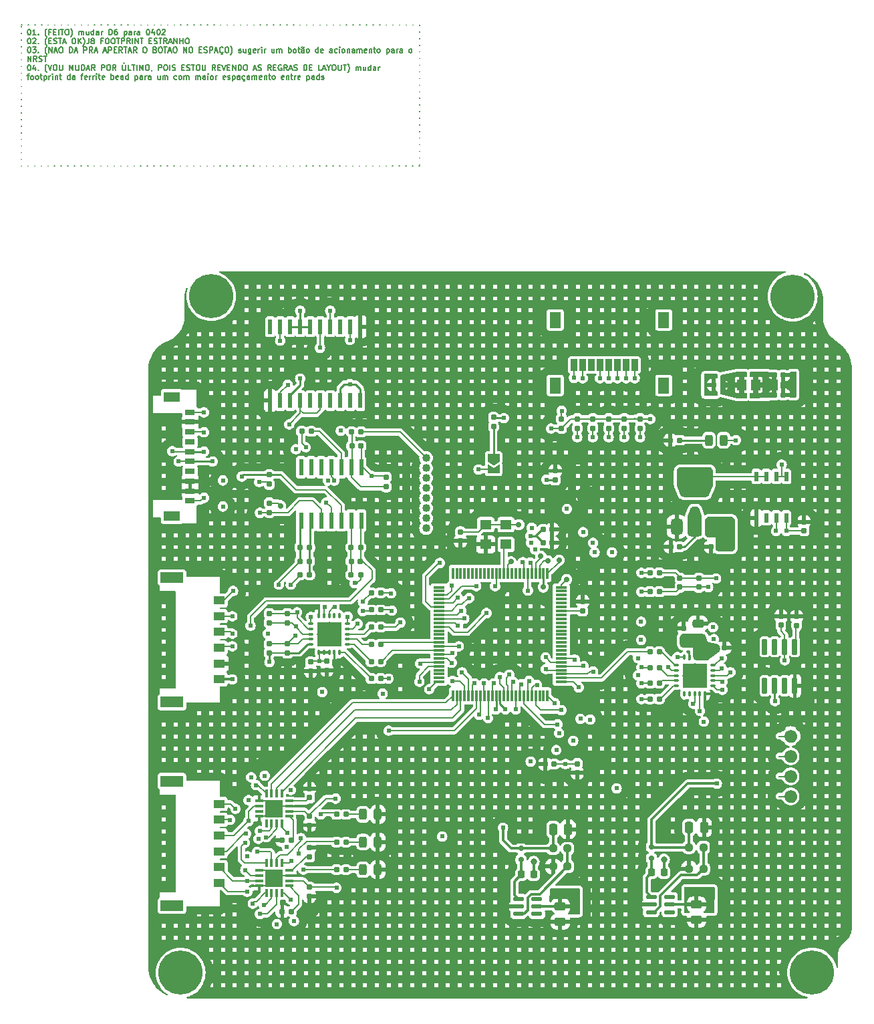
<source format=gbr>
%TF.GenerationSoftware,KiCad,Pcbnew,8.0.7*%
%TF.CreationDate,2025-02-06T16:30:48-03:00*%
%TF.ProjectId,adcs_board,61646373-5f62-46f6-9172-642e6b696361,1.0*%
%TF.SameCoordinates,Original*%
%TF.FileFunction,Copper,L1,Top*%
%TF.FilePolarity,Positive*%
%FSLAX46Y46*%
G04 Gerber Fmt 4.6, Leading zero omitted, Abs format (unit mm)*
G04 Created by KiCad (PCBNEW 8.0.7) date 2025-02-06 16:30:48*
%MOMM*%
%LPD*%
G01*
G04 APERTURE LIST*
G04 Aperture macros list*
%AMRoundRect*
0 Rectangle with rounded corners*
0 $1 Rounding radius*
0 $2 $3 $4 $5 $6 $7 $8 $9 X,Y pos of 4 corners*
0 Add a 4 corners polygon primitive as box body*
4,1,4,$2,$3,$4,$5,$6,$7,$8,$9,$2,$3,0*
0 Add four circle primitives for the rounded corners*
1,1,$1+$1,$2,$3*
1,1,$1+$1,$4,$5*
1,1,$1+$1,$6,$7*
1,1,$1+$1,$8,$9*
0 Add four rect primitives between the rounded corners*
20,1,$1+$1,$2,$3,$4,$5,0*
20,1,$1+$1,$4,$5,$6,$7,0*
20,1,$1+$1,$6,$7,$8,$9,0*
20,1,$1+$1,$8,$9,$2,$3,0*%
%AMFreePoly0*
4,1,6,1.000000,0.000000,0.500000,-0.750000,-0.500000,-0.750000,-0.500000,0.750000,0.500000,0.750000,1.000000,0.000000,1.000000,0.000000,$1*%
%AMFreePoly1*
4,1,6,0.500000,-0.750000,-0.650000,-0.750000,-0.150000,0.000000,-0.650000,0.750000,0.500000,0.750000,0.500000,-0.750000,0.500000,-0.750000,$1*%
G04 Aperture macros list end*
%ADD10C,0.140000*%
%TA.AperFunction,NonConductor*%
%ADD11C,0.140000*%
%TD*%
%TA.AperFunction,NonConductor*%
%ADD12C,0.200000*%
%TD*%
%TA.AperFunction,EtchedComponent*%
%ADD13C,0.010000*%
%TD*%
%TA.AperFunction,SMDPad,CuDef*%
%ADD14RoundRect,0.160000X0.197500X0.160000X-0.197500X0.160000X-0.197500X-0.160000X0.197500X-0.160000X0*%
%TD*%
%TA.AperFunction,ComponentPad*%
%ADD15C,5.600000*%
%TD*%
%TA.AperFunction,SMDPad,CuDef*%
%ADD16RoundRect,0.155000X0.155000X-0.212500X0.155000X0.212500X-0.155000X0.212500X-0.155000X-0.212500X0*%
%TD*%
%TA.AperFunction,SMDPad,CuDef*%
%ADD17RoundRect,0.155000X-0.212500X-0.155000X0.212500X-0.155000X0.212500X0.155000X-0.212500X0.155000X0*%
%TD*%
%TA.AperFunction,SMDPad,CuDef*%
%ADD18FreePoly0,270.000000*%
%TD*%
%TA.AperFunction,SMDPad,CuDef*%
%ADD19FreePoly1,270.000000*%
%TD*%
%TA.AperFunction,SMDPad,CuDef*%
%ADD20RoundRect,0.243750X0.243750X0.456250X-0.243750X0.456250X-0.243750X-0.456250X0.243750X-0.456250X0*%
%TD*%
%TA.AperFunction,ComponentPad*%
%ADD21C,1.016000*%
%TD*%
%TA.AperFunction,SMDPad,CuDef*%
%ADD22RoundRect,0.160000X-0.160000X0.197500X-0.160000X-0.197500X0.160000X-0.197500X0.160000X0.197500X0*%
%TD*%
%TA.AperFunction,SMDPad,CuDef*%
%ADD23RoundRect,0.155000X0.212500X0.155000X-0.212500X0.155000X-0.212500X-0.155000X0.212500X-0.155000X0*%
%TD*%
%TA.AperFunction,SMDPad,CuDef*%
%ADD24RoundRect,0.160000X-0.197500X-0.160000X0.197500X-0.160000X0.197500X0.160000X-0.197500X0.160000X0*%
%TD*%
%TA.AperFunction,SMDPad,CuDef*%
%ADD25RoundRect,0.160000X0.160000X-0.197500X0.160000X0.197500X-0.160000X0.197500X-0.160000X-0.197500X0*%
%TD*%
%TA.AperFunction,SMDPad,CuDef*%
%ADD26RoundRect,0.155000X-0.155000X0.212500X-0.155000X-0.212500X0.155000X-0.212500X0.155000X0.212500X0*%
%TD*%
%TA.AperFunction,SMDPad,CuDef*%
%ADD27RoundRect,0.250000X-0.475000X0.250000X-0.475000X-0.250000X0.475000X-0.250000X0.475000X0.250000X0*%
%TD*%
%TA.AperFunction,SMDPad,CuDef*%
%ADD28RoundRect,0.250000X-0.250000X-0.475000X0.250000X-0.475000X0.250000X0.475000X-0.250000X0.475000X0*%
%TD*%
%TA.AperFunction,SMDPad,CuDef*%
%ADD29R,0.508000X1.257300*%
%TD*%
%TA.AperFunction,SMDPad,CuDef*%
%ADD30R,0.812800X1.498600*%
%TD*%
%TA.AperFunction,SMDPad,CuDef*%
%ADD31R,1.447800X2.006600*%
%TD*%
%TA.AperFunction,SMDPad,CuDef*%
%ADD32O,0.750001X0.299999*%
%TD*%
%TA.AperFunction,SMDPad,CuDef*%
%ADD33O,0.299999X0.750001*%
%TD*%
%TA.AperFunction,SMDPad,CuDef*%
%ADD34R,3.149999X3.149999*%
%TD*%
%TA.AperFunction,ComponentPad*%
%ADD35C,0.499999*%
%TD*%
%TA.AperFunction,SMDPad,CuDef*%
%ADD36RoundRect,0.147500X-0.537500X-0.147500X0.537500X-0.147500X0.537500X0.147500X-0.537500X0.147500X0*%
%TD*%
%TA.AperFunction,SMDPad,CuDef*%
%ADD37RoundRect,0.218750X0.218750X0.256250X-0.218750X0.256250X-0.218750X-0.256250X0.218750X-0.256250X0*%
%TD*%
%TA.AperFunction,ComponentPad*%
%ADD38C,1.520000*%
%TD*%
%TA.AperFunction,SMDPad,CuDef*%
%ADD39R,0.533400X1.930400*%
%TD*%
%TA.AperFunction,SMDPad,CuDef*%
%ADD40RoundRect,0.375000X0.375000X-0.625000X0.375000X0.625000X-0.375000X0.625000X-0.375000X-0.625000X0*%
%TD*%
%TA.AperFunction,SMDPad,CuDef*%
%ADD41RoundRect,0.500000X1.400000X-0.500000X1.400000X0.500000X-1.400000X0.500000X-1.400000X-0.500000X0*%
%TD*%
%TA.AperFunction,SMDPad,CuDef*%
%ADD42R,1.168400X1.447800*%
%TD*%
%TA.AperFunction,SMDPad,CuDef*%
%ADD43R,1.450000X1.100000*%
%TD*%
%TA.AperFunction,SMDPad,CuDef*%
%ADD44R,2.900000X1.350000*%
%TD*%
%TA.AperFunction,SMDPad,CuDef*%
%ADD45RoundRect,0.075000X0.225000X-0.910000X0.225000X0.910000X-0.225000X0.910000X-0.225000X-0.910000X0*%
%TD*%
%TA.AperFunction,SMDPad,CuDef*%
%ADD46RoundRect,0.250000X0.475000X-0.250000X0.475000X0.250000X-0.475000X0.250000X-0.475000X-0.250000X0*%
%TD*%
%TA.AperFunction,SMDPad,CuDef*%
%ADD47RoundRect,0.150000X0.200000X-0.150000X0.200000X0.150000X-0.200000X0.150000X-0.200000X-0.150000X0*%
%TD*%
%TA.AperFunction,SMDPad,CuDef*%
%ADD48R,0.558800X2.159000*%
%TD*%
%TA.AperFunction,SMDPad,CuDef*%
%ADD49RoundRect,0.237500X-0.250000X-0.237500X0.250000X-0.237500X0.250000X0.237500X-0.250000X0.237500X0*%
%TD*%
%TA.AperFunction,SMDPad,CuDef*%
%ADD50RoundRect,0.243750X-0.243750X-0.456250X0.243750X-0.456250X0.243750X0.456250X-0.243750X0.456250X0*%
%TD*%
%TA.AperFunction,SMDPad,CuDef*%
%ADD51RoundRect,0.237500X0.250000X0.237500X-0.250000X0.237500X-0.250000X-0.237500X0.250000X-0.237500X0*%
%TD*%
%TA.AperFunction,SMDPad,CuDef*%
%ADD52R,0.300000X1.475000*%
%TD*%
%TA.AperFunction,SMDPad,CuDef*%
%ADD53R,1.475000X0.300000*%
%TD*%
%TA.AperFunction,SMDPad,CuDef*%
%ADD54R,1.447800X1.244600*%
%TD*%
%TA.AperFunction,SMDPad,CuDef*%
%ADD55R,1.000000X0.350000*%
%TD*%
%TA.AperFunction,SMDPad,CuDef*%
%ADD56R,0.350000X1.000000*%
%TD*%
%TA.AperFunction,SMDPad,CuDef*%
%ADD57R,2.200000X2.200000*%
%TD*%
%TA.AperFunction,SMDPad,CuDef*%
%ADD58C,0.300000*%
%TD*%
%TA.AperFunction,SMDPad,CuDef*%
%ADD59R,1.200000X0.800000*%
%TD*%
%TA.AperFunction,SMDPad,CuDef*%
%ADD60R,2.150000X1.300000*%
%TD*%
%TA.AperFunction,ViaPad*%
%ADD61C,0.610000*%
%TD*%
%TA.AperFunction,ViaPad*%
%ADD62C,0.700000*%
%TD*%
%TA.AperFunction,ViaPad*%
%ADD63C,0.800000*%
%TD*%
%TA.AperFunction,Conductor*%
%ADD64C,0.203200*%
%TD*%
%TA.AperFunction,Conductor*%
%ADD65C,0.250000*%
%TD*%
%TA.AperFunction,Conductor*%
%ADD66C,0.200000*%
%TD*%
%TA.AperFunction,Conductor*%
%ADD67C,0.300000*%
%TD*%
%TA.AperFunction,Conductor*%
%ADD68C,0.254000*%
%TD*%
%TA.AperFunction,Conductor*%
%ADD69C,0.304800*%
%TD*%
G04 APERTURE END LIST*
D10*
D11*
X73817105Y-16251053D02*
X73883771Y-16251053D01*
X73883771Y-16251053D02*
X73950438Y-16284386D01*
X73950438Y-16284386D02*
X73983771Y-16317720D01*
X73983771Y-16317720D02*
X74017105Y-16384386D01*
X74017105Y-16384386D02*
X74050438Y-16517720D01*
X74050438Y-16517720D02*
X74050438Y-16684386D01*
X74050438Y-16684386D02*
X74017105Y-16817720D01*
X74017105Y-16817720D02*
X73983771Y-16884386D01*
X73983771Y-16884386D02*
X73950438Y-16917720D01*
X73950438Y-16917720D02*
X73883771Y-16951053D01*
X73883771Y-16951053D02*
X73817105Y-16951053D01*
X73817105Y-16951053D02*
X73750438Y-16917720D01*
X73750438Y-16917720D02*
X73717105Y-16884386D01*
X73717105Y-16884386D02*
X73683771Y-16817720D01*
X73683771Y-16817720D02*
X73650438Y-16684386D01*
X73650438Y-16684386D02*
X73650438Y-16517720D01*
X73650438Y-16517720D02*
X73683771Y-16384386D01*
X73683771Y-16384386D02*
X73717105Y-16317720D01*
X73717105Y-16317720D02*
X73750438Y-16284386D01*
X73750438Y-16284386D02*
X73817105Y-16251053D01*
X74717105Y-16951053D02*
X74317105Y-16951053D01*
X74517105Y-16951053D02*
X74517105Y-16251053D01*
X74517105Y-16251053D02*
X74450438Y-16351053D01*
X74450438Y-16351053D02*
X74383772Y-16417720D01*
X74383772Y-16417720D02*
X74317105Y-16451053D01*
X75017105Y-16884386D02*
X75050439Y-16917720D01*
X75050439Y-16917720D02*
X75017105Y-16951053D01*
X75017105Y-16951053D02*
X74983772Y-16917720D01*
X74983772Y-16917720D02*
X75017105Y-16884386D01*
X75017105Y-16884386D02*
X75017105Y-16951053D01*
X76083771Y-17217720D02*
X76050438Y-17184386D01*
X76050438Y-17184386D02*
X75983771Y-17084386D01*
X75983771Y-17084386D02*
X75950438Y-17017720D01*
X75950438Y-17017720D02*
X75917105Y-16917720D01*
X75917105Y-16917720D02*
X75883771Y-16751053D01*
X75883771Y-16751053D02*
X75883771Y-16617720D01*
X75883771Y-16617720D02*
X75917105Y-16451053D01*
X75917105Y-16451053D02*
X75950438Y-16351053D01*
X75950438Y-16351053D02*
X75983771Y-16284386D01*
X75983771Y-16284386D02*
X76050438Y-16184386D01*
X76050438Y-16184386D02*
X76083771Y-16151053D01*
X76583772Y-16584386D02*
X76350438Y-16584386D01*
X76350438Y-16951053D02*
X76350438Y-16251053D01*
X76350438Y-16251053D02*
X76683772Y-16251053D01*
X76950438Y-16584386D02*
X77183772Y-16584386D01*
X77283772Y-16951053D02*
X76950438Y-16951053D01*
X76950438Y-16951053D02*
X76950438Y-16251053D01*
X76950438Y-16251053D02*
X77283772Y-16251053D01*
X77583771Y-16951053D02*
X77583771Y-16251053D01*
X77817104Y-16251053D02*
X78217104Y-16251053D01*
X78017104Y-16951053D02*
X78017104Y-16251053D01*
X78583771Y-16251053D02*
X78717104Y-16251053D01*
X78717104Y-16251053D02*
X78783771Y-16284386D01*
X78783771Y-16284386D02*
X78850437Y-16351053D01*
X78850437Y-16351053D02*
X78883771Y-16484386D01*
X78883771Y-16484386D02*
X78883771Y-16717720D01*
X78883771Y-16717720D02*
X78850437Y-16851053D01*
X78850437Y-16851053D02*
X78783771Y-16917720D01*
X78783771Y-16917720D02*
X78717104Y-16951053D01*
X78717104Y-16951053D02*
X78583771Y-16951053D01*
X78583771Y-16951053D02*
X78517104Y-16917720D01*
X78517104Y-16917720D02*
X78450437Y-16851053D01*
X78450437Y-16851053D02*
X78417104Y-16717720D01*
X78417104Y-16717720D02*
X78417104Y-16484386D01*
X78417104Y-16484386D02*
X78450437Y-16351053D01*
X78450437Y-16351053D02*
X78517104Y-16284386D01*
X78517104Y-16284386D02*
X78583771Y-16251053D01*
X79117104Y-17217720D02*
X79150437Y-17184386D01*
X79150437Y-17184386D02*
X79217104Y-17084386D01*
X79217104Y-17084386D02*
X79250437Y-17017720D01*
X79250437Y-17017720D02*
X79283770Y-16917720D01*
X79283770Y-16917720D02*
X79317104Y-16751053D01*
X79317104Y-16751053D02*
X79317104Y-16617720D01*
X79317104Y-16617720D02*
X79283770Y-16451053D01*
X79283770Y-16451053D02*
X79250437Y-16351053D01*
X79250437Y-16351053D02*
X79217104Y-16284386D01*
X79217104Y-16284386D02*
X79150437Y-16184386D01*
X79150437Y-16184386D02*
X79117104Y-16151053D01*
X80183770Y-16951053D02*
X80183770Y-16484386D01*
X80183770Y-16551053D02*
X80217104Y-16517720D01*
X80217104Y-16517720D02*
X80283770Y-16484386D01*
X80283770Y-16484386D02*
X80383770Y-16484386D01*
X80383770Y-16484386D02*
X80450437Y-16517720D01*
X80450437Y-16517720D02*
X80483770Y-16584386D01*
X80483770Y-16584386D02*
X80483770Y-16951053D01*
X80483770Y-16584386D02*
X80517104Y-16517720D01*
X80517104Y-16517720D02*
X80583770Y-16484386D01*
X80583770Y-16484386D02*
X80683770Y-16484386D01*
X80683770Y-16484386D02*
X80750437Y-16517720D01*
X80750437Y-16517720D02*
X80783770Y-16584386D01*
X80783770Y-16584386D02*
X80783770Y-16951053D01*
X81417103Y-16484386D02*
X81417103Y-16951053D01*
X81117103Y-16484386D02*
X81117103Y-16851053D01*
X81117103Y-16851053D02*
X81150437Y-16917720D01*
X81150437Y-16917720D02*
X81217103Y-16951053D01*
X81217103Y-16951053D02*
X81317103Y-16951053D01*
X81317103Y-16951053D02*
X81383770Y-16917720D01*
X81383770Y-16917720D02*
X81417103Y-16884386D01*
X82050436Y-16951053D02*
X82050436Y-16251053D01*
X82050436Y-16917720D02*
X81983770Y-16951053D01*
X81983770Y-16951053D02*
X81850436Y-16951053D01*
X81850436Y-16951053D02*
X81783770Y-16917720D01*
X81783770Y-16917720D02*
X81750436Y-16884386D01*
X81750436Y-16884386D02*
X81717103Y-16817720D01*
X81717103Y-16817720D02*
X81717103Y-16617720D01*
X81717103Y-16617720D02*
X81750436Y-16551053D01*
X81750436Y-16551053D02*
X81783770Y-16517720D01*
X81783770Y-16517720D02*
X81850436Y-16484386D01*
X81850436Y-16484386D02*
X81983770Y-16484386D01*
X81983770Y-16484386D02*
X82050436Y-16517720D01*
X82683769Y-16951053D02*
X82683769Y-16584386D01*
X82683769Y-16584386D02*
X82650436Y-16517720D01*
X82650436Y-16517720D02*
X82583769Y-16484386D01*
X82583769Y-16484386D02*
X82450436Y-16484386D01*
X82450436Y-16484386D02*
X82383769Y-16517720D01*
X82683769Y-16917720D02*
X82617103Y-16951053D01*
X82617103Y-16951053D02*
X82450436Y-16951053D01*
X82450436Y-16951053D02*
X82383769Y-16917720D01*
X82383769Y-16917720D02*
X82350436Y-16851053D01*
X82350436Y-16851053D02*
X82350436Y-16784386D01*
X82350436Y-16784386D02*
X82383769Y-16717720D01*
X82383769Y-16717720D02*
X82450436Y-16684386D01*
X82450436Y-16684386D02*
X82617103Y-16684386D01*
X82617103Y-16684386D02*
X82683769Y-16651053D01*
X83017102Y-16951053D02*
X83017102Y-16484386D01*
X83017102Y-16617720D02*
X83050436Y-16551053D01*
X83050436Y-16551053D02*
X83083769Y-16517720D01*
X83083769Y-16517720D02*
X83150436Y-16484386D01*
X83150436Y-16484386D02*
X83217102Y-16484386D01*
X83983768Y-16951053D02*
X83983768Y-16251053D01*
X83983768Y-16251053D02*
X84150435Y-16251053D01*
X84150435Y-16251053D02*
X84250435Y-16284386D01*
X84250435Y-16284386D02*
X84317102Y-16351053D01*
X84317102Y-16351053D02*
X84350435Y-16417720D01*
X84350435Y-16417720D02*
X84383768Y-16551053D01*
X84383768Y-16551053D02*
X84383768Y-16651053D01*
X84383768Y-16651053D02*
X84350435Y-16784386D01*
X84350435Y-16784386D02*
X84317102Y-16851053D01*
X84317102Y-16851053D02*
X84250435Y-16917720D01*
X84250435Y-16917720D02*
X84150435Y-16951053D01*
X84150435Y-16951053D02*
X83983768Y-16951053D01*
X84983768Y-16251053D02*
X84850435Y-16251053D01*
X84850435Y-16251053D02*
X84783768Y-16284386D01*
X84783768Y-16284386D02*
X84750435Y-16317720D01*
X84750435Y-16317720D02*
X84683768Y-16417720D01*
X84683768Y-16417720D02*
X84650435Y-16551053D01*
X84650435Y-16551053D02*
X84650435Y-16817720D01*
X84650435Y-16817720D02*
X84683768Y-16884386D01*
X84683768Y-16884386D02*
X84717102Y-16917720D01*
X84717102Y-16917720D02*
X84783768Y-16951053D01*
X84783768Y-16951053D02*
X84917102Y-16951053D01*
X84917102Y-16951053D02*
X84983768Y-16917720D01*
X84983768Y-16917720D02*
X85017102Y-16884386D01*
X85017102Y-16884386D02*
X85050435Y-16817720D01*
X85050435Y-16817720D02*
X85050435Y-16651053D01*
X85050435Y-16651053D02*
X85017102Y-16584386D01*
X85017102Y-16584386D02*
X84983768Y-16551053D01*
X84983768Y-16551053D02*
X84917102Y-16517720D01*
X84917102Y-16517720D02*
X84783768Y-16517720D01*
X84783768Y-16517720D02*
X84717102Y-16551053D01*
X84717102Y-16551053D02*
X84683768Y-16584386D01*
X84683768Y-16584386D02*
X84650435Y-16651053D01*
X85883768Y-16484386D02*
X85883768Y-17184386D01*
X85883768Y-16517720D02*
X85950435Y-16484386D01*
X85950435Y-16484386D02*
X86083768Y-16484386D01*
X86083768Y-16484386D02*
X86150435Y-16517720D01*
X86150435Y-16517720D02*
X86183768Y-16551053D01*
X86183768Y-16551053D02*
X86217102Y-16617720D01*
X86217102Y-16617720D02*
X86217102Y-16817720D01*
X86217102Y-16817720D02*
X86183768Y-16884386D01*
X86183768Y-16884386D02*
X86150435Y-16917720D01*
X86150435Y-16917720D02*
X86083768Y-16951053D01*
X86083768Y-16951053D02*
X85950435Y-16951053D01*
X85950435Y-16951053D02*
X85883768Y-16917720D01*
X86817101Y-16951053D02*
X86817101Y-16584386D01*
X86817101Y-16584386D02*
X86783768Y-16517720D01*
X86783768Y-16517720D02*
X86717101Y-16484386D01*
X86717101Y-16484386D02*
X86583768Y-16484386D01*
X86583768Y-16484386D02*
X86517101Y-16517720D01*
X86817101Y-16917720D02*
X86750435Y-16951053D01*
X86750435Y-16951053D02*
X86583768Y-16951053D01*
X86583768Y-16951053D02*
X86517101Y-16917720D01*
X86517101Y-16917720D02*
X86483768Y-16851053D01*
X86483768Y-16851053D02*
X86483768Y-16784386D01*
X86483768Y-16784386D02*
X86517101Y-16717720D01*
X86517101Y-16717720D02*
X86583768Y-16684386D01*
X86583768Y-16684386D02*
X86750435Y-16684386D01*
X86750435Y-16684386D02*
X86817101Y-16651053D01*
X87150434Y-16951053D02*
X87150434Y-16484386D01*
X87150434Y-16617720D02*
X87183768Y-16551053D01*
X87183768Y-16551053D02*
X87217101Y-16517720D01*
X87217101Y-16517720D02*
X87283768Y-16484386D01*
X87283768Y-16484386D02*
X87350434Y-16484386D01*
X87883767Y-16951053D02*
X87883767Y-16584386D01*
X87883767Y-16584386D02*
X87850434Y-16517720D01*
X87850434Y-16517720D02*
X87783767Y-16484386D01*
X87783767Y-16484386D02*
X87650434Y-16484386D01*
X87650434Y-16484386D02*
X87583767Y-16517720D01*
X87883767Y-16917720D02*
X87817101Y-16951053D01*
X87817101Y-16951053D02*
X87650434Y-16951053D01*
X87650434Y-16951053D02*
X87583767Y-16917720D01*
X87583767Y-16917720D02*
X87550434Y-16851053D01*
X87550434Y-16851053D02*
X87550434Y-16784386D01*
X87550434Y-16784386D02*
X87583767Y-16717720D01*
X87583767Y-16717720D02*
X87650434Y-16684386D01*
X87650434Y-16684386D02*
X87817101Y-16684386D01*
X87817101Y-16684386D02*
X87883767Y-16651053D01*
X88883767Y-16251053D02*
X88950433Y-16251053D01*
X88950433Y-16251053D02*
X89017100Y-16284386D01*
X89017100Y-16284386D02*
X89050433Y-16317720D01*
X89050433Y-16317720D02*
X89083767Y-16384386D01*
X89083767Y-16384386D02*
X89117100Y-16517720D01*
X89117100Y-16517720D02*
X89117100Y-16684386D01*
X89117100Y-16684386D02*
X89083767Y-16817720D01*
X89083767Y-16817720D02*
X89050433Y-16884386D01*
X89050433Y-16884386D02*
X89017100Y-16917720D01*
X89017100Y-16917720D02*
X88950433Y-16951053D01*
X88950433Y-16951053D02*
X88883767Y-16951053D01*
X88883767Y-16951053D02*
X88817100Y-16917720D01*
X88817100Y-16917720D02*
X88783767Y-16884386D01*
X88783767Y-16884386D02*
X88750433Y-16817720D01*
X88750433Y-16817720D02*
X88717100Y-16684386D01*
X88717100Y-16684386D02*
X88717100Y-16517720D01*
X88717100Y-16517720D02*
X88750433Y-16384386D01*
X88750433Y-16384386D02*
X88783767Y-16317720D01*
X88783767Y-16317720D02*
X88817100Y-16284386D01*
X88817100Y-16284386D02*
X88883767Y-16251053D01*
X89717100Y-16484386D02*
X89717100Y-16951053D01*
X89550434Y-16217720D02*
X89383767Y-16717720D01*
X89383767Y-16717720D02*
X89817100Y-16717720D01*
X90217101Y-16251053D02*
X90283767Y-16251053D01*
X90283767Y-16251053D02*
X90350434Y-16284386D01*
X90350434Y-16284386D02*
X90383767Y-16317720D01*
X90383767Y-16317720D02*
X90417101Y-16384386D01*
X90417101Y-16384386D02*
X90450434Y-16517720D01*
X90450434Y-16517720D02*
X90450434Y-16684386D01*
X90450434Y-16684386D02*
X90417101Y-16817720D01*
X90417101Y-16817720D02*
X90383767Y-16884386D01*
X90383767Y-16884386D02*
X90350434Y-16917720D01*
X90350434Y-16917720D02*
X90283767Y-16951053D01*
X90283767Y-16951053D02*
X90217101Y-16951053D01*
X90217101Y-16951053D02*
X90150434Y-16917720D01*
X90150434Y-16917720D02*
X90117101Y-16884386D01*
X90117101Y-16884386D02*
X90083767Y-16817720D01*
X90083767Y-16817720D02*
X90050434Y-16684386D01*
X90050434Y-16684386D02*
X90050434Y-16517720D01*
X90050434Y-16517720D02*
X90083767Y-16384386D01*
X90083767Y-16384386D02*
X90117101Y-16317720D01*
X90117101Y-16317720D02*
X90150434Y-16284386D01*
X90150434Y-16284386D02*
X90217101Y-16251053D01*
X90717101Y-16317720D02*
X90750434Y-16284386D01*
X90750434Y-16284386D02*
X90817101Y-16251053D01*
X90817101Y-16251053D02*
X90983768Y-16251053D01*
X90983768Y-16251053D02*
X91050434Y-16284386D01*
X91050434Y-16284386D02*
X91083768Y-16317720D01*
X91083768Y-16317720D02*
X91117101Y-16384386D01*
X91117101Y-16384386D02*
X91117101Y-16451053D01*
X91117101Y-16451053D02*
X91083768Y-16551053D01*
X91083768Y-16551053D02*
X90683768Y-16951053D01*
X90683768Y-16951053D02*
X91117101Y-16951053D01*
X73817105Y-17378014D02*
X73883771Y-17378014D01*
X73883771Y-17378014D02*
X73950438Y-17411347D01*
X73950438Y-17411347D02*
X73983771Y-17444681D01*
X73983771Y-17444681D02*
X74017105Y-17511347D01*
X74017105Y-17511347D02*
X74050438Y-17644681D01*
X74050438Y-17644681D02*
X74050438Y-17811347D01*
X74050438Y-17811347D02*
X74017105Y-17944681D01*
X74017105Y-17944681D02*
X73983771Y-18011347D01*
X73983771Y-18011347D02*
X73950438Y-18044681D01*
X73950438Y-18044681D02*
X73883771Y-18078014D01*
X73883771Y-18078014D02*
X73817105Y-18078014D01*
X73817105Y-18078014D02*
X73750438Y-18044681D01*
X73750438Y-18044681D02*
X73717105Y-18011347D01*
X73717105Y-18011347D02*
X73683771Y-17944681D01*
X73683771Y-17944681D02*
X73650438Y-17811347D01*
X73650438Y-17811347D02*
X73650438Y-17644681D01*
X73650438Y-17644681D02*
X73683771Y-17511347D01*
X73683771Y-17511347D02*
X73717105Y-17444681D01*
X73717105Y-17444681D02*
X73750438Y-17411347D01*
X73750438Y-17411347D02*
X73817105Y-17378014D01*
X74317105Y-17444681D02*
X74350438Y-17411347D01*
X74350438Y-17411347D02*
X74417105Y-17378014D01*
X74417105Y-17378014D02*
X74583772Y-17378014D01*
X74583772Y-17378014D02*
X74650438Y-17411347D01*
X74650438Y-17411347D02*
X74683772Y-17444681D01*
X74683772Y-17444681D02*
X74717105Y-17511347D01*
X74717105Y-17511347D02*
X74717105Y-17578014D01*
X74717105Y-17578014D02*
X74683772Y-17678014D01*
X74683772Y-17678014D02*
X74283772Y-18078014D01*
X74283772Y-18078014D02*
X74717105Y-18078014D01*
X75017105Y-18011347D02*
X75050439Y-18044681D01*
X75050439Y-18044681D02*
X75017105Y-18078014D01*
X75017105Y-18078014D02*
X74983772Y-18044681D01*
X74983772Y-18044681D02*
X75017105Y-18011347D01*
X75017105Y-18011347D02*
X75017105Y-18078014D01*
X76083771Y-18344681D02*
X76050438Y-18311347D01*
X76050438Y-18311347D02*
X75983771Y-18211347D01*
X75983771Y-18211347D02*
X75950438Y-18144681D01*
X75950438Y-18144681D02*
X75917105Y-18044681D01*
X75917105Y-18044681D02*
X75883771Y-17878014D01*
X75883771Y-17878014D02*
X75883771Y-17744681D01*
X75883771Y-17744681D02*
X75917105Y-17578014D01*
X75917105Y-17578014D02*
X75950438Y-17478014D01*
X75950438Y-17478014D02*
X75983771Y-17411347D01*
X75983771Y-17411347D02*
X76050438Y-17311347D01*
X76050438Y-17311347D02*
X76083771Y-17278014D01*
X76350438Y-17711347D02*
X76583772Y-17711347D01*
X76683772Y-18078014D02*
X76350438Y-18078014D01*
X76350438Y-18078014D02*
X76350438Y-17378014D01*
X76350438Y-17378014D02*
X76683772Y-17378014D01*
X76950438Y-18044681D02*
X77050438Y-18078014D01*
X77050438Y-18078014D02*
X77217105Y-18078014D01*
X77217105Y-18078014D02*
X77283771Y-18044681D01*
X77283771Y-18044681D02*
X77317105Y-18011347D01*
X77317105Y-18011347D02*
X77350438Y-17944681D01*
X77350438Y-17944681D02*
X77350438Y-17878014D01*
X77350438Y-17878014D02*
X77317105Y-17811347D01*
X77317105Y-17811347D02*
X77283771Y-17778014D01*
X77283771Y-17778014D02*
X77217105Y-17744681D01*
X77217105Y-17744681D02*
X77083771Y-17711347D01*
X77083771Y-17711347D02*
X77017105Y-17678014D01*
X77017105Y-17678014D02*
X76983771Y-17644681D01*
X76983771Y-17644681D02*
X76950438Y-17578014D01*
X76950438Y-17578014D02*
X76950438Y-17511347D01*
X76950438Y-17511347D02*
X76983771Y-17444681D01*
X76983771Y-17444681D02*
X77017105Y-17411347D01*
X77017105Y-17411347D02*
X77083771Y-17378014D01*
X77083771Y-17378014D02*
X77250438Y-17378014D01*
X77250438Y-17378014D02*
X77350438Y-17411347D01*
X77550438Y-17378014D02*
X77950438Y-17378014D01*
X77750438Y-18078014D02*
X77750438Y-17378014D01*
X78150438Y-17878014D02*
X78483771Y-17878014D01*
X78083771Y-18078014D02*
X78317105Y-17378014D01*
X78317105Y-17378014D02*
X78550438Y-18078014D01*
X79450438Y-17378014D02*
X79583771Y-17378014D01*
X79583771Y-17378014D02*
X79650438Y-17411347D01*
X79650438Y-17411347D02*
X79717104Y-17478014D01*
X79717104Y-17478014D02*
X79750438Y-17611347D01*
X79750438Y-17611347D02*
X79750438Y-17844681D01*
X79750438Y-17844681D02*
X79717104Y-17978014D01*
X79717104Y-17978014D02*
X79650438Y-18044681D01*
X79650438Y-18044681D02*
X79583771Y-18078014D01*
X79583771Y-18078014D02*
X79450438Y-18078014D01*
X79450438Y-18078014D02*
X79383771Y-18044681D01*
X79383771Y-18044681D02*
X79317104Y-17978014D01*
X79317104Y-17978014D02*
X79283771Y-17844681D01*
X79283771Y-17844681D02*
X79283771Y-17611347D01*
X79283771Y-17611347D02*
X79317104Y-17478014D01*
X79317104Y-17478014D02*
X79383771Y-17411347D01*
X79383771Y-17411347D02*
X79450438Y-17378014D01*
X80050437Y-18078014D02*
X80050437Y-17378014D01*
X80450437Y-18078014D02*
X80150437Y-17678014D01*
X80450437Y-17378014D02*
X80050437Y-17778014D01*
X80683771Y-18344681D02*
X80717104Y-18311347D01*
X80717104Y-18311347D02*
X80783771Y-18211347D01*
X80783771Y-18211347D02*
X80817104Y-18144681D01*
X80817104Y-18144681D02*
X80850437Y-18044681D01*
X80850437Y-18044681D02*
X80883771Y-17878014D01*
X80883771Y-17878014D02*
X80883771Y-17744681D01*
X80883771Y-17744681D02*
X80850437Y-17578014D01*
X80850437Y-17578014D02*
X80817104Y-17478014D01*
X80817104Y-17478014D02*
X80783771Y-17411347D01*
X80783771Y-17411347D02*
X80717104Y-17311347D01*
X80717104Y-17311347D02*
X80683771Y-17278014D01*
X81417104Y-17378014D02*
X81417104Y-17878014D01*
X81417104Y-17878014D02*
X81383771Y-17978014D01*
X81383771Y-17978014D02*
X81317104Y-18044681D01*
X81317104Y-18044681D02*
X81217104Y-18078014D01*
X81217104Y-18078014D02*
X81150438Y-18078014D01*
X81850437Y-17678014D02*
X81783771Y-17644681D01*
X81783771Y-17644681D02*
X81750437Y-17611347D01*
X81750437Y-17611347D02*
X81717104Y-17544681D01*
X81717104Y-17544681D02*
X81717104Y-17511347D01*
X81717104Y-17511347D02*
X81750437Y-17444681D01*
X81750437Y-17444681D02*
X81783771Y-17411347D01*
X81783771Y-17411347D02*
X81850437Y-17378014D01*
X81850437Y-17378014D02*
X81983771Y-17378014D01*
X81983771Y-17378014D02*
X82050437Y-17411347D01*
X82050437Y-17411347D02*
X82083771Y-17444681D01*
X82083771Y-17444681D02*
X82117104Y-17511347D01*
X82117104Y-17511347D02*
X82117104Y-17544681D01*
X82117104Y-17544681D02*
X82083771Y-17611347D01*
X82083771Y-17611347D02*
X82050437Y-17644681D01*
X82050437Y-17644681D02*
X81983771Y-17678014D01*
X81983771Y-17678014D02*
X81850437Y-17678014D01*
X81850437Y-17678014D02*
X81783771Y-17711347D01*
X81783771Y-17711347D02*
X81750437Y-17744681D01*
X81750437Y-17744681D02*
X81717104Y-17811347D01*
X81717104Y-17811347D02*
X81717104Y-17944681D01*
X81717104Y-17944681D02*
X81750437Y-18011347D01*
X81750437Y-18011347D02*
X81783771Y-18044681D01*
X81783771Y-18044681D02*
X81850437Y-18078014D01*
X81850437Y-18078014D02*
X81983771Y-18078014D01*
X81983771Y-18078014D02*
X82050437Y-18044681D01*
X82050437Y-18044681D02*
X82083771Y-18011347D01*
X82083771Y-18011347D02*
X82117104Y-17944681D01*
X82117104Y-17944681D02*
X82117104Y-17811347D01*
X82117104Y-17811347D02*
X82083771Y-17744681D01*
X82083771Y-17744681D02*
X82050437Y-17711347D01*
X82050437Y-17711347D02*
X81983771Y-17678014D01*
X83183771Y-17711347D02*
X82950437Y-17711347D01*
X82950437Y-18078014D02*
X82950437Y-17378014D01*
X82950437Y-17378014D02*
X83283771Y-17378014D01*
X83683771Y-17378014D02*
X83817104Y-17378014D01*
X83817104Y-17378014D02*
X83883771Y-17411347D01*
X83883771Y-17411347D02*
X83950437Y-17478014D01*
X83950437Y-17478014D02*
X83983771Y-17611347D01*
X83983771Y-17611347D02*
X83983771Y-17844681D01*
X83983771Y-17844681D02*
X83950437Y-17978014D01*
X83950437Y-17978014D02*
X83883771Y-18044681D01*
X83883771Y-18044681D02*
X83817104Y-18078014D01*
X83817104Y-18078014D02*
X83683771Y-18078014D01*
X83683771Y-18078014D02*
X83617104Y-18044681D01*
X83617104Y-18044681D02*
X83550437Y-17978014D01*
X83550437Y-17978014D02*
X83517104Y-17844681D01*
X83517104Y-17844681D02*
X83517104Y-17611347D01*
X83517104Y-17611347D02*
X83550437Y-17478014D01*
X83550437Y-17478014D02*
X83617104Y-17411347D01*
X83617104Y-17411347D02*
X83683771Y-17378014D01*
X84417104Y-17378014D02*
X84550437Y-17378014D01*
X84550437Y-17378014D02*
X84617104Y-17411347D01*
X84617104Y-17411347D02*
X84683770Y-17478014D01*
X84683770Y-17478014D02*
X84717104Y-17611347D01*
X84717104Y-17611347D02*
X84717104Y-17844681D01*
X84717104Y-17844681D02*
X84683770Y-17978014D01*
X84683770Y-17978014D02*
X84617104Y-18044681D01*
X84617104Y-18044681D02*
X84550437Y-18078014D01*
X84550437Y-18078014D02*
X84417104Y-18078014D01*
X84417104Y-18078014D02*
X84350437Y-18044681D01*
X84350437Y-18044681D02*
X84283770Y-17978014D01*
X84283770Y-17978014D02*
X84250437Y-17844681D01*
X84250437Y-17844681D02*
X84250437Y-17611347D01*
X84250437Y-17611347D02*
X84283770Y-17478014D01*
X84283770Y-17478014D02*
X84350437Y-17411347D01*
X84350437Y-17411347D02*
X84417104Y-17378014D01*
X84917103Y-17378014D02*
X85317103Y-17378014D01*
X85117103Y-18078014D02*
X85117103Y-17378014D01*
X85550436Y-18078014D02*
X85550436Y-17378014D01*
X85550436Y-17378014D02*
X85817103Y-17378014D01*
X85817103Y-17378014D02*
X85883770Y-17411347D01*
X85883770Y-17411347D02*
X85917103Y-17444681D01*
X85917103Y-17444681D02*
X85950436Y-17511347D01*
X85950436Y-17511347D02*
X85950436Y-17611347D01*
X85950436Y-17611347D02*
X85917103Y-17678014D01*
X85917103Y-17678014D02*
X85883770Y-17711347D01*
X85883770Y-17711347D02*
X85817103Y-17744681D01*
X85817103Y-17744681D02*
X85550436Y-17744681D01*
X86650436Y-18078014D02*
X86417103Y-17744681D01*
X86250436Y-18078014D02*
X86250436Y-17378014D01*
X86250436Y-17378014D02*
X86517103Y-17378014D01*
X86517103Y-17378014D02*
X86583770Y-17411347D01*
X86583770Y-17411347D02*
X86617103Y-17444681D01*
X86617103Y-17444681D02*
X86650436Y-17511347D01*
X86650436Y-17511347D02*
X86650436Y-17611347D01*
X86650436Y-17611347D02*
X86617103Y-17678014D01*
X86617103Y-17678014D02*
X86583770Y-17711347D01*
X86583770Y-17711347D02*
X86517103Y-17744681D01*
X86517103Y-17744681D02*
X86250436Y-17744681D01*
X86950436Y-18078014D02*
X86950436Y-17378014D01*
X87283769Y-18078014D02*
X87283769Y-17378014D01*
X87283769Y-17378014D02*
X87683769Y-18078014D01*
X87683769Y-18078014D02*
X87683769Y-17378014D01*
X87917102Y-17378014D02*
X88317102Y-17378014D01*
X88117102Y-18078014D02*
X88117102Y-17378014D01*
X89083768Y-17711347D02*
X89317102Y-17711347D01*
X89417102Y-18078014D02*
X89083768Y-18078014D01*
X89083768Y-18078014D02*
X89083768Y-17378014D01*
X89083768Y-17378014D02*
X89417102Y-17378014D01*
X89683768Y-18044681D02*
X89783768Y-18078014D01*
X89783768Y-18078014D02*
X89950435Y-18078014D01*
X89950435Y-18078014D02*
X90017101Y-18044681D01*
X90017101Y-18044681D02*
X90050435Y-18011347D01*
X90050435Y-18011347D02*
X90083768Y-17944681D01*
X90083768Y-17944681D02*
X90083768Y-17878014D01*
X90083768Y-17878014D02*
X90050435Y-17811347D01*
X90050435Y-17811347D02*
X90017101Y-17778014D01*
X90017101Y-17778014D02*
X89950435Y-17744681D01*
X89950435Y-17744681D02*
X89817101Y-17711347D01*
X89817101Y-17711347D02*
X89750435Y-17678014D01*
X89750435Y-17678014D02*
X89717101Y-17644681D01*
X89717101Y-17644681D02*
X89683768Y-17578014D01*
X89683768Y-17578014D02*
X89683768Y-17511347D01*
X89683768Y-17511347D02*
X89717101Y-17444681D01*
X89717101Y-17444681D02*
X89750435Y-17411347D01*
X89750435Y-17411347D02*
X89817101Y-17378014D01*
X89817101Y-17378014D02*
X89983768Y-17378014D01*
X89983768Y-17378014D02*
X90083768Y-17411347D01*
X90283768Y-17378014D02*
X90683768Y-17378014D01*
X90483768Y-18078014D02*
X90483768Y-17378014D01*
X91317101Y-18078014D02*
X91083768Y-17744681D01*
X90917101Y-18078014D02*
X90917101Y-17378014D01*
X90917101Y-17378014D02*
X91183768Y-17378014D01*
X91183768Y-17378014D02*
X91250435Y-17411347D01*
X91250435Y-17411347D02*
X91283768Y-17444681D01*
X91283768Y-17444681D02*
X91317101Y-17511347D01*
X91317101Y-17511347D02*
X91317101Y-17611347D01*
X91317101Y-17611347D02*
X91283768Y-17678014D01*
X91283768Y-17678014D02*
X91250435Y-17711347D01*
X91250435Y-17711347D02*
X91183768Y-17744681D01*
X91183768Y-17744681D02*
X90917101Y-17744681D01*
X91583768Y-17878014D02*
X91917101Y-17878014D01*
X91517101Y-18078014D02*
X91750435Y-17378014D01*
X91750435Y-17378014D02*
X91983768Y-18078014D01*
X92217101Y-18078014D02*
X92217101Y-17378014D01*
X92217101Y-17378014D02*
X92617101Y-18078014D01*
X92617101Y-18078014D02*
X92617101Y-17378014D01*
X92950434Y-18078014D02*
X92950434Y-17378014D01*
X92950434Y-17711347D02*
X93350434Y-17711347D01*
X93350434Y-18078014D02*
X93350434Y-17378014D01*
X93817101Y-17378014D02*
X93950434Y-17378014D01*
X93950434Y-17378014D02*
X94017101Y-17411347D01*
X94017101Y-17411347D02*
X94083767Y-17478014D01*
X94083767Y-17478014D02*
X94117101Y-17611347D01*
X94117101Y-17611347D02*
X94117101Y-17844681D01*
X94117101Y-17844681D02*
X94083767Y-17978014D01*
X94083767Y-17978014D02*
X94017101Y-18044681D01*
X94017101Y-18044681D02*
X93950434Y-18078014D01*
X93950434Y-18078014D02*
X93817101Y-18078014D01*
X93817101Y-18078014D02*
X93750434Y-18044681D01*
X93750434Y-18044681D02*
X93683767Y-17978014D01*
X93683767Y-17978014D02*
X93650434Y-17844681D01*
X93650434Y-17844681D02*
X93650434Y-17611347D01*
X93650434Y-17611347D02*
X93683767Y-17478014D01*
X93683767Y-17478014D02*
X93750434Y-17411347D01*
X93750434Y-17411347D02*
X93817101Y-17378014D01*
X73817105Y-18504975D02*
X73883771Y-18504975D01*
X73883771Y-18504975D02*
X73950438Y-18538308D01*
X73950438Y-18538308D02*
X73983771Y-18571642D01*
X73983771Y-18571642D02*
X74017105Y-18638308D01*
X74017105Y-18638308D02*
X74050438Y-18771642D01*
X74050438Y-18771642D02*
X74050438Y-18938308D01*
X74050438Y-18938308D02*
X74017105Y-19071642D01*
X74017105Y-19071642D02*
X73983771Y-19138308D01*
X73983771Y-19138308D02*
X73950438Y-19171642D01*
X73950438Y-19171642D02*
X73883771Y-19204975D01*
X73883771Y-19204975D02*
X73817105Y-19204975D01*
X73817105Y-19204975D02*
X73750438Y-19171642D01*
X73750438Y-19171642D02*
X73717105Y-19138308D01*
X73717105Y-19138308D02*
X73683771Y-19071642D01*
X73683771Y-19071642D02*
X73650438Y-18938308D01*
X73650438Y-18938308D02*
X73650438Y-18771642D01*
X73650438Y-18771642D02*
X73683771Y-18638308D01*
X73683771Y-18638308D02*
X73717105Y-18571642D01*
X73717105Y-18571642D02*
X73750438Y-18538308D01*
X73750438Y-18538308D02*
X73817105Y-18504975D01*
X74283772Y-18504975D02*
X74717105Y-18504975D01*
X74717105Y-18504975D02*
X74483772Y-18771642D01*
X74483772Y-18771642D02*
X74583772Y-18771642D01*
X74583772Y-18771642D02*
X74650438Y-18804975D01*
X74650438Y-18804975D02*
X74683772Y-18838308D01*
X74683772Y-18838308D02*
X74717105Y-18904975D01*
X74717105Y-18904975D02*
X74717105Y-19071642D01*
X74717105Y-19071642D02*
X74683772Y-19138308D01*
X74683772Y-19138308D02*
X74650438Y-19171642D01*
X74650438Y-19171642D02*
X74583772Y-19204975D01*
X74583772Y-19204975D02*
X74383772Y-19204975D01*
X74383772Y-19204975D02*
X74317105Y-19171642D01*
X74317105Y-19171642D02*
X74283772Y-19138308D01*
X75017105Y-19138308D02*
X75050439Y-19171642D01*
X75050439Y-19171642D02*
X75017105Y-19204975D01*
X75017105Y-19204975D02*
X74983772Y-19171642D01*
X74983772Y-19171642D02*
X75017105Y-19138308D01*
X75017105Y-19138308D02*
X75017105Y-19204975D01*
X76083771Y-19471642D02*
X76050438Y-19438308D01*
X76050438Y-19438308D02*
X75983771Y-19338308D01*
X75983771Y-19338308D02*
X75950438Y-19271642D01*
X75950438Y-19271642D02*
X75917105Y-19171642D01*
X75917105Y-19171642D02*
X75883771Y-19004975D01*
X75883771Y-19004975D02*
X75883771Y-18871642D01*
X75883771Y-18871642D02*
X75917105Y-18704975D01*
X75917105Y-18704975D02*
X75950438Y-18604975D01*
X75950438Y-18604975D02*
X75983771Y-18538308D01*
X75983771Y-18538308D02*
X76050438Y-18438308D01*
X76050438Y-18438308D02*
X76083771Y-18404975D01*
X76350438Y-19204975D02*
X76350438Y-18504975D01*
X76350438Y-18504975D02*
X76750438Y-19204975D01*
X76750438Y-19204975D02*
X76750438Y-18504975D01*
X77050438Y-19004975D02*
X77383771Y-19004975D01*
X76983771Y-19204975D02*
X77217105Y-18504975D01*
X77217105Y-18504975D02*
X77450438Y-19204975D01*
X77817105Y-18504975D02*
X77950438Y-18504975D01*
X77950438Y-18504975D02*
X78017105Y-18538308D01*
X78017105Y-18538308D02*
X78083771Y-18604975D01*
X78083771Y-18604975D02*
X78117105Y-18738308D01*
X78117105Y-18738308D02*
X78117105Y-18971642D01*
X78117105Y-18971642D02*
X78083771Y-19104975D01*
X78083771Y-19104975D02*
X78017105Y-19171642D01*
X78017105Y-19171642D02*
X77950438Y-19204975D01*
X77950438Y-19204975D02*
X77817105Y-19204975D01*
X77817105Y-19204975D02*
X77750438Y-19171642D01*
X77750438Y-19171642D02*
X77683771Y-19104975D01*
X77683771Y-19104975D02*
X77650438Y-18971642D01*
X77650438Y-18971642D02*
X77650438Y-18738308D01*
X77650438Y-18738308D02*
X77683771Y-18604975D01*
X77683771Y-18604975D02*
X77750438Y-18538308D01*
X77750438Y-18538308D02*
X77817105Y-18504975D01*
X78950437Y-19204975D02*
X78950437Y-18504975D01*
X78950437Y-18504975D02*
X79117104Y-18504975D01*
X79117104Y-18504975D02*
X79217104Y-18538308D01*
X79217104Y-18538308D02*
X79283771Y-18604975D01*
X79283771Y-18604975D02*
X79317104Y-18671642D01*
X79317104Y-18671642D02*
X79350437Y-18804975D01*
X79350437Y-18804975D02*
X79350437Y-18904975D01*
X79350437Y-18904975D02*
X79317104Y-19038308D01*
X79317104Y-19038308D02*
X79283771Y-19104975D01*
X79283771Y-19104975D02*
X79217104Y-19171642D01*
X79217104Y-19171642D02*
X79117104Y-19204975D01*
X79117104Y-19204975D02*
X78950437Y-19204975D01*
X79617104Y-19004975D02*
X79950437Y-19004975D01*
X79550437Y-19204975D02*
X79783771Y-18504975D01*
X79783771Y-18504975D02*
X80017104Y-19204975D01*
X80783770Y-19204975D02*
X80783770Y-18504975D01*
X80783770Y-18504975D02*
X81050437Y-18504975D01*
X81050437Y-18504975D02*
X81117104Y-18538308D01*
X81117104Y-18538308D02*
X81150437Y-18571642D01*
X81150437Y-18571642D02*
X81183770Y-18638308D01*
X81183770Y-18638308D02*
X81183770Y-18738308D01*
X81183770Y-18738308D02*
X81150437Y-18804975D01*
X81150437Y-18804975D02*
X81117104Y-18838308D01*
X81117104Y-18838308D02*
X81050437Y-18871642D01*
X81050437Y-18871642D02*
X80783770Y-18871642D01*
X81883770Y-19204975D02*
X81650437Y-18871642D01*
X81483770Y-19204975D02*
X81483770Y-18504975D01*
X81483770Y-18504975D02*
X81750437Y-18504975D01*
X81750437Y-18504975D02*
X81817104Y-18538308D01*
X81817104Y-18538308D02*
X81850437Y-18571642D01*
X81850437Y-18571642D02*
X81883770Y-18638308D01*
X81883770Y-18638308D02*
X81883770Y-18738308D01*
X81883770Y-18738308D02*
X81850437Y-18804975D01*
X81850437Y-18804975D02*
X81817104Y-18838308D01*
X81817104Y-18838308D02*
X81750437Y-18871642D01*
X81750437Y-18871642D02*
X81483770Y-18871642D01*
X82150437Y-19004975D02*
X82483770Y-19004975D01*
X82083770Y-19204975D02*
X82317104Y-18504975D01*
X82317104Y-18504975D02*
X82550437Y-19204975D01*
X83283770Y-19004975D02*
X83617103Y-19004975D01*
X83217103Y-19204975D02*
X83450437Y-18504975D01*
X83450437Y-18504975D02*
X83683770Y-19204975D01*
X83917103Y-19204975D02*
X83917103Y-18504975D01*
X83917103Y-18504975D02*
X84183770Y-18504975D01*
X84183770Y-18504975D02*
X84250437Y-18538308D01*
X84250437Y-18538308D02*
X84283770Y-18571642D01*
X84283770Y-18571642D02*
X84317103Y-18638308D01*
X84317103Y-18638308D02*
X84317103Y-18738308D01*
X84317103Y-18738308D02*
X84283770Y-18804975D01*
X84283770Y-18804975D02*
X84250437Y-18838308D01*
X84250437Y-18838308D02*
X84183770Y-18871642D01*
X84183770Y-18871642D02*
X83917103Y-18871642D01*
X84617103Y-18838308D02*
X84850437Y-18838308D01*
X84950437Y-19204975D02*
X84617103Y-19204975D01*
X84617103Y-19204975D02*
X84617103Y-18504975D01*
X84617103Y-18504975D02*
X84950437Y-18504975D01*
X85650436Y-19204975D02*
X85417103Y-18871642D01*
X85250436Y-19204975D02*
X85250436Y-18504975D01*
X85250436Y-18504975D02*
X85517103Y-18504975D01*
X85517103Y-18504975D02*
X85583770Y-18538308D01*
X85583770Y-18538308D02*
X85617103Y-18571642D01*
X85617103Y-18571642D02*
X85650436Y-18638308D01*
X85650436Y-18638308D02*
X85650436Y-18738308D01*
X85650436Y-18738308D02*
X85617103Y-18804975D01*
X85617103Y-18804975D02*
X85583770Y-18838308D01*
X85583770Y-18838308D02*
X85517103Y-18871642D01*
X85517103Y-18871642D02*
X85250436Y-18871642D01*
X85850436Y-18504975D02*
X86250436Y-18504975D01*
X86050436Y-19204975D02*
X86050436Y-18504975D01*
X86450436Y-19004975D02*
X86783769Y-19004975D01*
X86383769Y-19204975D02*
X86617103Y-18504975D01*
X86617103Y-18504975D02*
X86850436Y-19204975D01*
X87483769Y-19204975D02*
X87250436Y-18871642D01*
X87083769Y-19204975D02*
X87083769Y-18504975D01*
X87083769Y-18504975D02*
X87350436Y-18504975D01*
X87350436Y-18504975D02*
X87417103Y-18538308D01*
X87417103Y-18538308D02*
X87450436Y-18571642D01*
X87450436Y-18571642D02*
X87483769Y-18638308D01*
X87483769Y-18638308D02*
X87483769Y-18738308D01*
X87483769Y-18738308D02*
X87450436Y-18804975D01*
X87450436Y-18804975D02*
X87417103Y-18838308D01*
X87417103Y-18838308D02*
X87350436Y-18871642D01*
X87350436Y-18871642D02*
X87083769Y-18871642D01*
X88450436Y-18504975D02*
X88583769Y-18504975D01*
X88583769Y-18504975D02*
X88650436Y-18538308D01*
X88650436Y-18538308D02*
X88717102Y-18604975D01*
X88717102Y-18604975D02*
X88750436Y-18738308D01*
X88750436Y-18738308D02*
X88750436Y-18971642D01*
X88750436Y-18971642D02*
X88717102Y-19104975D01*
X88717102Y-19104975D02*
X88650436Y-19171642D01*
X88650436Y-19171642D02*
X88583769Y-19204975D01*
X88583769Y-19204975D02*
X88450436Y-19204975D01*
X88450436Y-19204975D02*
X88383769Y-19171642D01*
X88383769Y-19171642D02*
X88317102Y-19104975D01*
X88317102Y-19104975D02*
X88283769Y-18971642D01*
X88283769Y-18971642D02*
X88283769Y-18738308D01*
X88283769Y-18738308D02*
X88317102Y-18604975D01*
X88317102Y-18604975D02*
X88383769Y-18538308D01*
X88383769Y-18538308D02*
X88450436Y-18504975D01*
X89817102Y-18838308D02*
X89917102Y-18871642D01*
X89917102Y-18871642D02*
X89950435Y-18904975D01*
X89950435Y-18904975D02*
X89983768Y-18971642D01*
X89983768Y-18971642D02*
X89983768Y-19071642D01*
X89983768Y-19071642D02*
X89950435Y-19138308D01*
X89950435Y-19138308D02*
X89917102Y-19171642D01*
X89917102Y-19171642D02*
X89850435Y-19204975D01*
X89850435Y-19204975D02*
X89583768Y-19204975D01*
X89583768Y-19204975D02*
X89583768Y-18504975D01*
X89583768Y-18504975D02*
X89817102Y-18504975D01*
X89817102Y-18504975D02*
X89883768Y-18538308D01*
X89883768Y-18538308D02*
X89917102Y-18571642D01*
X89917102Y-18571642D02*
X89950435Y-18638308D01*
X89950435Y-18638308D02*
X89950435Y-18704975D01*
X89950435Y-18704975D02*
X89917102Y-18771642D01*
X89917102Y-18771642D02*
X89883768Y-18804975D01*
X89883768Y-18804975D02*
X89817102Y-18838308D01*
X89817102Y-18838308D02*
X89583768Y-18838308D01*
X90417102Y-18504975D02*
X90550435Y-18504975D01*
X90550435Y-18504975D02*
X90617102Y-18538308D01*
X90617102Y-18538308D02*
X90683768Y-18604975D01*
X90683768Y-18604975D02*
X90717102Y-18738308D01*
X90717102Y-18738308D02*
X90717102Y-18971642D01*
X90717102Y-18971642D02*
X90683768Y-19104975D01*
X90683768Y-19104975D02*
X90617102Y-19171642D01*
X90617102Y-19171642D02*
X90550435Y-19204975D01*
X90550435Y-19204975D02*
X90417102Y-19204975D01*
X90417102Y-19204975D02*
X90350435Y-19171642D01*
X90350435Y-19171642D02*
X90283768Y-19104975D01*
X90283768Y-19104975D02*
X90250435Y-18971642D01*
X90250435Y-18971642D02*
X90250435Y-18738308D01*
X90250435Y-18738308D02*
X90283768Y-18604975D01*
X90283768Y-18604975D02*
X90350435Y-18538308D01*
X90350435Y-18538308D02*
X90417102Y-18504975D01*
X90917101Y-18504975D02*
X91317101Y-18504975D01*
X91117101Y-19204975D02*
X91117101Y-18504975D01*
X91517101Y-19004975D02*
X91850434Y-19004975D01*
X91450434Y-19204975D02*
X91683768Y-18504975D01*
X91683768Y-18504975D02*
X91917101Y-19204975D01*
X92283768Y-18504975D02*
X92417101Y-18504975D01*
X92417101Y-18504975D02*
X92483768Y-18538308D01*
X92483768Y-18538308D02*
X92550434Y-18604975D01*
X92550434Y-18604975D02*
X92583768Y-18738308D01*
X92583768Y-18738308D02*
X92583768Y-18971642D01*
X92583768Y-18971642D02*
X92550434Y-19104975D01*
X92550434Y-19104975D02*
X92483768Y-19171642D01*
X92483768Y-19171642D02*
X92417101Y-19204975D01*
X92417101Y-19204975D02*
X92283768Y-19204975D01*
X92283768Y-19204975D02*
X92217101Y-19171642D01*
X92217101Y-19171642D02*
X92150434Y-19104975D01*
X92150434Y-19104975D02*
X92117101Y-18971642D01*
X92117101Y-18971642D02*
X92117101Y-18738308D01*
X92117101Y-18738308D02*
X92150434Y-18604975D01*
X92150434Y-18604975D02*
X92217101Y-18538308D01*
X92217101Y-18538308D02*
X92283768Y-18504975D01*
X93417100Y-19204975D02*
X93417100Y-18504975D01*
X93417100Y-18504975D02*
X93817100Y-19204975D01*
X93817100Y-19204975D02*
X93817100Y-18504975D01*
X94283767Y-18504975D02*
X94417100Y-18504975D01*
X94417100Y-18504975D02*
X94483767Y-18538308D01*
X94483767Y-18538308D02*
X94550433Y-18604975D01*
X94550433Y-18604975D02*
X94583767Y-18738308D01*
X94583767Y-18738308D02*
X94583767Y-18971642D01*
X94583767Y-18971642D02*
X94550433Y-19104975D01*
X94550433Y-19104975D02*
X94483767Y-19171642D01*
X94483767Y-19171642D02*
X94417100Y-19204975D01*
X94417100Y-19204975D02*
X94283767Y-19204975D01*
X94283767Y-19204975D02*
X94217100Y-19171642D01*
X94217100Y-19171642D02*
X94150433Y-19104975D01*
X94150433Y-19104975D02*
X94117100Y-18971642D01*
X94117100Y-18971642D02*
X94117100Y-18738308D01*
X94117100Y-18738308D02*
X94150433Y-18604975D01*
X94150433Y-18604975D02*
X94217100Y-18538308D01*
X94217100Y-18538308D02*
X94283767Y-18504975D01*
X95417099Y-18838308D02*
X95650433Y-18838308D01*
X95750433Y-19204975D02*
X95417099Y-19204975D01*
X95417099Y-19204975D02*
X95417099Y-18504975D01*
X95417099Y-18504975D02*
X95750433Y-18504975D01*
X96017099Y-19171642D02*
X96117099Y-19204975D01*
X96117099Y-19204975D02*
X96283766Y-19204975D01*
X96283766Y-19204975D02*
X96350432Y-19171642D01*
X96350432Y-19171642D02*
X96383766Y-19138308D01*
X96383766Y-19138308D02*
X96417099Y-19071642D01*
X96417099Y-19071642D02*
X96417099Y-19004975D01*
X96417099Y-19004975D02*
X96383766Y-18938308D01*
X96383766Y-18938308D02*
X96350432Y-18904975D01*
X96350432Y-18904975D02*
X96283766Y-18871642D01*
X96283766Y-18871642D02*
X96150432Y-18838308D01*
X96150432Y-18838308D02*
X96083766Y-18804975D01*
X96083766Y-18804975D02*
X96050432Y-18771642D01*
X96050432Y-18771642D02*
X96017099Y-18704975D01*
X96017099Y-18704975D02*
X96017099Y-18638308D01*
X96017099Y-18638308D02*
X96050432Y-18571642D01*
X96050432Y-18571642D02*
X96083766Y-18538308D01*
X96083766Y-18538308D02*
X96150432Y-18504975D01*
X96150432Y-18504975D02*
X96317099Y-18504975D01*
X96317099Y-18504975D02*
X96417099Y-18538308D01*
X96717099Y-19204975D02*
X96717099Y-18504975D01*
X96717099Y-18504975D02*
X96983766Y-18504975D01*
X96983766Y-18504975D02*
X97050433Y-18538308D01*
X97050433Y-18538308D02*
X97083766Y-18571642D01*
X97083766Y-18571642D02*
X97117099Y-18638308D01*
X97117099Y-18638308D02*
X97117099Y-18738308D01*
X97117099Y-18738308D02*
X97083766Y-18804975D01*
X97083766Y-18804975D02*
X97050433Y-18838308D01*
X97050433Y-18838308D02*
X96983766Y-18871642D01*
X96983766Y-18871642D02*
X96717099Y-18871642D01*
X97383766Y-19004975D02*
X97717099Y-19004975D01*
X97317099Y-19204975D02*
X97550433Y-18504975D01*
X97550433Y-18504975D02*
X97783766Y-19204975D01*
X98417099Y-19138308D02*
X98383766Y-19171642D01*
X98383766Y-19171642D02*
X98283766Y-19204975D01*
X98283766Y-19204975D02*
X98217099Y-19204975D01*
X98217099Y-19204975D02*
X98117099Y-19171642D01*
X98117099Y-19171642D02*
X98050433Y-19104975D01*
X98050433Y-19104975D02*
X98017099Y-19038308D01*
X98017099Y-19038308D02*
X97983766Y-18904975D01*
X97983766Y-18904975D02*
X97983766Y-18804975D01*
X97983766Y-18804975D02*
X98017099Y-18671642D01*
X98017099Y-18671642D02*
X98050433Y-18604975D01*
X98050433Y-18604975D02*
X98117099Y-18538308D01*
X98117099Y-18538308D02*
X98217099Y-18504975D01*
X98217099Y-18504975D02*
X98283766Y-18504975D01*
X98283766Y-18504975D02*
X98383766Y-18538308D01*
X98383766Y-18538308D02*
X98417099Y-18571642D01*
X98250433Y-19238308D02*
X98317099Y-19271642D01*
X98317099Y-19271642D02*
X98350433Y-19338308D01*
X98350433Y-19338308D02*
X98317099Y-19404975D01*
X98317099Y-19404975D02*
X98250433Y-19438308D01*
X98250433Y-19438308D02*
X98150433Y-19438308D01*
X98850433Y-18504975D02*
X98983766Y-18504975D01*
X98983766Y-18504975D02*
X99050433Y-18538308D01*
X99050433Y-18538308D02*
X99117099Y-18604975D01*
X99117099Y-18604975D02*
X99150433Y-18738308D01*
X99150433Y-18738308D02*
X99150433Y-18971642D01*
X99150433Y-18971642D02*
X99117099Y-19104975D01*
X99117099Y-19104975D02*
X99050433Y-19171642D01*
X99050433Y-19171642D02*
X98983766Y-19204975D01*
X98983766Y-19204975D02*
X98850433Y-19204975D01*
X98850433Y-19204975D02*
X98783766Y-19171642D01*
X98783766Y-19171642D02*
X98717099Y-19104975D01*
X98717099Y-19104975D02*
X98683766Y-18971642D01*
X98683766Y-18971642D02*
X98683766Y-18738308D01*
X98683766Y-18738308D02*
X98717099Y-18604975D01*
X98717099Y-18604975D02*
X98783766Y-18538308D01*
X98783766Y-18538308D02*
X98850433Y-18504975D01*
X99383766Y-19471642D02*
X99417099Y-19438308D01*
X99417099Y-19438308D02*
X99483766Y-19338308D01*
X99483766Y-19338308D02*
X99517099Y-19271642D01*
X99517099Y-19271642D02*
X99550432Y-19171642D01*
X99550432Y-19171642D02*
X99583766Y-19004975D01*
X99583766Y-19004975D02*
X99583766Y-18871642D01*
X99583766Y-18871642D02*
X99550432Y-18704975D01*
X99550432Y-18704975D02*
X99517099Y-18604975D01*
X99517099Y-18604975D02*
X99483766Y-18538308D01*
X99483766Y-18538308D02*
X99417099Y-18438308D01*
X99417099Y-18438308D02*
X99383766Y-18404975D01*
X100417099Y-19171642D02*
X100483766Y-19204975D01*
X100483766Y-19204975D02*
X100617099Y-19204975D01*
X100617099Y-19204975D02*
X100683766Y-19171642D01*
X100683766Y-19171642D02*
X100717099Y-19104975D01*
X100717099Y-19104975D02*
X100717099Y-19071642D01*
X100717099Y-19071642D02*
X100683766Y-19004975D01*
X100683766Y-19004975D02*
X100617099Y-18971642D01*
X100617099Y-18971642D02*
X100517099Y-18971642D01*
X100517099Y-18971642D02*
X100450432Y-18938308D01*
X100450432Y-18938308D02*
X100417099Y-18871642D01*
X100417099Y-18871642D02*
X100417099Y-18838308D01*
X100417099Y-18838308D02*
X100450432Y-18771642D01*
X100450432Y-18771642D02*
X100517099Y-18738308D01*
X100517099Y-18738308D02*
X100617099Y-18738308D01*
X100617099Y-18738308D02*
X100683766Y-18771642D01*
X101317099Y-18738308D02*
X101317099Y-19204975D01*
X101017099Y-18738308D02*
X101017099Y-19104975D01*
X101017099Y-19104975D02*
X101050433Y-19171642D01*
X101050433Y-19171642D02*
X101117099Y-19204975D01*
X101117099Y-19204975D02*
X101217099Y-19204975D01*
X101217099Y-19204975D02*
X101283766Y-19171642D01*
X101283766Y-19171642D02*
X101317099Y-19138308D01*
X101950432Y-18738308D02*
X101950432Y-19304975D01*
X101950432Y-19304975D02*
X101917099Y-19371642D01*
X101917099Y-19371642D02*
X101883766Y-19404975D01*
X101883766Y-19404975D02*
X101817099Y-19438308D01*
X101817099Y-19438308D02*
X101717099Y-19438308D01*
X101717099Y-19438308D02*
X101650432Y-19404975D01*
X101950432Y-19171642D02*
X101883766Y-19204975D01*
X101883766Y-19204975D02*
X101750432Y-19204975D01*
X101750432Y-19204975D02*
X101683766Y-19171642D01*
X101683766Y-19171642D02*
X101650432Y-19138308D01*
X101650432Y-19138308D02*
X101617099Y-19071642D01*
X101617099Y-19071642D02*
X101617099Y-18871642D01*
X101617099Y-18871642D02*
X101650432Y-18804975D01*
X101650432Y-18804975D02*
X101683766Y-18771642D01*
X101683766Y-18771642D02*
X101750432Y-18738308D01*
X101750432Y-18738308D02*
X101883766Y-18738308D01*
X101883766Y-18738308D02*
X101950432Y-18771642D01*
X102550432Y-19171642D02*
X102483765Y-19204975D01*
X102483765Y-19204975D02*
X102350432Y-19204975D01*
X102350432Y-19204975D02*
X102283765Y-19171642D01*
X102283765Y-19171642D02*
X102250432Y-19104975D01*
X102250432Y-19104975D02*
X102250432Y-18838308D01*
X102250432Y-18838308D02*
X102283765Y-18771642D01*
X102283765Y-18771642D02*
X102350432Y-18738308D01*
X102350432Y-18738308D02*
X102483765Y-18738308D01*
X102483765Y-18738308D02*
X102550432Y-18771642D01*
X102550432Y-18771642D02*
X102583765Y-18838308D01*
X102583765Y-18838308D02*
X102583765Y-18904975D01*
X102583765Y-18904975D02*
X102250432Y-18971642D01*
X102883765Y-19204975D02*
X102883765Y-18738308D01*
X102883765Y-18871642D02*
X102917099Y-18804975D01*
X102917099Y-18804975D02*
X102950432Y-18771642D01*
X102950432Y-18771642D02*
X103017099Y-18738308D01*
X103017099Y-18738308D02*
X103083765Y-18738308D01*
X103317098Y-19204975D02*
X103317098Y-18738308D01*
X103317098Y-18504975D02*
X103283765Y-18538308D01*
X103283765Y-18538308D02*
X103317098Y-18571642D01*
X103317098Y-18571642D02*
X103350432Y-18538308D01*
X103350432Y-18538308D02*
X103317098Y-18504975D01*
X103317098Y-18504975D02*
X103317098Y-18571642D01*
X103650431Y-19204975D02*
X103650431Y-18738308D01*
X103650431Y-18871642D02*
X103683765Y-18804975D01*
X103683765Y-18804975D02*
X103717098Y-18771642D01*
X103717098Y-18771642D02*
X103783765Y-18738308D01*
X103783765Y-18738308D02*
X103850431Y-18738308D01*
X104917097Y-18738308D02*
X104917097Y-19204975D01*
X104617097Y-18738308D02*
X104617097Y-19104975D01*
X104617097Y-19104975D02*
X104650431Y-19171642D01*
X104650431Y-19171642D02*
X104717097Y-19204975D01*
X104717097Y-19204975D02*
X104817097Y-19204975D01*
X104817097Y-19204975D02*
X104883764Y-19171642D01*
X104883764Y-19171642D02*
X104917097Y-19138308D01*
X105250430Y-19204975D02*
X105250430Y-18738308D01*
X105250430Y-18804975D02*
X105283764Y-18771642D01*
X105283764Y-18771642D02*
X105350430Y-18738308D01*
X105350430Y-18738308D02*
X105450430Y-18738308D01*
X105450430Y-18738308D02*
X105517097Y-18771642D01*
X105517097Y-18771642D02*
X105550430Y-18838308D01*
X105550430Y-18838308D02*
X105550430Y-19204975D01*
X105550430Y-18838308D02*
X105583764Y-18771642D01*
X105583764Y-18771642D02*
X105650430Y-18738308D01*
X105650430Y-18738308D02*
X105750430Y-18738308D01*
X105750430Y-18738308D02*
X105817097Y-18771642D01*
X105817097Y-18771642D02*
X105850430Y-18838308D01*
X105850430Y-18838308D02*
X105850430Y-19204975D01*
X106717096Y-19204975D02*
X106717096Y-18504975D01*
X106717096Y-18771642D02*
X106783763Y-18738308D01*
X106783763Y-18738308D02*
X106917096Y-18738308D01*
X106917096Y-18738308D02*
X106983763Y-18771642D01*
X106983763Y-18771642D02*
X107017096Y-18804975D01*
X107017096Y-18804975D02*
X107050430Y-18871642D01*
X107050430Y-18871642D02*
X107050430Y-19071642D01*
X107050430Y-19071642D02*
X107017096Y-19138308D01*
X107017096Y-19138308D02*
X106983763Y-19171642D01*
X106983763Y-19171642D02*
X106917096Y-19204975D01*
X106917096Y-19204975D02*
X106783763Y-19204975D01*
X106783763Y-19204975D02*
X106717096Y-19171642D01*
X107450429Y-19204975D02*
X107383763Y-19171642D01*
X107383763Y-19171642D02*
X107350429Y-19138308D01*
X107350429Y-19138308D02*
X107317096Y-19071642D01*
X107317096Y-19071642D02*
X107317096Y-18871642D01*
X107317096Y-18871642D02*
X107350429Y-18804975D01*
X107350429Y-18804975D02*
X107383763Y-18771642D01*
X107383763Y-18771642D02*
X107450429Y-18738308D01*
X107450429Y-18738308D02*
X107550429Y-18738308D01*
X107550429Y-18738308D02*
X107617096Y-18771642D01*
X107617096Y-18771642D02*
X107650429Y-18804975D01*
X107650429Y-18804975D02*
X107683763Y-18871642D01*
X107683763Y-18871642D02*
X107683763Y-19071642D01*
X107683763Y-19071642D02*
X107650429Y-19138308D01*
X107650429Y-19138308D02*
X107617096Y-19171642D01*
X107617096Y-19171642D02*
X107550429Y-19204975D01*
X107550429Y-19204975D02*
X107450429Y-19204975D01*
X107883762Y-18738308D02*
X108150429Y-18738308D01*
X107983762Y-18504975D02*
X107983762Y-19104975D01*
X107983762Y-19104975D02*
X108017096Y-19171642D01*
X108017096Y-19171642D02*
X108083762Y-19204975D01*
X108083762Y-19204975D02*
X108150429Y-19204975D01*
X108683762Y-19204975D02*
X108683762Y-18838308D01*
X108683762Y-18838308D02*
X108650429Y-18771642D01*
X108650429Y-18771642D02*
X108583762Y-18738308D01*
X108583762Y-18738308D02*
X108450429Y-18738308D01*
X108450429Y-18738308D02*
X108383762Y-18771642D01*
X108683762Y-19171642D02*
X108617096Y-19204975D01*
X108617096Y-19204975D02*
X108450429Y-19204975D01*
X108450429Y-19204975D02*
X108383762Y-19171642D01*
X108383762Y-19171642D02*
X108350429Y-19104975D01*
X108350429Y-19104975D02*
X108350429Y-19038308D01*
X108350429Y-19038308D02*
X108383762Y-18971642D01*
X108383762Y-18971642D02*
X108450429Y-18938308D01*
X108450429Y-18938308D02*
X108617096Y-18938308D01*
X108617096Y-18938308D02*
X108683762Y-18904975D01*
X108350429Y-18571642D02*
X108383762Y-18538308D01*
X108383762Y-18538308D02*
X108450429Y-18504975D01*
X108450429Y-18504975D02*
X108583762Y-18571642D01*
X108583762Y-18571642D02*
X108650429Y-18538308D01*
X108650429Y-18538308D02*
X108683762Y-18504975D01*
X109117095Y-19204975D02*
X109050429Y-19171642D01*
X109050429Y-19171642D02*
X109017095Y-19138308D01*
X109017095Y-19138308D02*
X108983762Y-19071642D01*
X108983762Y-19071642D02*
X108983762Y-18871642D01*
X108983762Y-18871642D02*
X109017095Y-18804975D01*
X109017095Y-18804975D02*
X109050429Y-18771642D01*
X109050429Y-18771642D02*
X109117095Y-18738308D01*
X109117095Y-18738308D02*
X109217095Y-18738308D01*
X109217095Y-18738308D02*
X109283762Y-18771642D01*
X109283762Y-18771642D02*
X109317095Y-18804975D01*
X109317095Y-18804975D02*
X109350429Y-18871642D01*
X109350429Y-18871642D02*
X109350429Y-19071642D01*
X109350429Y-19071642D02*
X109317095Y-19138308D01*
X109317095Y-19138308D02*
X109283762Y-19171642D01*
X109283762Y-19171642D02*
X109217095Y-19204975D01*
X109217095Y-19204975D02*
X109117095Y-19204975D01*
X110483761Y-19204975D02*
X110483761Y-18504975D01*
X110483761Y-19171642D02*
X110417095Y-19204975D01*
X110417095Y-19204975D02*
X110283761Y-19204975D01*
X110283761Y-19204975D02*
X110217095Y-19171642D01*
X110217095Y-19171642D02*
X110183761Y-19138308D01*
X110183761Y-19138308D02*
X110150428Y-19071642D01*
X110150428Y-19071642D02*
X110150428Y-18871642D01*
X110150428Y-18871642D02*
X110183761Y-18804975D01*
X110183761Y-18804975D02*
X110217095Y-18771642D01*
X110217095Y-18771642D02*
X110283761Y-18738308D01*
X110283761Y-18738308D02*
X110417095Y-18738308D01*
X110417095Y-18738308D02*
X110483761Y-18771642D01*
X111083761Y-19171642D02*
X111017094Y-19204975D01*
X111017094Y-19204975D02*
X110883761Y-19204975D01*
X110883761Y-19204975D02*
X110817094Y-19171642D01*
X110817094Y-19171642D02*
X110783761Y-19104975D01*
X110783761Y-19104975D02*
X110783761Y-18838308D01*
X110783761Y-18838308D02*
X110817094Y-18771642D01*
X110817094Y-18771642D02*
X110883761Y-18738308D01*
X110883761Y-18738308D02*
X111017094Y-18738308D01*
X111017094Y-18738308D02*
X111083761Y-18771642D01*
X111083761Y-18771642D02*
X111117094Y-18838308D01*
X111117094Y-18838308D02*
X111117094Y-18904975D01*
X111117094Y-18904975D02*
X110783761Y-18971642D01*
X112250427Y-19204975D02*
X112250427Y-18838308D01*
X112250427Y-18838308D02*
X112217094Y-18771642D01*
X112217094Y-18771642D02*
X112150427Y-18738308D01*
X112150427Y-18738308D02*
X112017094Y-18738308D01*
X112017094Y-18738308D02*
X111950427Y-18771642D01*
X112250427Y-19171642D02*
X112183761Y-19204975D01*
X112183761Y-19204975D02*
X112017094Y-19204975D01*
X112017094Y-19204975D02*
X111950427Y-19171642D01*
X111950427Y-19171642D02*
X111917094Y-19104975D01*
X111917094Y-19104975D02*
X111917094Y-19038308D01*
X111917094Y-19038308D02*
X111950427Y-18971642D01*
X111950427Y-18971642D02*
X112017094Y-18938308D01*
X112017094Y-18938308D02*
X112183761Y-18938308D01*
X112183761Y-18938308D02*
X112250427Y-18904975D01*
X112883760Y-19171642D02*
X112817094Y-19204975D01*
X112817094Y-19204975D02*
X112683760Y-19204975D01*
X112683760Y-19204975D02*
X112617094Y-19171642D01*
X112617094Y-19171642D02*
X112583760Y-19138308D01*
X112583760Y-19138308D02*
X112550427Y-19071642D01*
X112550427Y-19071642D02*
X112550427Y-18871642D01*
X112550427Y-18871642D02*
X112583760Y-18804975D01*
X112583760Y-18804975D02*
X112617094Y-18771642D01*
X112617094Y-18771642D02*
X112683760Y-18738308D01*
X112683760Y-18738308D02*
X112817094Y-18738308D01*
X112817094Y-18738308D02*
X112883760Y-18771642D01*
X113183760Y-19204975D02*
X113183760Y-18738308D01*
X113183760Y-18504975D02*
X113150427Y-18538308D01*
X113150427Y-18538308D02*
X113183760Y-18571642D01*
X113183760Y-18571642D02*
X113217094Y-18538308D01*
X113217094Y-18538308D02*
X113183760Y-18504975D01*
X113183760Y-18504975D02*
X113183760Y-18571642D01*
X113617093Y-19204975D02*
X113550427Y-19171642D01*
X113550427Y-19171642D02*
X113517093Y-19138308D01*
X113517093Y-19138308D02*
X113483760Y-19071642D01*
X113483760Y-19071642D02*
X113483760Y-18871642D01*
X113483760Y-18871642D02*
X113517093Y-18804975D01*
X113517093Y-18804975D02*
X113550427Y-18771642D01*
X113550427Y-18771642D02*
X113617093Y-18738308D01*
X113617093Y-18738308D02*
X113717093Y-18738308D01*
X113717093Y-18738308D02*
X113783760Y-18771642D01*
X113783760Y-18771642D02*
X113817093Y-18804975D01*
X113817093Y-18804975D02*
X113850427Y-18871642D01*
X113850427Y-18871642D02*
X113850427Y-19071642D01*
X113850427Y-19071642D02*
X113817093Y-19138308D01*
X113817093Y-19138308D02*
X113783760Y-19171642D01*
X113783760Y-19171642D02*
X113717093Y-19204975D01*
X113717093Y-19204975D02*
X113617093Y-19204975D01*
X114150426Y-18738308D02*
X114150426Y-19204975D01*
X114150426Y-18804975D02*
X114183760Y-18771642D01*
X114183760Y-18771642D02*
X114250426Y-18738308D01*
X114250426Y-18738308D02*
X114350426Y-18738308D01*
X114350426Y-18738308D02*
X114417093Y-18771642D01*
X114417093Y-18771642D02*
X114450426Y-18838308D01*
X114450426Y-18838308D02*
X114450426Y-19204975D01*
X115083759Y-19204975D02*
X115083759Y-18838308D01*
X115083759Y-18838308D02*
X115050426Y-18771642D01*
X115050426Y-18771642D02*
X114983759Y-18738308D01*
X114983759Y-18738308D02*
X114850426Y-18738308D01*
X114850426Y-18738308D02*
X114783759Y-18771642D01*
X115083759Y-19171642D02*
X115017093Y-19204975D01*
X115017093Y-19204975D02*
X114850426Y-19204975D01*
X114850426Y-19204975D02*
X114783759Y-19171642D01*
X114783759Y-19171642D02*
X114750426Y-19104975D01*
X114750426Y-19104975D02*
X114750426Y-19038308D01*
X114750426Y-19038308D02*
X114783759Y-18971642D01*
X114783759Y-18971642D02*
X114850426Y-18938308D01*
X114850426Y-18938308D02*
X115017093Y-18938308D01*
X115017093Y-18938308D02*
X115083759Y-18904975D01*
X115417092Y-19204975D02*
X115417092Y-18738308D01*
X115417092Y-18804975D02*
X115450426Y-18771642D01*
X115450426Y-18771642D02*
X115517092Y-18738308D01*
X115517092Y-18738308D02*
X115617092Y-18738308D01*
X115617092Y-18738308D02*
X115683759Y-18771642D01*
X115683759Y-18771642D02*
X115717092Y-18838308D01*
X115717092Y-18838308D02*
X115717092Y-19204975D01*
X115717092Y-18838308D02*
X115750426Y-18771642D01*
X115750426Y-18771642D02*
X115817092Y-18738308D01*
X115817092Y-18738308D02*
X115917092Y-18738308D01*
X115917092Y-18738308D02*
X115983759Y-18771642D01*
X115983759Y-18771642D02*
X116017092Y-18838308D01*
X116017092Y-18838308D02*
X116017092Y-19204975D01*
X116617092Y-19171642D02*
X116550425Y-19204975D01*
X116550425Y-19204975D02*
X116417092Y-19204975D01*
X116417092Y-19204975D02*
X116350425Y-19171642D01*
X116350425Y-19171642D02*
X116317092Y-19104975D01*
X116317092Y-19104975D02*
X116317092Y-18838308D01*
X116317092Y-18838308D02*
X116350425Y-18771642D01*
X116350425Y-18771642D02*
X116417092Y-18738308D01*
X116417092Y-18738308D02*
X116550425Y-18738308D01*
X116550425Y-18738308D02*
X116617092Y-18771642D01*
X116617092Y-18771642D02*
X116650425Y-18838308D01*
X116650425Y-18838308D02*
X116650425Y-18904975D01*
X116650425Y-18904975D02*
X116317092Y-18971642D01*
X116950425Y-18738308D02*
X116950425Y-19204975D01*
X116950425Y-18804975D02*
X116983759Y-18771642D01*
X116983759Y-18771642D02*
X117050425Y-18738308D01*
X117050425Y-18738308D02*
X117150425Y-18738308D01*
X117150425Y-18738308D02*
X117217092Y-18771642D01*
X117217092Y-18771642D02*
X117250425Y-18838308D01*
X117250425Y-18838308D02*
X117250425Y-19204975D01*
X117483758Y-18738308D02*
X117750425Y-18738308D01*
X117583758Y-18504975D02*
X117583758Y-19104975D01*
X117583758Y-19104975D02*
X117617092Y-19171642D01*
X117617092Y-19171642D02*
X117683758Y-19204975D01*
X117683758Y-19204975D02*
X117750425Y-19204975D01*
X118083758Y-19204975D02*
X118017092Y-19171642D01*
X118017092Y-19171642D02*
X117983758Y-19138308D01*
X117983758Y-19138308D02*
X117950425Y-19071642D01*
X117950425Y-19071642D02*
X117950425Y-18871642D01*
X117950425Y-18871642D02*
X117983758Y-18804975D01*
X117983758Y-18804975D02*
X118017092Y-18771642D01*
X118017092Y-18771642D02*
X118083758Y-18738308D01*
X118083758Y-18738308D02*
X118183758Y-18738308D01*
X118183758Y-18738308D02*
X118250425Y-18771642D01*
X118250425Y-18771642D02*
X118283758Y-18804975D01*
X118283758Y-18804975D02*
X118317092Y-18871642D01*
X118317092Y-18871642D02*
X118317092Y-19071642D01*
X118317092Y-19071642D02*
X118283758Y-19138308D01*
X118283758Y-19138308D02*
X118250425Y-19171642D01*
X118250425Y-19171642D02*
X118183758Y-19204975D01*
X118183758Y-19204975D02*
X118083758Y-19204975D01*
X119150424Y-18738308D02*
X119150424Y-19438308D01*
X119150424Y-18771642D02*
X119217091Y-18738308D01*
X119217091Y-18738308D02*
X119350424Y-18738308D01*
X119350424Y-18738308D02*
X119417091Y-18771642D01*
X119417091Y-18771642D02*
X119450424Y-18804975D01*
X119450424Y-18804975D02*
X119483758Y-18871642D01*
X119483758Y-18871642D02*
X119483758Y-19071642D01*
X119483758Y-19071642D02*
X119450424Y-19138308D01*
X119450424Y-19138308D02*
X119417091Y-19171642D01*
X119417091Y-19171642D02*
X119350424Y-19204975D01*
X119350424Y-19204975D02*
X119217091Y-19204975D01*
X119217091Y-19204975D02*
X119150424Y-19171642D01*
X120083757Y-19204975D02*
X120083757Y-18838308D01*
X120083757Y-18838308D02*
X120050424Y-18771642D01*
X120050424Y-18771642D02*
X119983757Y-18738308D01*
X119983757Y-18738308D02*
X119850424Y-18738308D01*
X119850424Y-18738308D02*
X119783757Y-18771642D01*
X120083757Y-19171642D02*
X120017091Y-19204975D01*
X120017091Y-19204975D02*
X119850424Y-19204975D01*
X119850424Y-19204975D02*
X119783757Y-19171642D01*
X119783757Y-19171642D02*
X119750424Y-19104975D01*
X119750424Y-19104975D02*
X119750424Y-19038308D01*
X119750424Y-19038308D02*
X119783757Y-18971642D01*
X119783757Y-18971642D02*
X119850424Y-18938308D01*
X119850424Y-18938308D02*
X120017091Y-18938308D01*
X120017091Y-18938308D02*
X120083757Y-18904975D01*
X120417090Y-19204975D02*
X120417090Y-18738308D01*
X120417090Y-18871642D02*
X120450424Y-18804975D01*
X120450424Y-18804975D02*
X120483757Y-18771642D01*
X120483757Y-18771642D02*
X120550424Y-18738308D01*
X120550424Y-18738308D02*
X120617090Y-18738308D01*
X121150423Y-19204975D02*
X121150423Y-18838308D01*
X121150423Y-18838308D02*
X121117090Y-18771642D01*
X121117090Y-18771642D02*
X121050423Y-18738308D01*
X121050423Y-18738308D02*
X120917090Y-18738308D01*
X120917090Y-18738308D02*
X120850423Y-18771642D01*
X121150423Y-19171642D02*
X121083757Y-19204975D01*
X121083757Y-19204975D02*
X120917090Y-19204975D01*
X120917090Y-19204975D02*
X120850423Y-19171642D01*
X120850423Y-19171642D02*
X120817090Y-19104975D01*
X120817090Y-19104975D02*
X120817090Y-19038308D01*
X120817090Y-19038308D02*
X120850423Y-18971642D01*
X120850423Y-18971642D02*
X120917090Y-18938308D01*
X120917090Y-18938308D02*
X121083757Y-18938308D01*
X121083757Y-18938308D02*
X121150423Y-18904975D01*
X122117089Y-19204975D02*
X122050423Y-19171642D01*
X122050423Y-19171642D02*
X122017089Y-19138308D01*
X122017089Y-19138308D02*
X121983756Y-19071642D01*
X121983756Y-19071642D02*
X121983756Y-18871642D01*
X121983756Y-18871642D02*
X122017089Y-18804975D01*
X122017089Y-18804975D02*
X122050423Y-18771642D01*
X122050423Y-18771642D02*
X122117089Y-18738308D01*
X122117089Y-18738308D02*
X122217089Y-18738308D01*
X122217089Y-18738308D02*
X122283756Y-18771642D01*
X122283756Y-18771642D02*
X122317089Y-18804975D01*
X122317089Y-18804975D02*
X122350423Y-18871642D01*
X122350423Y-18871642D02*
X122350423Y-19071642D01*
X122350423Y-19071642D02*
X122317089Y-19138308D01*
X122317089Y-19138308D02*
X122283756Y-19171642D01*
X122283756Y-19171642D02*
X122217089Y-19204975D01*
X122217089Y-19204975D02*
X122117089Y-19204975D01*
X73683771Y-20331936D02*
X73683771Y-19631936D01*
X73683771Y-19631936D02*
X74083771Y-20331936D01*
X74083771Y-20331936D02*
X74083771Y-19631936D01*
X74817104Y-20331936D02*
X74583771Y-19998603D01*
X74417104Y-20331936D02*
X74417104Y-19631936D01*
X74417104Y-19631936D02*
X74683771Y-19631936D01*
X74683771Y-19631936D02*
X74750438Y-19665269D01*
X74750438Y-19665269D02*
X74783771Y-19698603D01*
X74783771Y-19698603D02*
X74817104Y-19765269D01*
X74817104Y-19765269D02*
X74817104Y-19865269D01*
X74817104Y-19865269D02*
X74783771Y-19931936D01*
X74783771Y-19931936D02*
X74750438Y-19965269D01*
X74750438Y-19965269D02*
X74683771Y-19998603D01*
X74683771Y-19998603D02*
X74417104Y-19998603D01*
X75083771Y-20298603D02*
X75183771Y-20331936D01*
X75183771Y-20331936D02*
X75350438Y-20331936D01*
X75350438Y-20331936D02*
X75417104Y-20298603D01*
X75417104Y-20298603D02*
X75450438Y-20265269D01*
X75450438Y-20265269D02*
X75483771Y-20198603D01*
X75483771Y-20198603D02*
X75483771Y-20131936D01*
X75483771Y-20131936D02*
X75450438Y-20065269D01*
X75450438Y-20065269D02*
X75417104Y-20031936D01*
X75417104Y-20031936D02*
X75350438Y-19998603D01*
X75350438Y-19998603D02*
X75217104Y-19965269D01*
X75217104Y-19965269D02*
X75150438Y-19931936D01*
X75150438Y-19931936D02*
X75117104Y-19898603D01*
X75117104Y-19898603D02*
X75083771Y-19831936D01*
X75083771Y-19831936D02*
X75083771Y-19765269D01*
X75083771Y-19765269D02*
X75117104Y-19698603D01*
X75117104Y-19698603D02*
X75150438Y-19665269D01*
X75150438Y-19665269D02*
X75217104Y-19631936D01*
X75217104Y-19631936D02*
X75383771Y-19631936D01*
X75383771Y-19631936D02*
X75483771Y-19665269D01*
X75683771Y-19631936D02*
X76083771Y-19631936D01*
X75883771Y-20331936D02*
X75883771Y-19631936D01*
X73817105Y-20758897D02*
X73883771Y-20758897D01*
X73883771Y-20758897D02*
X73950438Y-20792230D01*
X73950438Y-20792230D02*
X73983771Y-20825564D01*
X73983771Y-20825564D02*
X74017105Y-20892230D01*
X74017105Y-20892230D02*
X74050438Y-21025564D01*
X74050438Y-21025564D02*
X74050438Y-21192230D01*
X74050438Y-21192230D02*
X74017105Y-21325564D01*
X74017105Y-21325564D02*
X73983771Y-21392230D01*
X73983771Y-21392230D02*
X73950438Y-21425564D01*
X73950438Y-21425564D02*
X73883771Y-21458897D01*
X73883771Y-21458897D02*
X73817105Y-21458897D01*
X73817105Y-21458897D02*
X73750438Y-21425564D01*
X73750438Y-21425564D02*
X73717105Y-21392230D01*
X73717105Y-21392230D02*
X73683771Y-21325564D01*
X73683771Y-21325564D02*
X73650438Y-21192230D01*
X73650438Y-21192230D02*
X73650438Y-21025564D01*
X73650438Y-21025564D02*
X73683771Y-20892230D01*
X73683771Y-20892230D02*
X73717105Y-20825564D01*
X73717105Y-20825564D02*
X73750438Y-20792230D01*
X73750438Y-20792230D02*
X73817105Y-20758897D01*
X74650438Y-20992230D02*
X74650438Y-21458897D01*
X74483772Y-20725564D02*
X74317105Y-21225564D01*
X74317105Y-21225564D02*
X74750438Y-21225564D01*
X75017105Y-21392230D02*
X75050439Y-21425564D01*
X75050439Y-21425564D02*
X75017105Y-21458897D01*
X75017105Y-21458897D02*
X74983772Y-21425564D01*
X74983772Y-21425564D02*
X75017105Y-21392230D01*
X75017105Y-21392230D02*
X75017105Y-21458897D01*
X76083771Y-21725564D02*
X76050438Y-21692230D01*
X76050438Y-21692230D02*
X75983771Y-21592230D01*
X75983771Y-21592230D02*
X75950438Y-21525564D01*
X75950438Y-21525564D02*
X75917105Y-21425564D01*
X75917105Y-21425564D02*
X75883771Y-21258897D01*
X75883771Y-21258897D02*
X75883771Y-21125564D01*
X75883771Y-21125564D02*
X75917105Y-20958897D01*
X75917105Y-20958897D02*
X75950438Y-20858897D01*
X75950438Y-20858897D02*
X75983771Y-20792230D01*
X75983771Y-20792230D02*
X76050438Y-20692230D01*
X76050438Y-20692230D02*
X76083771Y-20658897D01*
X76250438Y-20758897D02*
X76483772Y-21458897D01*
X76483772Y-21458897D02*
X76717105Y-20758897D01*
X77083772Y-20758897D02*
X77217105Y-20758897D01*
X77217105Y-20758897D02*
X77283772Y-20792230D01*
X77283772Y-20792230D02*
X77350438Y-20858897D01*
X77350438Y-20858897D02*
X77383772Y-20992230D01*
X77383772Y-20992230D02*
X77383772Y-21225564D01*
X77383772Y-21225564D02*
X77350438Y-21358897D01*
X77350438Y-21358897D02*
X77283772Y-21425564D01*
X77283772Y-21425564D02*
X77217105Y-21458897D01*
X77217105Y-21458897D02*
X77083772Y-21458897D01*
X77083772Y-21458897D02*
X77017105Y-21425564D01*
X77017105Y-21425564D02*
X76950438Y-21358897D01*
X76950438Y-21358897D02*
X76917105Y-21225564D01*
X76917105Y-21225564D02*
X76917105Y-20992230D01*
X76917105Y-20992230D02*
X76950438Y-20858897D01*
X76950438Y-20858897D02*
X77017105Y-20792230D01*
X77017105Y-20792230D02*
X77083772Y-20758897D01*
X77683771Y-20758897D02*
X77683771Y-21325564D01*
X77683771Y-21325564D02*
X77717105Y-21392230D01*
X77717105Y-21392230D02*
X77750438Y-21425564D01*
X77750438Y-21425564D02*
X77817105Y-21458897D01*
X77817105Y-21458897D02*
X77950438Y-21458897D01*
X77950438Y-21458897D02*
X78017105Y-21425564D01*
X78017105Y-21425564D02*
X78050438Y-21392230D01*
X78050438Y-21392230D02*
X78083771Y-21325564D01*
X78083771Y-21325564D02*
X78083771Y-20758897D01*
X78950437Y-21458897D02*
X78950437Y-20758897D01*
X78950437Y-20758897D02*
X79183771Y-21258897D01*
X79183771Y-21258897D02*
X79417104Y-20758897D01*
X79417104Y-20758897D02*
X79417104Y-21458897D01*
X79750437Y-20758897D02*
X79750437Y-21325564D01*
X79750437Y-21325564D02*
X79783771Y-21392230D01*
X79783771Y-21392230D02*
X79817104Y-21425564D01*
X79817104Y-21425564D02*
X79883771Y-21458897D01*
X79883771Y-21458897D02*
X80017104Y-21458897D01*
X80017104Y-21458897D02*
X80083771Y-21425564D01*
X80083771Y-21425564D02*
X80117104Y-21392230D01*
X80117104Y-21392230D02*
X80150437Y-21325564D01*
X80150437Y-21325564D02*
X80150437Y-20758897D01*
X80483770Y-21458897D02*
X80483770Y-20758897D01*
X80483770Y-20758897D02*
X80650437Y-20758897D01*
X80650437Y-20758897D02*
X80750437Y-20792230D01*
X80750437Y-20792230D02*
X80817104Y-20858897D01*
X80817104Y-20858897D02*
X80850437Y-20925564D01*
X80850437Y-20925564D02*
X80883770Y-21058897D01*
X80883770Y-21058897D02*
X80883770Y-21158897D01*
X80883770Y-21158897D02*
X80850437Y-21292230D01*
X80850437Y-21292230D02*
X80817104Y-21358897D01*
X80817104Y-21358897D02*
X80750437Y-21425564D01*
X80750437Y-21425564D02*
X80650437Y-21458897D01*
X80650437Y-21458897D02*
X80483770Y-21458897D01*
X81150437Y-21258897D02*
X81483770Y-21258897D01*
X81083770Y-21458897D02*
X81317104Y-20758897D01*
X81317104Y-20758897D02*
X81550437Y-21458897D01*
X82183770Y-21458897D02*
X81950437Y-21125564D01*
X81783770Y-21458897D02*
X81783770Y-20758897D01*
X81783770Y-20758897D02*
X82050437Y-20758897D01*
X82050437Y-20758897D02*
X82117104Y-20792230D01*
X82117104Y-20792230D02*
X82150437Y-20825564D01*
X82150437Y-20825564D02*
X82183770Y-20892230D01*
X82183770Y-20892230D02*
X82183770Y-20992230D01*
X82183770Y-20992230D02*
X82150437Y-21058897D01*
X82150437Y-21058897D02*
X82117104Y-21092230D01*
X82117104Y-21092230D02*
X82050437Y-21125564D01*
X82050437Y-21125564D02*
X81783770Y-21125564D01*
X83017103Y-21458897D02*
X83017103Y-20758897D01*
X83017103Y-20758897D02*
X83283770Y-20758897D01*
X83283770Y-20758897D02*
X83350437Y-20792230D01*
X83350437Y-20792230D02*
X83383770Y-20825564D01*
X83383770Y-20825564D02*
X83417103Y-20892230D01*
X83417103Y-20892230D02*
X83417103Y-20992230D01*
X83417103Y-20992230D02*
X83383770Y-21058897D01*
X83383770Y-21058897D02*
X83350437Y-21092230D01*
X83350437Y-21092230D02*
X83283770Y-21125564D01*
X83283770Y-21125564D02*
X83017103Y-21125564D01*
X83850437Y-20758897D02*
X83983770Y-20758897D01*
X83983770Y-20758897D02*
X84050437Y-20792230D01*
X84050437Y-20792230D02*
X84117103Y-20858897D01*
X84117103Y-20858897D02*
X84150437Y-20992230D01*
X84150437Y-20992230D02*
X84150437Y-21225564D01*
X84150437Y-21225564D02*
X84117103Y-21358897D01*
X84117103Y-21358897D02*
X84050437Y-21425564D01*
X84050437Y-21425564D02*
X83983770Y-21458897D01*
X83983770Y-21458897D02*
X83850437Y-21458897D01*
X83850437Y-21458897D02*
X83783770Y-21425564D01*
X83783770Y-21425564D02*
X83717103Y-21358897D01*
X83717103Y-21358897D02*
X83683770Y-21225564D01*
X83683770Y-21225564D02*
X83683770Y-20992230D01*
X83683770Y-20992230D02*
X83717103Y-20858897D01*
X83717103Y-20858897D02*
X83783770Y-20792230D01*
X83783770Y-20792230D02*
X83850437Y-20758897D01*
X84850436Y-21458897D02*
X84617103Y-21125564D01*
X84450436Y-21458897D02*
X84450436Y-20758897D01*
X84450436Y-20758897D02*
X84717103Y-20758897D01*
X84717103Y-20758897D02*
X84783770Y-20792230D01*
X84783770Y-20792230D02*
X84817103Y-20825564D01*
X84817103Y-20825564D02*
X84850436Y-20892230D01*
X84850436Y-20892230D02*
X84850436Y-20992230D01*
X84850436Y-20992230D02*
X84817103Y-21058897D01*
X84817103Y-21058897D02*
X84783770Y-21092230D01*
X84783770Y-21092230D02*
X84717103Y-21125564D01*
X84717103Y-21125564D02*
X84450436Y-21125564D01*
X85683769Y-20758897D02*
X85683769Y-21325564D01*
X85683769Y-21325564D02*
X85717103Y-21392230D01*
X85717103Y-21392230D02*
X85750436Y-21425564D01*
X85750436Y-21425564D02*
X85817103Y-21458897D01*
X85817103Y-21458897D02*
X85950436Y-21458897D01*
X85950436Y-21458897D02*
X86017103Y-21425564D01*
X86017103Y-21425564D02*
X86050436Y-21392230D01*
X86050436Y-21392230D02*
X86083769Y-21325564D01*
X86083769Y-21325564D02*
X86083769Y-20758897D01*
X85817103Y-20492230D02*
X85917103Y-20592230D01*
X86750436Y-21458897D02*
X86417102Y-21458897D01*
X86417102Y-21458897D02*
X86417102Y-20758897D01*
X86883769Y-20758897D02*
X87283769Y-20758897D01*
X87083769Y-21458897D02*
X87083769Y-20758897D01*
X87517102Y-21458897D02*
X87517102Y-20758897D01*
X87850435Y-21458897D02*
X87850435Y-20758897D01*
X87850435Y-20758897D02*
X88083769Y-21258897D01*
X88083769Y-21258897D02*
X88317102Y-20758897D01*
X88317102Y-20758897D02*
X88317102Y-21458897D01*
X88783769Y-20758897D02*
X88917102Y-20758897D01*
X88917102Y-20758897D02*
X88983769Y-20792230D01*
X88983769Y-20792230D02*
X89050435Y-20858897D01*
X89050435Y-20858897D02*
X89083769Y-20992230D01*
X89083769Y-20992230D02*
X89083769Y-21225564D01*
X89083769Y-21225564D02*
X89050435Y-21358897D01*
X89050435Y-21358897D02*
X88983769Y-21425564D01*
X88983769Y-21425564D02*
X88917102Y-21458897D01*
X88917102Y-21458897D02*
X88783769Y-21458897D01*
X88783769Y-21458897D02*
X88717102Y-21425564D01*
X88717102Y-21425564D02*
X88650435Y-21358897D01*
X88650435Y-21358897D02*
X88617102Y-21225564D01*
X88617102Y-21225564D02*
X88617102Y-20992230D01*
X88617102Y-20992230D02*
X88650435Y-20858897D01*
X88650435Y-20858897D02*
X88717102Y-20792230D01*
X88717102Y-20792230D02*
X88783769Y-20758897D01*
X89417102Y-21425564D02*
X89417102Y-21458897D01*
X89417102Y-21458897D02*
X89383768Y-21525564D01*
X89383768Y-21525564D02*
X89350435Y-21558897D01*
X90250434Y-21458897D02*
X90250434Y-20758897D01*
X90250434Y-20758897D02*
X90517101Y-20758897D01*
X90517101Y-20758897D02*
X90583768Y-20792230D01*
X90583768Y-20792230D02*
X90617101Y-20825564D01*
X90617101Y-20825564D02*
X90650434Y-20892230D01*
X90650434Y-20892230D02*
X90650434Y-20992230D01*
X90650434Y-20992230D02*
X90617101Y-21058897D01*
X90617101Y-21058897D02*
X90583768Y-21092230D01*
X90583768Y-21092230D02*
X90517101Y-21125564D01*
X90517101Y-21125564D02*
X90250434Y-21125564D01*
X91083768Y-20758897D02*
X91217101Y-20758897D01*
X91217101Y-20758897D02*
X91283768Y-20792230D01*
X91283768Y-20792230D02*
X91350434Y-20858897D01*
X91350434Y-20858897D02*
X91383768Y-20992230D01*
X91383768Y-20992230D02*
X91383768Y-21225564D01*
X91383768Y-21225564D02*
X91350434Y-21358897D01*
X91350434Y-21358897D02*
X91283768Y-21425564D01*
X91283768Y-21425564D02*
X91217101Y-21458897D01*
X91217101Y-21458897D02*
X91083768Y-21458897D01*
X91083768Y-21458897D02*
X91017101Y-21425564D01*
X91017101Y-21425564D02*
X90950434Y-21358897D01*
X90950434Y-21358897D02*
X90917101Y-21225564D01*
X90917101Y-21225564D02*
X90917101Y-20992230D01*
X90917101Y-20992230D02*
X90950434Y-20858897D01*
X90950434Y-20858897D02*
X91017101Y-20792230D01*
X91017101Y-20792230D02*
X91083768Y-20758897D01*
X91683767Y-21458897D02*
X91683767Y-20758897D01*
X91983767Y-21425564D02*
X92083767Y-21458897D01*
X92083767Y-21458897D02*
X92250434Y-21458897D01*
X92250434Y-21458897D02*
X92317100Y-21425564D01*
X92317100Y-21425564D02*
X92350434Y-21392230D01*
X92350434Y-21392230D02*
X92383767Y-21325564D01*
X92383767Y-21325564D02*
X92383767Y-21258897D01*
X92383767Y-21258897D02*
X92350434Y-21192230D01*
X92350434Y-21192230D02*
X92317100Y-21158897D01*
X92317100Y-21158897D02*
X92250434Y-21125564D01*
X92250434Y-21125564D02*
X92117100Y-21092230D01*
X92117100Y-21092230D02*
X92050434Y-21058897D01*
X92050434Y-21058897D02*
X92017100Y-21025564D01*
X92017100Y-21025564D02*
X91983767Y-20958897D01*
X91983767Y-20958897D02*
X91983767Y-20892230D01*
X91983767Y-20892230D02*
X92017100Y-20825564D01*
X92017100Y-20825564D02*
X92050434Y-20792230D01*
X92050434Y-20792230D02*
X92117100Y-20758897D01*
X92117100Y-20758897D02*
X92283767Y-20758897D01*
X92283767Y-20758897D02*
X92383767Y-20792230D01*
X93217100Y-21092230D02*
X93450434Y-21092230D01*
X93550434Y-21458897D02*
X93217100Y-21458897D01*
X93217100Y-21458897D02*
X93217100Y-20758897D01*
X93217100Y-20758897D02*
X93550434Y-20758897D01*
X93817100Y-21425564D02*
X93917100Y-21458897D01*
X93917100Y-21458897D02*
X94083767Y-21458897D01*
X94083767Y-21458897D02*
X94150433Y-21425564D01*
X94150433Y-21425564D02*
X94183767Y-21392230D01*
X94183767Y-21392230D02*
X94217100Y-21325564D01*
X94217100Y-21325564D02*
X94217100Y-21258897D01*
X94217100Y-21258897D02*
X94183767Y-21192230D01*
X94183767Y-21192230D02*
X94150433Y-21158897D01*
X94150433Y-21158897D02*
X94083767Y-21125564D01*
X94083767Y-21125564D02*
X93950433Y-21092230D01*
X93950433Y-21092230D02*
X93883767Y-21058897D01*
X93883767Y-21058897D02*
X93850433Y-21025564D01*
X93850433Y-21025564D02*
X93817100Y-20958897D01*
X93817100Y-20958897D02*
X93817100Y-20892230D01*
X93817100Y-20892230D02*
X93850433Y-20825564D01*
X93850433Y-20825564D02*
X93883767Y-20792230D01*
X93883767Y-20792230D02*
X93950433Y-20758897D01*
X93950433Y-20758897D02*
X94117100Y-20758897D01*
X94117100Y-20758897D02*
X94217100Y-20792230D01*
X94417100Y-20758897D02*
X94817100Y-20758897D01*
X94617100Y-21458897D02*
X94617100Y-20758897D01*
X95183767Y-20758897D02*
X95317100Y-20758897D01*
X95317100Y-20758897D02*
X95383767Y-20792230D01*
X95383767Y-20792230D02*
X95450433Y-20858897D01*
X95450433Y-20858897D02*
X95483767Y-20992230D01*
X95483767Y-20992230D02*
X95483767Y-21225564D01*
X95483767Y-21225564D02*
X95450433Y-21358897D01*
X95450433Y-21358897D02*
X95383767Y-21425564D01*
X95383767Y-21425564D02*
X95317100Y-21458897D01*
X95317100Y-21458897D02*
X95183767Y-21458897D01*
X95183767Y-21458897D02*
X95117100Y-21425564D01*
X95117100Y-21425564D02*
X95050433Y-21358897D01*
X95050433Y-21358897D02*
X95017100Y-21225564D01*
X95017100Y-21225564D02*
X95017100Y-20992230D01*
X95017100Y-20992230D02*
X95050433Y-20858897D01*
X95050433Y-20858897D02*
X95117100Y-20792230D01*
X95117100Y-20792230D02*
X95183767Y-20758897D01*
X95783766Y-20758897D02*
X95783766Y-21325564D01*
X95783766Y-21325564D02*
X95817100Y-21392230D01*
X95817100Y-21392230D02*
X95850433Y-21425564D01*
X95850433Y-21425564D02*
X95917100Y-21458897D01*
X95917100Y-21458897D02*
X96050433Y-21458897D01*
X96050433Y-21458897D02*
X96117100Y-21425564D01*
X96117100Y-21425564D02*
X96150433Y-21392230D01*
X96150433Y-21392230D02*
X96183766Y-21325564D01*
X96183766Y-21325564D02*
X96183766Y-20758897D01*
X97450432Y-21458897D02*
X97217099Y-21125564D01*
X97050432Y-21458897D02*
X97050432Y-20758897D01*
X97050432Y-20758897D02*
X97317099Y-20758897D01*
X97317099Y-20758897D02*
X97383766Y-20792230D01*
X97383766Y-20792230D02*
X97417099Y-20825564D01*
X97417099Y-20825564D02*
X97450432Y-20892230D01*
X97450432Y-20892230D02*
X97450432Y-20992230D01*
X97450432Y-20992230D02*
X97417099Y-21058897D01*
X97417099Y-21058897D02*
X97383766Y-21092230D01*
X97383766Y-21092230D02*
X97317099Y-21125564D01*
X97317099Y-21125564D02*
X97050432Y-21125564D01*
X97750432Y-21092230D02*
X97983766Y-21092230D01*
X98083766Y-21458897D02*
X97750432Y-21458897D01*
X97750432Y-21458897D02*
X97750432Y-20758897D01*
X97750432Y-20758897D02*
X98083766Y-20758897D01*
X98283765Y-20758897D02*
X98517099Y-21458897D01*
X98517099Y-21458897D02*
X98750432Y-20758897D01*
X98983765Y-21092230D02*
X99217099Y-21092230D01*
X99317099Y-21458897D02*
X98983765Y-21458897D01*
X98983765Y-21458897D02*
X98983765Y-20758897D01*
X98983765Y-20758897D02*
X99317099Y-20758897D01*
X99617098Y-21458897D02*
X99617098Y-20758897D01*
X99617098Y-20758897D02*
X100017098Y-21458897D01*
X100017098Y-21458897D02*
X100017098Y-20758897D01*
X100350431Y-21458897D02*
X100350431Y-20758897D01*
X100350431Y-20758897D02*
X100517098Y-20758897D01*
X100517098Y-20758897D02*
X100617098Y-20792230D01*
X100617098Y-20792230D02*
X100683765Y-20858897D01*
X100683765Y-20858897D02*
X100717098Y-20925564D01*
X100717098Y-20925564D02*
X100750431Y-21058897D01*
X100750431Y-21058897D02*
X100750431Y-21158897D01*
X100750431Y-21158897D02*
X100717098Y-21292230D01*
X100717098Y-21292230D02*
X100683765Y-21358897D01*
X100683765Y-21358897D02*
X100617098Y-21425564D01*
X100617098Y-21425564D02*
X100517098Y-21458897D01*
X100517098Y-21458897D02*
X100350431Y-21458897D01*
X101183765Y-20758897D02*
X101317098Y-20758897D01*
X101317098Y-20758897D02*
X101383765Y-20792230D01*
X101383765Y-20792230D02*
X101450431Y-20858897D01*
X101450431Y-20858897D02*
X101483765Y-20992230D01*
X101483765Y-20992230D02*
X101483765Y-21225564D01*
X101483765Y-21225564D02*
X101450431Y-21358897D01*
X101450431Y-21358897D02*
X101383765Y-21425564D01*
X101383765Y-21425564D02*
X101317098Y-21458897D01*
X101317098Y-21458897D02*
X101183765Y-21458897D01*
X101183765Y-21458897D02*
X101117098Y-21425564D01*
X101117098Y-21425564D02*
X101050431Y-21358897D01*
X101050431Y-21358897D02*
X101017098Y-21225564D01*
X101017098Y-21225564D02*
X101017098Y-20992230D01*
X101017098Y-20992230D02*
X101050431Y-20858897D01*
X101050431Y-20858897D02*
X101117098Y-20792230D01*
X101117098Y-20792230D02*
X101183765Y-20758897D01*
X102283764Y-21258897D02*
X102617097Y-21258897D01*
X102217097Y-21458897D02*
X102450431Y-20758897D01*
X102450431Y-20758897D02*
X102683764Y-21458897D01*
X102883764Y-21425564D02*
X102983764Y-21458897D01*
X102983764Y-21458897D02*
X103150431Y-21458897D01*
X103150431Y-21458897D02*
X103217097Y-21425564D01*
X103217097Y-21425564D02*
X103250431Y-21392230D01*
X103250431Y-21392230D02*
X103283764Y-21325564D01*
X103283764Y-21325564D02*
X103283764Y-21258897D01*
X103283764Y-21258897D02*
X103250431Y-21192230D01*
X103250431Y-21192230D02*
X103217097Y-21158897D01*
X103217097Y-21158897D02*
X103150431Y-21125564D01*
X103150431Y-21125564D02*
X103017097Y-21092230D01*
X103017097Y-21092230D02*
X102950431Y-21058897D01*
X102950431Y-21058897D02*
X102917097Y-21025564D01*
X102917097Y-21025564D02*
X102883764Y-20958897D01*
X102883764Y-20958897D02*
X102883764Y-20892230D01*
X102883764Y-20892230D02*
X102917097Y-20825564D01*
X102917097Y-20825564D02*
X102950431Y-20792230D01*
X102950431Y-20792230D02*
X103017097Y-20758897D01*
X103017097Y-20758897D02*
X103183764Y-20758897D01*
X103183764Y-20758897D02*
X103283764Y-20792230D01*
X104517097Y-21458897D02*
X104283764Y-21125564D01*
X104117097Y-21458897D02*
X104117097Y-20758897D01*
X104117097Y-20758897D02*
X104383764Y-20758897D01*
X104383764Y-20758897D02*
X104450431Y-20792230D01*
X104450431Y-20792230D02*
X104483764Y-20825564D01*
X104483764Y-20825564D02*
X104517097Y-20892230D01*
X104517097Y-20892230D02*
X104517097Y-20992230D01*
X104517097Y-20992230D02*
X104483764Y-21058897D01*
X104483764Y-21058897D02*
X104450431Y-21092230D01*
X104450431Y-21092230D02*
X104383764Y-21125564D01*
X104383764Y-21125564D02*
X104117097Y-21125564D01*
X104817097Y-21092230D02*
X105050431Y-21092230D01*
X105150431Y-21458897D02*
X104817097Y-21458897D01*
X104817097Y-21458897D02*
X104817097Y-20758897D01*
X104817097Y-20758897D02*
X105150431Y-20758897D01*
X105817097Y-20792230D02*
X105750430Y-20758897D01*
X105750430Y-20758897D02*
X105650430Y-20758897D01*
X105650430Y-20758897D02*
X105550430Y-20792230D01*
X105550430Y-20792230D02*
X105483764Y-20858897D01*
X105483764Y-20858897D02*
X105450430Y-20925564D01*
X105450430Y-20925564D02*
X105417097Y-21058897D01*
X105417097Y-21058897D02*
X105417097Y-21158897D01*
X105417097Y-21158897D02*
X105450430Y-21292230D01*
X105450430Y-21292230D02*
X105483764Y-21358897D01*
X105483764Y-21358897D02*
X105550430Y-21425564D01*
X105550430Y-21425564D02*
X105650430Y-21458897D01*
X105650430Y-21458897D02*
X105717097Y-21458897D01*
X105717097Y-21458897D02*
X105817097Y-21425564D01*
X105817097Y-21425564D02*
X105850430Y-21392230D01*
X105850430Y-21392230D02*
X105850430Y-21158897D01*
X105850430Y-21158897D02*
X105717097Y-21158897D01*
X106550430Y-21458897D02*
X106317097Y-21125564D01*
X106150430Y-21458897D02*
X106150430Y-20758897D01*
X106150430Y-20758897D02*
X106417097Y-20758897D01*
X106417097Y-20758897D02*
X106483764Y-20792230D01*
X106483764Y-20792230D02*
X106517097Y-20825564D01*
X106517097Y-20825564D02*
X106550430Y-20892230D01*
X106550430Y-20892230D02*
X106550430Y-20992230D01*
X106550430Y-20992230D02*
X106517097Y-21058897D01*
X106517097Y-21058897D02*
X106483764Y-21092230D01*
X106483764Y-21092230D02*
X106417097Y-21125564D01*
X106417097Y-21125564D02*
X106150430Y-21125564D01*
X106817097Y-21258897D02*
X107150430Y-21258897D01*
X106750430Y-21458897D02*
X106983764Y-20758897D01*
X106983764Y-20758897D02*
X107217097Y-21458897D01*
X107417097Y-21425564D02*
X107517097Y-21458897D01*
X107517097Y-21458897D02*
X107683764Y-21458897D01*
X107683764Y-21458897D02*
X107750430Y-21425564D01*
X107750430Y-21425564D02*
X107783764Y-21392230D01*
X107783764Y-21392230D02*
X107817097Y-21325564D01*
X107817097Y-21325564D02*
X107817097Y-21258897D01*
X107817097Y-21258897D02*
X107783764Y-21192230D01*
X107783764Y-21192230D02*
X107750430Y-21158897D01*
X107750430Y-21158897D02*
X107683764Y-21125564D01*
X107683764Y-21125564D02*
X107550430Y-21092230D01*
X107550430Y-21092230D02*
X107483764Y-21058897D01*
X107483764Y-21058897D02*
X107450430Y-21025564D01*
X107450430Y-21025564D02*
X107417097Y-20958897D01*
X107417097Y-20958897D02*
X107417097Y-20892230D01*
X107417097Y-20892230D02*
X107450430Y-20825564D01*
X107450430Y-20825564D02*
X107483764Y-20792230D01*
X107483764Y-20792230D02*
X107550430Y-20758897D01*
X107550430Y-20758897D02*
X107717097Y-20758897D01*
X107717097Y-20758897D02*
X107817097Y-20792230D01*
X108650430Y-21458897D02*
X108650430Y-20758897D01*
X108650430Y-20758897D02*
X108817097Y-20758897D01*
X108817097Y-20758897D02*
X108917097Y-20792230D01*
X108917097Y-20792230D02*
X108983764Y-20858897D01*
X108983764Y-20858897D02*
X109017097Y-20925564D01*
X109017097Y-20925564D02*
X109050430Y-21058897D01*
X109050430Y-21058897D02*
X109050430Y-21158897D01*
X109050430Y-21158897D02*
X109017097Y-21292230D01*
X109017097Y-21292230D02*
X108983764Y-21358897D01*
X108983764Y-21358897D02*
X108917097Y-21425564D01*
X108917097Y-21425564D02*
X108817097Y-21458897D01*
X108817097Y-21458897D02*
X108650430Y-21458897D01*
X109350430Y-21092230D02*
X109583764Y-21092230D01*
X109683764Y-21458897D02*
X109350430Y-21458897D01*
X109350430Y-21458897D02*
X109350430Y-20758897D01*
X109350430Y-20758897D02*
X109683764Y-20758897D01*
X110850430Y-21458897D02*
X110517096Y-21458897D01*
X110517096Y-21458897D02*
X110517096Y-20758897D01*
X111050430Y-21258897D02*
X111383763Y-21258897D01*
X110983763Y-21458897D02*
X111217097Y-20758897D01*
X111217097Y-20758897D02*
X111450430Y-21458897D01*
X111817097Y-21125564D02*
X111817097Y-21458897D01*
X111583763Y-20758897D02*
X111817097Y-21125564D01*
X111817097Y-21125564D02*
X112050430Y-20758897D01*
X112417097Y-20758897D02*
X112550430Y-20758897D01*
X112550430Y-20758897D02*
X112617097Y-20792230D01*
X112617097Y-20792230D02*
X112683763Y-20858897D01*
X112683763Y-20858897D02*
X112717097Y-20992230D01*
X112717097Y-20992230D02*
X112717097Y-21225564D01*
X112717097Y-21225564D02*
X112683763Y-21358897D01*
X112683763Y-21358897D02*
X112617097Y-21425564D01*
X112617097Y-21425564D02*
X112550430Y-21458897D01*
X112550430Y-21458897D02*
X112417097Y-21458897D01*
X112417097Y-21458897D02*
X112350430Y-21425564D01*
X112350430Y-21425564D02*
X112283763Y-21358897D01*
X112283763Y-21358897D02*
X112250430Y-21225564D01*
X112250430Y-21225564D02*
X112250430Y-20992230D01*
X112250430Y-20992230D02*
X112283763Y-20858897D01*
X112283763Y-20858897D02*
X112350430Y-20792230D01*
X112350430Y-20792230D02*
X112417097Y-20758897D01*
X113017096Y-20758897D02*
X113017096Y-21325564D01*
X113017096Y-21325564D02*
X113050430Y-21392230D01*
X113050430Y-21392230D02*
X113083763Y-21425564D01*
X113083763Y-21425564D02*
X113150430Y-21458897D01*
X113150430Y-21458897D02*
X113283763Y-21458897D01*
X113283763Y-21458897D02*
X113350430Y-21425564D01*
X113350430Y-21425564D02*
X113383763Y-21392230D01*
X113383763Y-21392230D02*
X113417096Y-21325564D01*
X113417096Y-21325564D02*
X113417096Y-20758897D01*
X113650429Y-20758897D02*
X114050429Y-20758897D01*
X113850429Y-21458897D02*
X113850429Y-20758897D01*
X114217096Y-21725564D02*
X114250429Y-21692230D01*
X114250429Y-21692230D02*
X114317096Y-21592230D01*
X114317096Y-21592230D02*
X114350429Y-21525564D01*
X114350429Y-21525564D02*
X114383762Y-21425564D01*
X114383762Y-21425564D02*
X114417096Y-21258897D01*
X114417096Y-21258897D02*
X114417096Y-21125564D01*
X114417096Y-21125564D02*
X114383762Y-20958897D01*
X114383762Y-20958897D02*
X114350429Y-20858897D01*
X114350429Y-20858897D02*
X114317096Y-20792230D01*
X114317096Y-20792230D02*
X114250429Y-20692230D01*
X114250429Y-20692230D02*
X114217096Y-20658897D01*
X115283762Y-21458897D02*
X115283762Y-20992230D01*
X115283762Y-21058897D02*
X115317096Y-21025564D01*
X115317096Y-21025564D02*
X115383762Y-20992230D01*
X115383762Y-20992230D02*
X115483762Y-20992230D01*
X115483762Y-20992230D02*
X115550429Y-21025564D01*
X115550429Y-21025564D02*
X115583762Y-21092230D01*
X115583762Y-21092230D02*
X115583762Y-21458897D01*
X115583762Y-21092230D02*
X115617096Y-21025564D01*
X115617096Y-21025564D02*
X115683762Y-20992230D01*
X115683762Y-20992230D02*
X115783762Y-20992230D01*
X115783762Y-20992230D02*
X115850429Y-21025564D01*
X115850429Y-21025564D02*
X115883762Y-21092230D01*
X115883762Y-21092230D02*
X115883762Y-21458897D01*
X116517095Y-20992230D02*
X116517095Y-21458897D01*
X116217095Y-20992230D02*
X116217095Y-21358897D01*
X116217095Y-21358897D02*
X116250429Y-21425564D01*
X116250429Y-21425564D02*
X116317095Y-21458897D01*
X116317095Y-21458897D02*
X116417095Y-21458897D01*
X116417095Y-21458897D02*
X116483762Y-21425564D01*
X116483762Y-21425564D02*
X116517095Y-21392230D01*
X117150428Y-21458897D02*
X117150428Y-20758897D01*
X117150428Y-21425564D02*
X117083762Y-21458897D01*
X117083762Y-21458897D02*
X116950428Y-21458897D01*
X116950428Y-21458897D02*
X116883762Y-21425564D01*
X116883762Y-21425564D02*
X116850428Y-21392230D01*
X116850428Y-21392230D02*
X116817095Y-21325564D01*
X116817095Y-21325564D02*
X116817095Y-21125564D01*
X116817095Y-21125564D02*
X116850428Y-21058897D01*
X116850428Y-21058897D02*
X116883762Y-21025564D01*
X116883762Y-21025564D02*
X116950428Y-20992230D01*
X116950428Y-20992230D02*
X117083762Y-20992230D01*
X117083762Y-20992230D02*
X117150428Y-21025564D01*
X117783761Y-21458897D02*
X117783761Y-21092230D01*
X117783761Y-21092230D02*
X117750428Y-21025564D01*
X117750428Y-21025564D02*
X117683761Y-20992230D01*
X117683761Y-20992230D02*
X117550428Y-20992230D01*
X117550428Y-20992230D02*
X117483761Y-21025564D01*
X117783761Y-21425564D02*
X117717095Y-21458897D01*
X117717095Y-21458897D02*
X117550428Y-21458897D01*
X117550428Y-21458897D02*
X117483761Y-21425564D01*
X117483761Y-21425564D02*
X117450428Y-21358897D01*
X117450428Y-21358897D02*
X117450428Y-21292230D01*
X117450428Y-21292230D02*
X117483761Y-21225564D01*
X117483761Y-21225564D02*
X117550428Y-21192230D01*
X117550428Y-21192230D02*
X117717095Y-21192230D01*
X117717095Y-21192230D02*
X117783761Y-21158897D01*
X118117094Y-21458897D02*
X118117094Y-20992230D01*
X118117094Y-21125564D02*
X118150428Y-21058897D01*
X118150428Y-21058897D02*
X118183761Y-21025564D01*
X118183761Y-21025564D02*
X118250428Y-20992230D01*
X118250428Y-20992230D02*
X118317094Y-20992230D01*
X73583771Y-22119191D02*
X73850438Y-22119191D01*
X73683771Y-22585858D02*
X73683771Y-21985858D01*
X73683771Y-21985858D02*
X73717105Y-21919191D01*
X73717105Y-21919191D02*
X73783771Y-21885858D01*
X73783771Y-21885858D02*
X73850438Y-21885858D01*
X74183771Y-22585858D02*
X74117105Y-22552525D01*
X74117105Y-22552525D02*
X74083771Y-22519191D01*
X74083771Y-22519191D02*
X74050438Y-22452525D01*
X74050438Y-22452525D02*
X74050438Y-22252525D01*
X74050438Y-22252525D02*
X74083771Y-22185858D01*
X74083771Y-22185858D02*
X74117105Y-22152525D01*
X74117105Y-22152525D02*
X74183771Y-22119191D01*
X74183771Y-22119191D02*
X74283771Y-22119191D01*
X74283771Y-22119191D02*
X74350438Y-22152525D01*
X74350438Y-22152525D02*
X74383771Y-22185858D01*
X74383771Y-22185858D02*
X74417105Y-22252525D01*
X74417105Y-22252525D02*
X74417105Y-22452525D01*
X74417105Y-22452525D02*
X74383771Y-22519191D01*
X74383771Y-22519191D02*
X74350438Y-22552525D01*
X74350438Y-22552525D02*
X74283771Y-22585858D01*
X74283771Y-22585858D02*
X74183771Y-22585858D01*
X74817104Y-22585858D02*
X74750438Y-22552525D01*
X74750438Y-22552525D02*
X74717104Y-22519191D01*
X74717104Y-22519191D02*
X74683771Y-22452525D01*
X74683771Y-22452525D02*
X74683771Y-22252525D01*
X74683771Y-22252525D02*
X74717104Y-22185858D01*
X74717104Y-22185858D02*
X74750438Y-22152525D01*
X74750438Y-22152525D02*
X74817104Y-22119191D01*
X74817104Y-22119191D02*
X74917104Y-22119191D01*
X74917104Y-22119191D02*
X74983771Y-22152525D01*
X74983771Y-22152525D02*
X75017104Y-22185858D01*
X75017104Y-22185858D02*
X75050438Y-22252525D01*
X75050438Y-22252525D02*
X75050438Y-22452525D01*
X75050438Y-22452525D02*
X75017104Y-22519191D01*
X75017104Y-22519191D02*
X74983771Y-22552525D01*
X74983771Y-22552525D02*
X74917104Y-22585858D01*
X74917104Y-22585858D02*
X74817104Y-22585858D01*
X75250437Y-22119191D02*
X75517104Y-22119191D01*
X75350437Y-21885858D02*
X75350437Y-22485858D01*
X75350437Y-22485858D02*
X75383771Y-22552525D01*
X75383771Y-22552525D02*
X75450437Y-22585858D01*
X75450437Y-22585858D02*
X75517104Y-22585858D01*
X75750437Y-22119191D02*
X75750437Y-22819191D01*
X75750437Y-22152525D02*
X75817104Y-22119191D01*
X75817104Y-22119191D02*
X75950437Y-22119191D01*
X75950437Y-22119191D02*
X76017104Y-22152525D01*
X76017104Y-22152525D02*
X76050437Y-22185858D01*
X76050437Y-22185858D02*
X76083771Y-22252525D01*
X76083771Y-22252525D02*
X76083771Y-22452525D01*
X76083771Y-22452525D02*
X76050437Y-22519191D01*
X76050437Y-22519191D02*
X76017104Y-22552525D01*
X76017104Y-22552525D02*
X75950437Y-22585858D01*
X75950437Y-22585858D02*
X75817104Y-22585858D01*
X75817104Y-22585858D02*
X75750437Y-22552525D01*
X76383770Y-22585858D02*
X76383770Y-22119191D01*
X76383770Y-22252525D02*
X76417104Y-22185858D01*
X76417104Y-22185858D02*
X76450437Y-22152525D01*
X76450437Y-22152525D02*
X76517104Y-22119191D01*
X76517104Y-22119191D02*
X76583770Y-22119191D01*
X76817103Y-22585858D02*
X76817103Y-22119191D01*
X76817103Y-21885858D02*
X76783770Y-21919191D01*
X76783770Y-21919191D02*
X76817103Y-21952525D01*
X76817103Y-21952525D02*
X76850437Y-21919191D01*
X76850437Y-21919191D02*
X76817103Y-21885858D01*
X76817103Y-21885858D02*
X76817103Y-21952525D01*
X77150436Y-22119191D02*
X77150436Y-22585858D01*
X77150436Y-22185858D02*
X77183770Y-22152525D01*
X77183770Y-22152525D02*
X77250436Y-22119191D01*
X77250436Y-22119191D02*
X77350436Y-22119191D01*
X77350436Y-22119191D02*
X77417103Y-22152525D01*
X77417103Y-22152525D02*
X77450436Y-22219191D01*
X77450436Y-22219191D02*
X77450436Y-22585858D01*
X77683769Y-22119191D02*
X77950436Y-22119191D01*
X77783769Y-21885858D02*
X77783769Y-22485858D01*
X77783769Y-22485858D02*
X77817103Y-22552525D01*
X77817103Y-22552525D02*
X77883769Y-22585858D01*
X77883769Y-22585858D02*
X77950436Y-22585858D01*
X79017102Y-22585858D02*
X79017102Y-21885858D01*
X79017102Y-22552525D02*
X78950436Y-22585858D01*
X78950436Y-22585858D02*
X78817102Y-22585858D01*
X78817102Y-22585858D02*
X78750436Y-22552525D01*
X78750436Y-22552525D02*
X78717102Y-22519191D01*
X78717102Y-22519191D02*
X78683769Y-22452525D01*
X78683769Y-22452525D02*
X78683769Y-22252525D01*
X78683769Y-22252525D02*
X78717102Y-22185858D01*
X78717102Y-22185858D02*
X78750436Y-22152525D01*
X78750436Y-22152525D02*
X78817102Y-22119191D01*
X78817102Y-22119191D02*
X78950436Y-22119191D01*
X78950436Y-22119191D02*
X79017102Y-22152525D01*
X79650435Y-22585858D02*
X79650435Y-22219191D01*
X79650435Y-22219191D02*
X79617102Y-22152525D01*
X79617102Y-22152525D02*
X79550435Y-22119191D01*
X79550435Y-22119191D02*
X79417102Y-22119191D01*
X79417102Y-22119191D02*
X79350435Y-22152525D01*
X79650435Y-22552525D02*
X79583769Y-22585858D01*
X79583769Y-22585858D02*
X79417102Y-22585858D01*
X79417102Y-22585858D02*
X79350435Y-22552525D01*
X79350435Y-22552525D02*
X79317102Y-22485858D01*
X79317102Y-22485858D02*
X79317102Y-22419191D01*
X79317102Y-22419191D02*
X79350435Y-22352525D01*
X79350435Y-22352525D02*
X79417102Y-22319191D01*
X79417102Y-22319191D02*
X79583769Y-22319191D01*
X79583769Y-22319191D02*
X79650435Y-22285858D01*
X80417101Y-22119191D02*
X80683768Y-22119191D01*
X80517101Y-22585858D02*
X80517101Y-21985858D01*
X80517101Y-21985858D02*
X80550435Y-21919191D01*
X80550435Y-21919191D02*
X80617101Y-21885858D01*
X80617101Y-21885858D02*
X80683768Y-21885858D01*
X81183768Y-22552525D02*
X81117101Y-22585858D01*
X81117101Y-22585858D02*
X80983768Y-22585858D01*
X80983768Y-22585858D02*
X80917101Y-22552525D01*
X80917101Y-22552525D02*
X80883768Y-22485858D01*
X80883768Y-22485858D02*
X80883768Y-22219191D01*
X80883768Y-22219191D02*
X80917101Y-22152525D01*
X80917101Y-22152525D02*
X80983768Y-22119191D01*
X80983768Y-22119191D02*
X81117101Y-22119191D01*
X81117101Y-22119191D02*
X81183768Y-22152525D01*
X81183768Y-22152525D02*
X81217101Y-22219191D01*
X81217101Y-22219191D02*
X81217101Y-22285858D01*
X81217101Y-22285858D02*
X80883768Y-22352525D01*
X81517101Y-22585858D02*
X81517101Y-22119191D01*
X81517101Y-22252525D02*
X81550435Y-22185858D01*
X81550435Y-22185858D02*
X81583768Y-22152525D01*
X81583768Y-22152525D02*
X81650435Y-22119191D01*
X81650435Y-22119191D02*
X81717101Y-22119191D01*
X81950434Y-22585858D02*
X81950434Y-22119191D01*
X81950434Y-22252525D02*
X81983768Y-22185858D01*
X81983768Y-22185858D02*
X82017101Y-22152525D01*
X82017101Y-22152525D02*
X82083768Y-22119191D01*
X82083768Y-22119191D02*
X82150434Y-22119191D01*
X82383767Y-22585858D02*
X82383767Y-22119191D01*
X82383767Y-21885858D02*
X82350434Y-21919191D01*
X82350434Y-21919191D02*
X82383767Y-21952525D01*
X82383767Y-21952525D02*
X82417101Y-21919191D01*
X82417101Y-21919191D02*
X82383767Y-21885858D01*
X82383767Y-21885858D02*
X82383767Y-21952525D01*
X82617100Y-22119191D02*
X82883767Y-22119191D01*
X82717100Y-21885858D02*
X82717100Y-22485858D01*
X82717100Y-22485858D02*
X82750434Y-22552525D01*
X82750434Y-22552525D02*
X82817100Y-22585858D01*
X82817100Y-22585858D02*
X82883767Y-22585858D01*
X83383767Y-22552525D02*
X83317100Y-22585858D01*
X83317100Y-22585858D02*
X83183767Y-22585858D01*
X83183767Y-22585858D02*
X83117100Y-22552525D01*
X83117100Y-22552525D02*
X83083767Y-22485858D01*
X83083767Y-22485858D02*
X83083767Y-22219191D01*
X83083767Y-22219191D02*
X83117100Y-22152525D01*
X83117100Y-22152525D02*
X83183767Y-22119191D01*
X83183767Y-22119191D02*
X83317100Y-22119191D01*
X83317100Y-22119191D02*
X83383767Y-22152525D01*
X83383767Y-22152525D02*
X83417100Y-22219191D01*
X83417100Y-22219191D02*
X83417100Y-22285858D01*
X83417100Y-22285858D02*
X83083767Y-22352525D01*
X84250433Y-22585858D02*
X84250433Y-21885858D01*
X84250433Y-22152525D02*
X84317100Y-22119191D01*
X84317100Y-22119191D02*
X84450433Y-22119191D01*
X84450433Y-22119191D02*
X84517100Y-22152525D01*
X84517100Y-22152525D02*
X84550433Y-22185858D01*
X84550433Y-22185858D02*
X84583767Y-22252525D01*
X84583767Y-22252525D02*
X84583767Y-22452525D01*
X84583767Y-22452525D02*
X84550433Y-22519191D01*
X84550433Y-22519191D02*
X84517100Y-22552525D01*
X84517100Y-22552525D02*
X84450433Y-22585858D01*
X84450433Y-22585858D02*
X84317100Y-22585858D01*
X84317100Y-22585858D02*
X84250433Y-22552525D01*
X85150433Y-22552525D02*
X85083766Y-22585858D01*
X85083766Y-22585858D02*
X84950433Y-22585858D01*
X84950433Y-22585858D02*
X84883766Y-22552525D01*
X84883766Y-22552525D02*
X84850433Y-22485858D01*
X84850433Y-22485858D02*
X84850433Y-22219191D01*
X84850433Y-22219191D02*
X84883766Y-22152525D01*
X84883766Y-22152525D02*
X84950433Y-22119191D01*
X84950433Y-22119191D02*
X85083766Y-22119191D01*
X85083766Y-22119191D02*
X85150433Y-22152525D01*
X85150433Y-22152525D02*
X85183766Y-22219191D01*
X85183766Y-22219191D02*
X85183766Y-22285858D01*
X85183766Y-22285858D02*
X84850433Y-22352525D01*
X85783766Y-22585858D02*
X85783766Y-22219191D01*
X85783766Y-22219191D02*
X85750433Y-22152525D01*
X85750433Y-22152525D02*
X85683766Y-22119191D01*
X85683766Y-22119191D02*
X85550433Y-22119191D01*
X85550433Y-22119191D02*
X85483766Y-22152525D01*
X85783766Y-22552525D02*
X85717100Y-22585858D01*
X85717100Y-22585858D02*
X85550433Y-22585858D01*
X85550433Y-22585858D02*
X85483766Y-22552525D01*
X85483766Y-22552525D02*
X85450433Y-22485858D01*
X85450433Y-22485858D02*
X85450433Y-22419191D01*
X85450433Y-22419191D02*
X85483766Y-22352525D01*
X85483766Y-22352525D02*
X85550433Y-22319191D01*
X85550433Y-22319191D02*
X85717100Y-22319191D01*
X85717100Y-22319191D02*
X85783766Y-22285858D01*
X86417099Y-22585858D02*
X86417099Y-21885858D01*
X86417099Y-22552525D02*
X86350433Y-22585858D01*
X86350433Y-22585858D02*
X86217099Y-22585858D01*
X86217099Y-22585858D02*
X86150433Y-22552525D01*
X86150433Y-22552525D02*
X86117099Y-22519191D01*
X86117099Y-22519191D02*
X86083766Y-22452525D01*
X86083766Y-22452525D02*
X86083766Y-22252525D01*
X86083766Y-22252525D02*
X86117099Y-22185858D01*
X86117099Y-22185858D02*
X86150433Y-22152525D01*
X86150433Y-22152525D02*
X86217099Y-22119191D01*
X86217099Y-22119191D02*
X86350433Y-22119191D01*
X86350433Y-22119191D02*
X86417099Y-22152525D01*
X87283765Y-22119191D02*
X87283765Y-22819191D01*
X87283765Y-22152525D02*
X87350432Y-22119191D01*
X87350432Y-22119191D02*
X87483765Y-22119191D01*
X87483765Y-22119191D02*
X87550432Y-22152525D01*
X87550432Y-22152525D02*
X87583765Y-22185858D01*
X87583765Y-22185858D02*
X87617099Y-22252525D01*
X87617099Y-22252525D02*
X87617099Y-22452525D01*
X87617099Y-22452525D02*
X87583765Y-22519191D01*
X87583765Y-22519191D02*
X87550432Y-22552525D01*
X87550432Y-22552525D02*
X87483765Y-22585858D01*
X87483765Y-22585858D02*
X87350432Y-22585858D01*
X87350432Y-22585858D02*
X87283765Y-22552525D01*
X88217098Y-22585858D02*
X88217098Y-22219191D01*
X88217098Y-22219191D02*
X88183765Y-22152525D01*
X88183765Y-22152525D02*
X88117098Y-22119191D01*
X88117098Y-22119191D02*
X87983765Y-22119191D01*
X87983765Y-22119191D02*
X87917098Y-22152525D01*
X88217098Y-22552525D02*
X88150432Y-22585858D01*
X88150432Y-22585858D02*
X87983765Y-22585858D01*
X87983765Y-22585858D02*
X87917098Y-22552525D01*
X87917098Y-22552525D02*
X87883765Y-22485858D01*
X87883765Y-22485858D02*
X87883765Y-22419191D01*
X87883765Y-22419191D02*
X87917098Y-22352525D01*
X87917098Y-22352525D02*
X87983765Y-22319191D01*
X87983765Y-22319191D02*
X88150432Y-22319191D01*
X88150432Y-22319191D02*
X88217098Y-22285858D01*
X88550431Y-22585858D02*
X88550431Y-22119191D01*
X88550431Y-22252525D02*
X88583765Y-22185858D01*
X88583765Y-22185858D02*
X88617098Y-22152525D01*
X88617098Y-22152525D02*
X88683765Y-22119191D01*
X88683765Y-22119191D02*
X88750431Y-22119191D01*
X89283764Y-22585858D02*
X89283764Y-22219191D01*
X89283764Y-22219191D02*
X89250431Y-22152525D01*
X89250431Y-22152525D02*
X89183764Y-22119191D01*
X89183764Y-22119191D02*
X89050431Y-22119191D01*
X89050431Y-22119191D02*
X88983764Y-22152525D01*
X89283764Y-22552525D02*
X89217098Y-22585858D01*
X89217098Y-22585858D02*
X89050431Y-22585858D01*
X89050431Y-22585858D02*
X88983764Y-22552525D01*
X88983764Y-22552525D02*
X88950431Y-22485858D01*
X88950431Y-22485858D02*
X88950431Y-22419191D01*
X88950431Y-22419191D02*
X88983764Y-22352525D01*
X88983764Y-22352525D02*
X89050431Y-22319191D01*
X89050431Y-22319191D02*
X89217098Y-22319191D01*
X89217098Y-22319191D02*
X89283764Y-22285858D01*
X90450430Y-22119191D02*
X90450430Y-22585858D01*
X90150430Y-22119191D02*
X90150430Y-22485858D01*
X90150430Y-22485858D02*
X90183764Y-22552525D01*
X90183764Y-22552525D02*
X90250430Y-22585858D01*
X90250430Y-22585858D02*
X90350430Y-22585858D01*
X90350430Y-22585858D02*
X90417097Y-22552525D01*
X90417097Y-22552525D02*
X90450430Y-22519191D01*
X90783763Y-22585858D02*
X90783763Y-22119191D01*
X90783763Y-22185858D02*
X90817097Y-22152525D01*
X90817097Y-22152525D02*
X90883763Y-22119191D01*
X90883763Y-22119191D02*
X90983763Y-22119191D01*
X90983763Y-22119191D02*
X91050430Y-22152525D01*
X91050430Y-22152525D02*
X91083763Y-22219191D01*
X91083763Y-22219191D02*
X91083763Y-22585858D01*
X91083763Y-22219191D02*
X91117097Y-22152525D01*
X91117097Y-22152525D02*
X91183763Y-22119191D01*
X91183763Y-22119191D02*
X91283763Y-22119191D01*
X91283763Y-22119191D02*
X91350430Y-22152525D01*
X91350430Y-22152525D02*
X91383763Y-22219191D01*
X91383763Y-22219191D02*
X91383763Y-22585858D01*
X92550429Y-22552525D02*
X92483763Y-22585858D01*
X92483763Y-22585858D02*
X92350429Y-22585858D01*
X92350429Y-22585858D02*
X92283763Y-22552525D01*
X92283763Y-22552525D02*
X92250429Y-22519191D01*
X92250429Y-22519191D02*
X92217096Y-22452525D01*
X92217096Y-22452525D02*
X92217096Y-22252525D01*
X92217096Y-22252525D02*
X92250429Y-22185858D01*
X92250429Y-22185858D02*
X92283763Y-22152525D01*
X92283763Y-22152525D02*
X92350429Y-22119191D01*
X92350429Y-22119191D02*
X92483763Y-22119191D01*
X92483763Y-22119191D02*
X92550429Y-22152525D01*
X92950429Y-22585858D02*
X92883763Y-22552525D01*
X92883763Y-22552525D02*
X92850429Y-22519191D01*
X92850429Y-22519191D02*
X92817096Y-22452525D01*
X92817096Y-22452525D02*
X92817096Y-22252525D01*
X92817096Y-22252525D02*
X92850429Y-22185858D01*
X92850429Y-22185858D02*
X92883763Y-22152525D01*
X92883763Y-22152525D02*
X92950429Y-22119191D01*
X92950429Y-22119191D02*
X93050429Y-22119191D01*
X93050429Y-22119191D02*
X93117096Y-22152525D01*
X93117096Y-22152525D02*
X93150429Y-22185858D01*
X93150429Y-22185858D02*
X93183763Y-22252525D01*
X93183763Y-22252525D02*
X93183763Y-22452525D01*
X93183763Y-22452525D02*
X93150429Y-22519191D01*
X93150429Y-22519191D02*
X93117096Y-22552525D01*
X93117096Y-22552525D02*
X93050429Y-22585858D01*
X93050429Y-22585858D02*
X92950429Y-22585858D01*
X93483762Y-22585858D02*
X93483762Y-22119191D01*
X93483762Y-22185858D02*
X93517096Y-22152525D01*
X93517096Y-22152525D02*
X93583762Y-22119191D01*
X93583762Y-22119191D02*
X93683762Y-22119191D01*
X93683762Y-22119191D02*
X93750429Y-22152525D01*
X93750429Y-22152525D02*
X93783762Y-22219191D01*
X93783762Y-22219191D02*
X93783762Y-22585858D01*
X93783762Y-22219191D02*
X93817096Y-22152525D01*
X93817096Y-22152525D02*
X93883762Y-22119191D01*
X93883762Y-22119191D02*
X93983762Y-22119191D01*
X93983762Y-22119191D02*
X94050429Y-22152525D01*
X94050429Y-22152525D02*
X94083762Y-22219191D01*
X94083762Y-22219191D02*
X94083762Y-22585858D01*
X94950428Y-22585858D02*
X94950428Y-22119191D01*
X94950428Y-22185858D02*
X94983762Y-22152525D01*
X94983762Y-22152525D02*
X95050428Y-22119191D01*
X95050428Y-22119191D02*
X95150428Y-22119191D01*
X95150428Y-22119191D02*
X95217095Y-22152525D01*
X95217095Y-22152525D02*
X95250428Y-22219191D01*
X95250428Y-22219191D02*
X95250428Y-22585858D01*
X95250428Y-22219191D02*
X95283762Y-22152525D01*
X95283762Y-22152525D02*
X95350428Y-22119191D01*
X95350428Y-22119191D02*
X95450428Y-22119191D01*
X95450428Y-22119191D02*
X95517095Y-22152525D01*
X95517095Y-22152525D02*
X95550428Y-22219191D01*
X95550428Y-22219191D02*
X95550428Y-22585858D01*
X96183761Y-22585858D02*
X96183761Y-22219191D01*
X96183761Y-22219191D02*
X96150428Y-22152525D01*
X96150428Y-22152525D02*
X96083761Y-22119191D01*
X96083761Y-22119191D02*
X95950428Y-22119191D01*
X95950428Y-22119191D02*
X95883761Y-22152525D01*
X96183761Y-22552525D02*
X96117095Y-22585858D01*
X96117095Y-22585858D02*
X95950428Y-22585858D01*
X95950428Y-22585858D02*
X95883761Y-22552525D01*
X95883761Y-22552525D02*
X95850428Y-22485858D01*
X95850428Y-22485858D02*
X95850428Y-22419191D01*
X95850428Y-22419191D02*
X95883761Y-22352525D01*
X95883761Y-22352525D02*
X95950428Y-22319191D01*
X95950428Y-22319191D02*
X96117095Y-22319191D01*
X96117095Y-22319191D02*
X96183761Y-22285858D01*
X96517094Y-22585858D02*
X96517094Y-22119191D01*
X96517094Y-21885858D02*
X96483761Y-21919191D01*
X96483761Y-21919191D02*
X96517094Y-21952525D01*
X96517094Y-21952525D02*
X96550428Y-21919191D01*
X96550428Y-21919191D02*
X96517094Y-21885858D01*
X96517094Y-21885858D02*
X96517094Y-21952525D01*
X96950427Y-22585858D02*
X96883761Y-22552525D01*
X96883761Y-22552525D02*
X96850427Y-22519191D01*
X96850427Y-22519191D02*
X96817094Y-22452525D01*
X96817094Y-22452525D02*
X96817094Y-22252525D01*
X96817094Y-22252525D02*
X96850427Y-22185858D01*
X96850427Y-22185858D02*
X96883761Y-22152525D01*
X96883761Y-22152525D02*
X96950427Y-22119191D01*
X96950427Y-22119191D02*
X97050427Y-22119191D01*
X97050427Y-22119191D02*
X97117094Y-22152525D01*
X97117094Y-22152525D02*
X97150427Y-22185858D01*
X97150427Y-22185858D02*
X97183761Y-22252525D01*
X97183761Y-22252525D02*
X97183761Y-22452525D01*
X97183761Y-22452525D02*
X97150427Y-22519191D01*
X97150427Y-22519191D02*
X97117094Y-22552525D01*
X97117094Y-22552525D02*
X97050427Y-22585858D01*
X97050427Y-22585858D02*
X96950427Y-22585858D01*
X97483760Y-22585858D02*
X97483760Y-22119191D01*
X97483760Y-22252525D02*
X97517094Y-22185858D01*
X97517094Y-22185858D02*
X97550427Y-22152525D01*
X97550427Y-22152525D02*
X97617094Y-22119191D01*
X97617094Y-22119191D02*
X97683760Y-22119191D01*
X98717093Y-22552525D02*
X98650426Y-22585858D01*
X98650426Y-22585858D02*
X98517093Y-22585858D01*
X98517093Y-22585858D02*
X98450426Y-22552525D01*
X98450426Y-22552525D02*
X98417093Y-22485858D01*
X98417093Y-22485858D02*
X98417093Y-22219191D01*
X98417093Y-22219191D02*
X98450426Y-22152525D01*
X98450426Y-22152525D02*
X98517093Y-22119191D01*
X98517093Y-22119191D02*
X98650426Y-22119191D01*
X98650426Y-22119191D02*
X98717093Y-22152525D01*
X98717093Y-22152525D02*
X98750426Y-22219191D01*
X98750426Y-22219191D02*
X98750426Y-22285858D01*
X98750426Y-22285858D02*
X98417093Y-22352525D01*
X99017093Y-22552525D02*
X99083760Y-22585858D01*
X99083760Y-22585858D02*
X99217093Y-22585858D01*
X99217093Y-22585858D02*
X99283760Y-22552525D01*
X99283760Y-22552525D02*
X99317093Y-22485858D01*
X99317093Y-22485858D02*
X99317093Y-22452525D01*
X99317093Y-22452525D02*
X99283760Y-22385858D01*
X99283760Y-22385858D02*
X99217093Y-22352525D01*
X99217093Y-22352525D02*
X99117093Y-22352525D01*
X99117093Y-22352525D02*
X99050426Y-22319191D01*
X99050426Y-22319191D02*
X99017093Y-22252525D01*
X99017093Y-22252525D02*
X99017093Y-22219191D01*
X99017093Y-22219191D02*
X99050426Y-22152525D01*
X99050426Y-22152525D02*
X99117093Y-22119191D01*
X99117093Y-22119191D02*
X99217093Y-22119191D01*
X99217093Y-22119191D02*
X99283760Y-22152525D01*
X99617093Y-22119191D02*
X99617093Y-22819191D01*
X99617093Y-22152525D02*
X99683760Y-22119191D01*
X99683760Y-22119191D02*
X99817093Y-22119191D01*
X99817093Y-22119191D02*
X99883760Y-22152525D01*
X99883760Y-22152525D02*
X99917093Y-22185858D01*
X99917093Y-22185858D02*
X99950427Y-22252525D01*
X99950427Y-22252525D02*
X99950427Y-22452525D01*
X99950427Y-22452525D02*
X99917093Y-22519191D01*
X99917093Y-22519191D02*
X99883760Y-22552525D01*
X99883760Y-22552525D02*
X99817093Y-22585858D01*
X99817093Y-22585858D02*
X99683760Y-22585858D01*
X99683760Y-22585858D02*
X99617093Y-22552525D01*
X100550426Y-22585858D02*
X100550426Y-22219191D01*
X100550426Y-22219191D02*
X100517093Y-22152525D01*
X100517093Y-22152525D02*
X100450426Y-22119191D01*
X100450426Y-22119191D02*
X100317093Y-22119191D01*
X100317093Y-22119191D02*
X100250426Y-22152525D01*
X100550426Y-22552525D02*
X100483760Y-22585858D01*
X100483760Y-22585858D02*
X100317093Y-22585858D01*
X100317093Y-22585858D02*
X100250426Y-22552525D01*
X100250426Y-22552525D02*
X100217093Y-22485858D01*
X100217093Y-22485858D02*
X100217093Y-22419191D01*
X100217093Y-22419191D02*
X100250426Y-22352525D01*
X100250426Y-22352525D02*
X100317093Y-22319191D01*
X100317093Y-22319191D02*
X100483760Y-22319191D01*
X100483760Y-22319191D02*
X100550426Y-22285858D01*
X101183759Y-22552525D02*
X101117093Y-22585858D01*
X101117093Y-22585858D02*
X100983759Y-22585858D01*
X100983759Y-22585858D02*
X100917093Y-22552525D01*
X100917093Y-22552525D02*
X100883759Y-22519191D01*
X100883759Y-22519191D02*
X100850426Y-22452525D01*
X100850426Y-22452525D02*
X100850426Y-22252525D01*
X100850426Y-22252525D02*
X100883759Y-22185858D01*
X100883759Y-22185858D02*
X100917093Y-22152525D01*
X100917093Y-22152525D02*
X100983759Y-22119191D01*
X100983759Y-22119191D02*
X101117093Y-22119191D01*
X101117093Y-22119191D02*
X101183759Y-22152525D01*
X101050426Y-22619191D02*
X101117093Y-22652525D01*
X101117093Y-22652525D02*
X101150426Y-22719191D01*
X101150426Y-22719191D02*
X101117093Y-22785858D01*
X101117093Y-22785858D02*
X101050426Y-22819191D01*
X101050426Y-22819191D02*
X100950426Y-22819191D01*
X101783759Y-22585858D02*
X101783759Y-22219191D01*
X101783759Y-22219191D02*
X101750426Y-22152525D01*
X101750426Y-22152525D02*
X101683759Y-22119191D01*
X101683759Y-22119191D02*
X101550426Y-22119191D01*
X101550426Y-22119191D02*
X101483759Y-22152525D01*
X101783759Y-22552525D02*
X101717093Y-22585858D01*
X101717093Y-22585858D02*
X101550426Y-22585858D01*
X101550426Y-22585858D02*
X101483759Y-22552525D01*
X101483759Y-22552525D02*
X101450426Y-22485858D01*
X101450426Y-22485858D02*
X101450426Y-22419191D01*
X101450426Y-22419191D02*
X101483759Y-22352525D01*
X101483759Y-22352525D02*
X101550426Y-22319191D01*
X101550426Y-22319191D02*
X101717093Y-22319191D01*
X101717093Y-22319191D02*
X101783759Y-22285858D01*
X102117092Y-22585858D02*
X102117092Y-22119191D01*
X102117092Y-22185858D02*
X102150426Y-22152525D01*
X102150426Y-22152525D02*
X102217092Y-22119191D01*
X102217092Y-22119191D02*
X102317092Y-22119191D01*
X102317092Y-22119191D02*
X102383759Y-22152525D01*
X102383759Y-22152525D02*
X102417092Y-22219191D01*
X102417092Y-22219191D02*
X102417092Y-22585858D01*
X102417092Y-22219191D02*
X102450426Y-22152525D01*
X102450426Y-22152525D02*
X102517092Y-22119191D01*
X102517092Y-22119191D02*
X102617092Y-22119191D01*
X102617092Y-22119191D02*
X102683759Y-22152525D01*
X102683759Y-22152525D02*
X102717092Y-22219191D01*
X102717092Y-22219191D02*
X102717092Y-22585858D01*
X103317092Y-22552525D02*
X103250425Y-22585858D01*
X103250425Y-22585858D02*
X103117092Y-22585858D01*
X103117092Y-22585858D02*
X103050425Y-22552525D01*
X103050425Y-22552525D02*
X103017092Y-22485858D01*
X103017092Y-22485858D02*
X103017092Y-22219191D01*
X103017092Y-22219191D02*
X103050425Y-22152525D01*
X103050425Y-22152525D02*
X103117092Y-22119191D01*
X103117092Y-22119191D02*
X103250425Y-22119191D01*
X103250425Y-22119191D02*
X103317092Y-22152525D01*
X103317092Y-22152525D02*
X103350425Y-22219191D01*
X103350425Y-22219191D02*
X103350425Y-22285858D01*
X103350425Y-22285858D02*
X103017092Y-22352525D01*
X103650425Y-22119191D02*
X103650425Y-22585858D01*
X103650425Y-22185858D02*
X103683759Y-22152525D01*
X103683759Y-22152525D02*
X103750425Y-22119191D01*
X103750425Y-22119191D02*
X103850425Y-22119191D01*
X103850425Y-22119191D02*
X103917092Y-22152525D01*
X103917092Y-22152525D02*
X103950425Y-22219191D01*
X103950425Y-22219191D02*
X103950425Y-22585858D01*
X104183758Y-22119191D02*
X104450425Y-22119191D01*
X104283758Y-21885858D02*
X104283758Y-22485858D01*
X104283758Y-22485858D02*
X104317092Y-22552525D01*
X104317092Y-22552525D02*
X104383758Y-22585858D01*
X104383758Y-22585858D02*
X104450425Y-22585858D01*
X104783758Y-22585858D02*
X104717092Y-22552525D01*
X104717092Y-22552525D02*
X104683758Y-22519191D01*
X104683758Y-22519191D02*
X104650425Y-22452525D01*
X104650425Y-22452525D02*
X104650425Y-22252525D01*
X104650425Y-22252525D02*
X104683758Y-22185858D01*
X104683758Y-22185858D02*
X104717092Y-22152525D01*
X104717092Y-22152525D02*
X104783758Y-22119191D01*
X104783758Y-22119191D02*
X104883758Y-22119191D01*
X104883758Y-22119191D02*
X104950425Y-22152525D01*
X104950425Y-22152525D02*
X104983758Y-22185858D01*
X104983758Y-22185858D02*
X105017092Y-22252525D01*
X105017092Y-22252525D02*
X105017092Y-22452525D01*
X105017092Y-22452525D02*
X104983758Y-22519191D01*
X104983758Y-22519191D02*
X104950425Y-22552525D01*
X104950425Y-22552525D02*
X104883758Y-22585858D01*
X104883758Y-22585858D02*
X104783758Y-22585858D01*
X106117091Y-22552525D02*
X106050424Y-22585858D01*
X106050424Y-22585858D02*
X105917091Y-22585858D01*
X105917091Y-22585858D02*
X105850424Y-22552525D01*
X105850424Y-22552525D02*
X105817091Y-22485858D01*
X105817091Y-22485858D02*
X105817091Y-22219191D01*
X105817091Y-22219191D02*
X105850424Y-22152525D01*
X105850424Y-22152525D02*
X105917091Y-22119191D01*
X105917091Y-22119191D02*
X106050424Y-22119191D01*
X106050424Y-22119191D02*
X106117091Y-22152525D01*
X106117091Y-22152525D02*
X106150424Y-22219191D01*
X106150424Y-22219191D02*
X106150424Y-22285858D01*
X106150424Y-22285858D02*
X105817091Y-22352525D01*
X106450424Y-22119191D02*
X106450424Y-22585858D01*
X106450424Y-22185858D02*
X106483758Y-22152525D01*
X106483758Y-22152525D02*
X106550424Y-22119191D01*
X106550424Y-22119191D02*
X106650424Y-22119191D01*
X106650424Y-22119191D02*
X106717091Y-22152525D01*
X106717091Y-22152525D02*
X106750424Y-22219191D01*
X106750424Y-22219191D02*
X106750424Y-22585858D01*
X106983757Y-22119191D02*
X107250424Y-22119191D01*
X107083757Y-21885858D02*
X107083757Y-22485858D01*
X107083757Y-22485858D02*
X107117091Y-22552525D01*
X107117091Y-22552525D02*
X107183757Y-22585858D01*
X107183757Y-22585858D02*
X107250424Y-22585858D01*
X107483757Y-22585858D02*
X107483757Y-22119191D01*
X107483757Y-22252525D02*
X107517091Y-22185858D01*
X107517091Y-22185858D02*
X107550424Y-22152525D01*
X107550424Y-22152525D02*
X107617091Y-22119191D01*
X107617091Y-22119191D02*
X107683757Y-22119191D01*
X108183757Y-22552525D02*
X108117090Y-22585858D01*
X108117090Y-22585858D02*
X107983757Y-22585858D01*
X107983757Y-22585858D02*
X107917090Y-22552525D01*
X107917090Y-22552525D02*
X107883757Y-22485858D01*
X107883757Y-22485858D02*
X107883757Y-22219191D01*
X107883757Y-22219191D02*
X107917090Y-22152525D01*
X107917090Y-22152525D02*
X107983757Y-22119191D01*
X107983757Y-22119191D02*
X108117090Y-22119191D01*
X108117090Y-22119191D02*
X108183757Y-22152525D01*
X108183757Y-22152525D02*
X108217090Y-22219191D01*
X108217090Y-22219191D02*
X108217090Y-22285858D01*
X108217090Y-22285858D02*
X107883757Y-22352525D01*
X109050423Y-22119191D02*
X109050423Y-22819191D01*
X109050423Y-22152525D02*
X109117090Y-22119191D01*
X109117090Y-22119191D02*
X109250423Y-22119191D01*
X109250423Y-22119191D02*
X109317090Y-22152525D01*
X109317090Y-22152525D02*
X109350423Y-22185858D01*
X109350423Y-22185858D02*
X109383757Y-22252525D01*
X109383757Y-22252525D02*
X109383757Y-22452525D01*
X109383757Y-22452525D02*
X109350423Y-22519191D01*
X109350423Y-22519191D02*
X109317090Y-22552525D01*
X109317090Y-22552525D02*
X109250423Y-22585858D01*
X109250423Y-22585858D02*
X109117090Y-22585858D01*
X109117090Y-22585858D02*
X109050423Y-22552525D01*
X109983756Y-22585858D02*
X109983756Y-22219191D01*
X109983756Y-22219191D02*
X109950423Y-22152525D01*
X109950423Y-22152525D02*
X109883756Y-22119191D01*
X109883756Y-22119191D02*
X109750423Y-22119191D01*
X109750423Y-22119191D02*
X109683756Y-22152525D01*
X109983756Y-22552525D02*
X109917090Y-22585858D01*
X109917090Y-22585858D02*
X109750423Y-22585858D01*
X109750423Y-22585858D02*
X109683756Y-22552525D01*
X109683756Y-22552525D02*
X109650423Y-22485858D01*
X109650423Y-22485858D02*
X109650423Y-22419191D01*
X109650423Y-22419191D02*
X109683756Y-22352525D01*
X109683756Y-22352525D02*
X109750423Y-22319191D01*
X109750423Y-22319191D02*
X109917090Y-22319191D01*
X109917090Y-22319191D02*
X109983756Y-22285858D01*
X110617089Y-22585858D02*
X110617089Y-21885858D01*
X110617089Y-22552525D02*
X110550423Y-22585858D01*
X110550423Y-22585858D02*
X110417089Y-22585858D01*
X110417089Y-22585858D02*
X110350423Y-22552525D01*
X110350423Y-22552525D02*
X110317089Y-22519191D01*
X110317089Y-22519191D02*
X110283756Y-22452525D01*
X110283756Y-22452525D02*
X110283756Y-22252525D01*
X110283756Y-22252525D02*
X110317089Y-22185858D01*
X110317089Y-22185858D02*
X110350423Y-22152525D01*
X110350423Y-22152525D02*
X110417089Y-22119191D01*
X110417089Y-22119191D02*
X110550423Y-22119191D01*
X110550423Y-22119191D02*
X110617089Y-22152525D01*
X110917089Y-22552525D02*
X110983756Y-22585858D01*
X110983756Y-22585858D02*
X111117089Y-22585858D01*
X111117089Y-22585858D02*
X111183756Y-22552525D01*
X111183756Y-22552525D02*
X111217089Y-22485858D01*
X111217089Y-22485858D02*
X111217089Y-22452525D01*
X111217089Y-22452525D02*
X111183756Y-22385858D01*
X111183756Y-22385858D02*
X111117089Y-22352525D01*
X111117089Y-22352525D02*
X111017089Y-22352525D01*
X111017089Y-22352525D02*
X110950422Y-22319191D01*
X110950422Y-22319191D02*
X110917089Y-22252525D01*
X110917089Y-22252525D02*
X110917089Y-22219191D01*
X110917089Y-22219191D02*
X110950422Y-22152525D01*
X110950422Y-22152525D02*
X111017089Y-22119191D01*
X111017089Y-22119191D02*
X111117089Y-22119191D01*
X111117089Y-22119191D02*
X111183756Y-22152525D01*
D12*
X72900000Y-15700000D02*
X72940000Y-15700000D01*
X73740000Y-15700000D02*
X73780000Y-15700000D01*
X74580000Y-15700000D02*
X74620000Y-15700000D01*
X75420000Y-15700000D02*
X75460000Y-15700000D01*
X76260000Y-15700000D02*
X76300000Y-15700000D01*
X77100000Y-15700000D02*
X77140000Y-15700000D01*
X77940000Y-15700000D02*
X77980000Y-15700000D01*
X78780000Y-15700000D02*
X78820000Y-15700000D01*
X79620000Y-15700000D02*
X79660000Y-15700000D01*
X80460000Y-15700000D02*
X80500000Y-15700000D01*
X81300000Y-15700000D02*
X81340000Y-15700000D01*
X82140000Y-15700000D02*
X82180000Y-15700000D01*
X82980000Y-15700000D02*
X83020000Y-15700000D01*
X83820000Y-15700000D02*
X83860000Y-15700000D01*
X84660000Y-15700000D02*
X84700000Y-15700000D01*
X85500000Y-15700000D02*
X85540000Y-15700000D01*
X86340000Y-15700000D02*
X86380000Y-15700000D01*
X87180000Y-15700000D02*
X87220000Y-15700000D01*
X88020000Y-15700000D02*
X88060000Y-15700000D01*
X88860000Y-15700000D02*
X88900000Y-15700000D01*
X89700000Y-15700000D02*
X89740000Y-15700000D01*
X90540000Y-15700000D02*
X90580000Y-15700000D01*
X91380000Y-15700000D02*
X91420000Y-15700000D01*
X92220000Y-15700000D02*
X92260000Y-15700000D01*
X93060000Y-15700000D02*
X93100000Y-15700000D01*
X93900000Y-15700000D02*
X93940000Y-15700000D01*
X94740000Y-15700000D02*
X94780000Y-15700000D01*
X95580000Y-15700000D02*
X95620000Y-15700000D01*
X96420000Y-15700000D02*
X96460000Y-15700000D01*
X97260000Y-15700000D02*
X97300000Y-15700000D01*
X98100000Y-15700000D02*
X98140000Y-15700000D01*
X98940000Y-15700000D02*
X98980000Y-15700000D01*
X99780000Y-15700000D02*
X99820000Y-15700000D01*
X100620000Y-15700000D02*
X100660000Y-15700000D01*
X101460000Y-15700000D02*
X101500000Y-15700000D01*
X102300000Y-15700000D02*
X102340000Y-15700000D01*
X103140000Y-15700000D02*
X103180000Y-15700000D01*
X103980000Y-15700000D02*
X104020000Y-15700000D01*
X104820000Y-15700000D02*
X104860000Y-15700000D01*
X105660000Y-15700000D02*
X105700000Y-15700000D01*
X106500000Y-15700000D02*
X106540000Y-15700000D01*
X107340000Y-15700000D02*
X107380000Y-15700000D01*
X108180000Y-15700000D02*
X108220000Y-15700000D01*
X109020000Y-15700000D02*
X109060000Y-15700000D01*
X109860000Y-15700000D02*
X109900000Y-15700000D01*
X110700000Y-15700000D02*
X110740000Y-15700000D01*
X111540000Y-15700000D02*
X111580000Y-15700000D01*
X112380000Y-15700000D02*
X112420000Y-15700000D01*
X113220000Y-15700000D02*
X113260000Y-15700000D01*
X114060000Y-15700000D02*
X114100000Y-15700000D01*
X114900000Y-15700000D02*
X114940000Y-15700000D01*
X115740000Y-15700000D02*
X115780000Y-15700000D01*
X116580000Y-15700000D02*
X116620000Y-15700000D01*
X117420000Y-15700000D02*
X117460000Y-15700000D01*
X118260000Y-15700000D02*
X118300000Y-15700000D01*
X119100000Y-15700000D02*
X119140000Y-15700000D01*
X119940000Y-15700000D02*
X119980000Y-15700000D01*
X120780000Y-15700000D02*
X120820000Y-15700000D01*
X121620000Y-15700000D02*
X121660000Y-15700000D01*
X122460000Y-15700000D02*
X122500000Y-15700000D01*
X123300000Y-15700000D02*
X123300000Y-15700000D01*
X123300000Y-15700000D02*
X123300000Y-15740000D01*
X123300000Y-16540000D02*
X123300000Y-16580000D01*
X123300000Y-17380000D02*
X123300000Y-17420000D01*
X123300000Y-18220000D02*
X123300000Y-18260000D01*
X123300000Y-19060000D02*
X123300000Y-19100000D01*
X123300000Y-19900000D02*
X123300000Y-19940000D01*
X123300000Y-20740000D02*
X123300000Y-20780000D01*
X123300000Y-21580000D02*
X123300000Y-21620000D01*
X123300000Y-22420000D02*
X123300000Y-22460000D01*
X123300000Y-23260000D02*
X123300000Y-23300000D01*
X123300000Y-24100000D02*
X123300000Y-24140000D01*
X123300000Y-24940000D02*
X123300000Y-24980000D01*
X123300000Y-25780000D02*
X123300000Y-25820000D01*
X123300000Y-26620000D02*
X123300000Y-26660000D01*
X123300000Y-27460000D02*
X123300000Y-27500000D01*
X123300000Y-28300000D02*
X123300000Y-28340000D01*
X123300000Y-29140000D02*
X123300000Y-29180000D01*
X123300000Y-29980000D02*
X123300000Y-30020000D01*
X123300000Y-30820000D02*
X123300000Y-30860000D01*
X123300000Y-31660000D02*
X123300000Y-31700000D01*
X123300000Y-32500000D02*
X123300000Y-32540000D01*
X123300000Y-33340000D02*
X123300000Y-33380000D01*
X123300000Y-33550000D02*
X123260000Y-33550000D01*
X122460000Y-33550000D02*
X122420000Y-33550000D01*
X121620000Y-33550000D02*
X121580000Y-33550000D01*
X120780000Y-33550000D02*
X120740000Y-33550000D01*
X119940000Y-33550000D02*
X119900000Y-33550000D01*
X119100000Y-33550000D02*
X119060000Y-33550000D01*
X118260000Y-33550000D02*
X118220000Y-33550000D01*
X117420000Y-33550000D02*
X117380000Y-33550000D01*
X116580000Y-33550000D02*
X116540000Y-33550000D01*
X115740000Y-33550000D02*
X115700000Y-33550000D01*
X114900000Y-33550000D02*
X114860000Y-33550000D01*
X114060000Y-33550000D02*
X114020000Y-33550000D01*
X113220000Y-33550000D02*
X113180000Y-33550000D01*
X112380000Y-33550000D02*
X112340000Y-33550000D01*
X111540000Y-33550000D02*
X111500000Y-33550000D01*
X110700000Y-33550000D02*
X110660000Y-33550000D01*
X109860000Y-33550000D02*
X109820000Y-33550000D01*
X109020000Y-33550000D02*
X108980000Y-33550000D01*
X108180000Y-33550000D02*
X108140000Y-33550000D01*
X107340000Y-33550000D02*
X107300000Y-33550000D01*
X106500000Y-33550000D02*
X106460000Y-33550000D01*
X105660000Y-33550000D02*
X105620000Y-33550000D01*
X104820000Y-33550000D02*
X104780000Y-33550000D01*
X103980000Y-33550000D02*
X103940000Y-33550000D01*
X103140000Y-33550000D02*
X103100000Y-33550000D01*
X102300000Y-33550000D02*
X102260000Y-33550000D01*
X101460000Y-33550000D02*
X101420000Y-33550000D01*
X100620000Y-33550000D02*
X100580000Y-33550000D01*
X99780000Y-33550000D02*
X99740000Y-33550000D01*
X98940000Y-33550000D02*
X98900000Y-33550000D01*
X98100000Y-33550000D02*
X98060000Y-33550000D01*
X97260000Y-33550000D02*
X97220000Y-33550000D01*
X96420000Y-33550000D02*
X96380000Y-33550000D01*
X95580000Y-33550000D02*
X95540000Y-33550000D01*
X94740000Y-33550000D02*
X94700000Y-33550000D01*
X93900000Y-33550000D02*
X93860000Y-33550000D01*
X93060000Y-33550000D02*
X93020000Y-33550000D01*
X92220000Y-33550000D02*
X92180000Y-33550000D01*
X91380000Y-33550000D02*
X91340000Y-33550000D01*
X90540000Y-33550000D02*
X90500000Y-33550000D01*
X89700000Y-33550000D02*
X89660000Y-33550000D01*
X88860000Y-33550000D02*
X88820000Y-33550000D01*
X88020000Y-33550000D02*
X87980000Y-33550000D01*
X87180000Y-33550000D02*
X87140000Y-33550000D01*
X86340000Y-33550000D02*
X86300000Y-33550000D01*
X85500000Y-33550000D02*
X85460000Y-33550000D01*
X84660000Y-33550000D02*
X84620000Y-33550000D01*
X83820000Y-33550000D02*
X83780000Y-33550000D01*
X82980000Y-33550000D02*
X82940000Y-33550000D01*
X82140000Y-33550000D02*
X82100000Y-33550000D01*
X81300000Y-33550000D02*
X81260000Y-33550000D01*
X80460000Y-33550000D02*
X80420000Y-33550000D01*
X79620000Y-33550000D02*
X79580000Y-33550000D01*
X78780000Y-33550000D02*
X78740000Y-33550000D01*
X77940000Y-33550000D02*
X77900000Y-33550000D01*
X77100000Y-33550000D02*
X77060000Y-33550000D01*
X76260000Y-33550000D02*
X76220000Y-33550000D01*
X75420000Y-33550000D02*
X75380000Y-33550000D01*
X74580000Y-33550000D02*
X74540000Y-33550000D01*
X73740000Y-33550000D02*
X73700000Y-33550000D01*
X72900000Y-33550000D02*
X72900000Y-33550000D01*
X72900000Y-33550000D02*
X72900000Y-33510000D01*
X72900000Y-32710000D02*
X72900000Y-32670000D01*
X72900000Y-31870000D02*
X72900000Y-31830000D01*
X72900000Y-31030000D02*
X72900000Y-30990000D01*
X72900000Y-30190000D02*
X72900000Y-30150000D01*
X72900000Y-29350000D02*
X72900000Y-29310000D01*
X72900000Y-28510000D02*
X72900000Y-28470000D01*
X72900000Y-27670000D02*
X72900000Y-27630000D01*
X72900000Y-26830000D02*
X72900000Y-26790000D01*
X72900000Y-25990000D02*
X72900000Y-25950000D01*
X72900000Y-25150000D02*
X72900000Y-25110000D01*
X72900000Y-24310000D02*
X72900000Y-24270000D01*
X72900000Y-23470000D02*
X72900000Y-23430000D01*
X72900000Y-22630000D02*
X72900000Y-22590000D01*
X72900000Y-21790000D02*
X72900000Y-21750000D01*
X72900000Y-20950000D02*
X72900000Y-20910000D01*
X72900000Y-20110000D02*
X72900000Y-20070000D01*
X72900000Y-19270000D02*
X72900000Y-19230000D01*
X72900000Y-18430000D02*
X72900000Y-18390000D01*
X72900000Y-17590000D02*
X72900000Y-17550000D01*
X72900000Y-16750000D02*
X72900000Y-16710000D01*
X72900000Y-15910000D02*
X72900000Y-15870000D01*
D13*
%TO.C,J8*%
X170421500Y-105036500D02*
X170500500Y-105049500D01*
X170577500Y-105069500D01*
X170651500Y-105098500D01*
X170722500Y-105134500D01*
X170789500Y-105177500D01*
X170851500Y-105227500D01*
X170907500Y-105283500D01*
X170957500Y-105345500D01*
X171000500Y-105412500D01*
X171036500Y-105483500D01*
X171065500Y-105557500D01*
X171085500Y-105634500D01*
X171098500Y-105713500D01*
X171102500Y-105792500D01*
X171098500Y-105871500D01*
X171085500Y-105950500D01*
X171065500Y-106027500D01*
X171036500Y-106101500D01*
X171000500Y-106172500D01*
X170957500Y-106239500D01*
X170907500Y-106301500D01*
X170851500Y-106357500D01*
X170789500Y-106407500D01*
X170722500Y-106450500D01*
X170651500Y-106486500D01*
X170577500Y-106515500D01*
X170500500Y-106535500D01*
X170421500Y-106548500D01*
X170342500Y-106552500D01*
X170304500Y-106551500D01*
X170266500Y-106548500D01*
X170229500Y-106544500D01*
X170191500Y-106537500D01*
X170155500Y-106529500D01*
X170118500Y-106519500D01*
X170083500Y-106507500D01*
X170048500Y-106493500D01*
X170013500Y-106478500D01*
X169979500Y-106461500D01*
X169947500Y-106442500D01*
X169915500Y-106422500D01*
X169884500Y-106400500D01*
X169855500Y-106377500D01*
X169826500Y-106352500D01*
X169799500Y-106326500D01*
X169773500Y-106298500D01*
X169749500Y-106269500D01*
X169726500Y-106240500D01*
X169704500Y-106209500D01*
X169684500Y-106177500D01*
X169666500Y-106144500D01*
X169650500Y-106110500D01*
X169635500Y-106075500D01*
X169621500Y-106040500D01*
X169610500Y-106004500D01*
X169600500Y-105968500D01*
X169592500Y-105931500D01*
X169586500Y-105894500D01*
X169582500Y-105857500D01*
X168812500Y-105857500D01*
X168812500Y-105727500D01*
X169582500Y-105727500D01*
X169586500Y-105690500D01*
X169592500Y-105653500D01*
X169600500Y-105616500D01*
X169610500Y-105580500D01*
X169621500Y-105544500D01*
X169635500Y-105509500D01*
X169650500Y-105474500D01*
X169666500Y-105440500D01*
X169684500Y-105407500D01*
X169704500Y-105375500D01*
X169726500Y-105344500D01*
X169749500Y-105315500D01*
X169773500Y-105286500D01*
X169799500Y-105258500D01*
X169826500Y-105232500D01*
X169855500Y-105207500D01*
X169884500Y-105184500D01*
X169915500Y-105162500D01*
X169947500Y-105142500D01*
X169979500Y-105123500D01*
X170013500Y-105106500D01*
X170048500Y-105091500D01*
X170083500Y-105077500D01*
X170118500Y-105065500D01*
X170155500Y-105055500D01*
X170191500Y-105047500D01*
X170229500Y-105040500D01*
X170266500Y-105036500D01*
X170304500Y-105033500D01*
X170342500Y-105032500D01*
X170421500Y-105036500D01*
%TA.AperFunction,EtchedComponent*%
G36*
X170421500Y-105036500D02*
G01*
X170500500Y-105049500D01*
X170577500Y-105069500D01*
X170651500Y-105098500D01*
X170722500Y-105134500D01*
X170789500Y-105177500D01*
X170851500Y-105227500D01*
X170907500Y-105283500D01*
X170957500Y-105345500D01*
X171000500Y-105412500D01*
X171036500Y-105483500D01*
X171065500Y-105557500D01*
X171085500Y-105634500D01*
X171098500Y-105713500D01*
X171102500Y-105792500D01*
X171098500Y-105871500D01*
X171085500Y-105950500D01*
X171065500Y-106027500D01*
X171036500Y-106101500D01*
X171000500Y-106172500D01*
X170957500Y-106239500D01*
X170907500Y-106301500D01*
X170851500Y-106357500D01*
X170789500Y-106407500D01*
X170722500Y-106450500D01*
X170651500Y-106486500D01*
X170577500Y-106515500D01*
X170500500Y-106535500D01*
X170421500Y-106548500D01*
X170342500Y-106552500D01*
X170304500Y-106551500D01*
X170266500Y-106548500D01*
X170229500Y-106544500D01*
X170191500Y-106537500D01*
X170155500Y-106529500D01*
X170118500Y-106519500D01*
X170083500Y-106507500D01*
X170048500Y-106493500D01*
X170013500Y-106478500D01*
X169979500Y-106461500D01*
X169947500Y-106442500D01*
X169915500Y-106422500D01*
X169884500Y-106400500D01*
X169855500Y-106377500D01*
X169826500Y-106352500D01*
X169799500Y-106326500D01*
X169773500Y-106298500D01*
X169749500Y-106269500D01*
X169726500Y-106240500D01*
X169704500Y-106209500D01*
X169684500Y-106177500D01*
X169666500Y-106144500D01*
X169650500Y-106110500D01*
X169635500Y-106075500D01*
X169621500Y-106040500D01*
X169610500Y-106004500D01*
X169600500Y-105968500D01*
X169592500Y-105931500D01*
X169586500Y-105894500D01*
X169582500Y-105857500D01*
X168812500Y-105857500D01*
X168812500Y-105727500D01*
X169582500Y-105727500D01*
X169586500Y-105690500D01*
X169592500Y-105653500D01*
X169600500Y-105616500D01*
X169610500Y-105580500D01*
X169621500Y-105544500D01*
X169635500Y-105509500D01*
X169650500Y-105474500D01*
X169666500Y-105440500D01*
X169684500Y-105407500D01*
X169704500Y-105375500D01*
X169726500Y-105344500D01*
X169749500Y-105315500D01*
X169773500Y-105286500D01*
X169799500Y-105258500D01*
X169826500Y-105232500D01*
X169855500Y-105207500D01*
X169884500Y-105184500D01*
X169915500Y-105162500D01*
X169947500Y-105142500D01*
X169979500Y-105123500D01*
X170013500Y-105106500D01*
X170048500Y-105091500D01*
X170083500Y-105077500D01*
X170118500Y-105065500D01*
X170155500Y-105055500D01*
X170191500Y-105047500D01*
X170229500Y-105040500D01*
X170266500Y-105036500D01*
X170304500Y-105033500D01*
X170342500Y-105032500D01*
X170421500Y-105036500D01*
G37*
%TD.AperFunction*%
X170421500Y-107576500D02*
X170500500Y-107589500D01*
X170577500Y-107609500D01*
X170651500Y-107638500D01*
X170722500Y-107674500D01*
X170789500Y-107717500D01*
X170851500Y-107767500D01*
X170907500Y-107823500D01*
X170957500Y-107885500D01*
X171000500Y-107952500D01*
X171036500Y-108023500D01*
X171065500Y-108097500D01*
X171085500Y-108174500D01*
X171098500Y-108253500D01*
X171102500Y-108332500D01*
X171098500Y-108411500D01*
X171085500Y-108490500D01*
X171065500Y-108567500D01*
X171036500Y-108641500D01*
X171000500Y-108712500D01*
X170957500Y-108779500D01*
X170907500Y-108841500D01*
X170851500Y-108897500D01*
X170789500Y-108947500D01*
X170722500Y-108990500D01*
X170651500Y-109026500D01*
X170577500Y-109055500D01*
X170500500Y-109075500D01*
X170421500Y-109088500D01*
X170342500Y-109092500D01*
X170304500Y-109091500D01*
X170266500Y-109088500D01*
X170229500Y-109084500D01*
X170191500Y-109077500D01*
X170155500Y-109069500D01*
X170118500Y-109059500D01*
X170083500Y-109047500D01*
X170048500Y-109033500D01*
X170013500Y-109018500D01*
X169979500Y-109001500D01*
X169947500Y-108982500D01*
X169915500Y-108962500D01*
X169884500Y-108940500D01*
X169855500Y-108917500D01*
X169826500Y-108892500D01*
X169799500Y-108866500D01*
X169773500Y-108838500D01*
X169749500Y-108809500D01*
X169726500Y-108780500D01*
X169704500Y-108749500D01*
X169684500Y-108717500D01*
X169666500Y-108684500D01*
X169650500Y-108650500D01*
X169635500Y-108615500D01*
X169621500Y-108580500D01*
X169610500Y-108544500D01*
X169600500Y-108508500D01*
X169592500Y-108471500D01*
X169586500Y-108434500D01*
X169582500Y-108397500D01*
X168812500Y-108397500D01*
X168812500Y-108267500D01*
X169582500Y-108267500D01*
X169586500Y-108230500D01*
X169592500Y-108193500D01*
X169600500Y-108156500D01*
X169610500Y-108120500D01*
X169621500Y-108084500D01*
X169635500Y-108049500D01*
X169650500Y-108014500D01*
X169666500Y-107980500D01*
X169684500Y-107947500D01*
X169704500Y-107915500D01*
X169726500Y-107884500D01*
X169749500Y-107855500D01*
X169773500Y-107826500D01*
X169799500Y-107798500D01*
X169826500Y-107772500D01*
X169855500Y-107747500D01*
X169884500Y-107724500D01*
X169915500Y-107702500D01*
X169947500Y-107682500D01*
X169979500Y-107663500D01*
X170013500Y-107646500D01*
X170048500Y-107631500D01*
X170083500Y-107617500D01*
X170118500Y-107605500D01*
X170155500Y-107595500D01*
X170191500Y-107587500D01*
X170229500Y-107580500D01*
X170266500Y-107576500D01*
X170304500Y-107573500D01*
X170342500Y-107572500D01*
X170421500Y-107576500D01*
%TA.AperFunction,EtchedComponent*%
G36*
X170421500Y-107576500D02*
G01*
X170500500Y-107589500D01*
X170577500Y-107609500D01*
X170651500Y-107638500D01*
X170722500Y-107674500D01*
X170789500Y-107717500D01*
X170851500Y-107767500D01*
X170907500Y-107823500D01*
X170957500Y-107885500D01*
X171000500Y-107952500D01*
X171036500Y-108023500D01*
X171065500Y-108097500D01*
X171085500Y-108174500D01*
X171098500Y-108253500D01*
X171102500Y-108332500D01*
X171098500Y-108411500D01*
X171085500Y-108490500D01*
X171065500Y-108567500D01*
X171036500Y-108641500D01*
X171000500Y-108712500D01*
X170957500Y-108779500D01*
X170907500Y-108841500D01*
X170851500Y-108897500D01*
X170789500Y-108947500D01*
X170722500Y-108990500D01*
X170651500Y-109026500D01*
X170577500Y-109055500D01*
X170500500Y-109075500D01*
X170421500Y-109088500D01*
X170342500Y-109092500D01*
X170304500Y-109091500D01*
X170266500Y-109088500D01*
X170229500Y-109084500D01*
X170191500Y-109077500D01*
X170155500Y-109069500D01*
X170118500Y-109059500D01*
X170083500Y-109047500D01*
X170048500Y-109033500D01*
X170013500Y-109018500D01*
X169979500Y-109001500D01*
X169947500Y-108982500D01*
X169915500Y-108962500D01*
X169884500Y-108940500D01*
X169855500Y-108917500D01*
X169826500Y-108892500D01*
X169799500Y-108866500D01*
X169773500Y-108838500D01*
X169749500Y-108809500D01*
X169726500Y-108780500D01*
X169704500Y-108749500D01*
X169684500Y-108717500D01*
X169666500Y-108684500D01*
X169650500Y-108650500D01*
X169635500Y-108615500D01*
X169621500Y-108580500D01*
X169610500Y-108544500D01*
X169600500Y-108508500D01*
X169592500Y-108471500D01*
X169586500Y-108434500D01*
X169582500Y-108397500D01*
X168812500Y-108397500D01*
X168812500Y-108267500D01*
X169582500Y-108267500D01*
X169586500Y-108230500D01*
X169592500Y-108193500D01*
X169600500Y-108156500D01*
X169610500Y-108120500D01*
X169621500Y-108084500D01*
X169635500Y-108049500D01*
X169650500Y-108014500D01*
X169666500Y-107980500D01*
X169684500Y-107947500D01*
X169704500Y-107915500D01*
X169726500Y-107884500D01*
X169749500Y-107855500D01*
X169773500Y-107826500D01*
X169799500Y-107798500D01*
X169826500Y-107772500D01*
X169855500Y-107747500D01*
X169884500Y-107724500D01*
X169915500Y-107702500D01*
X169947500Y-107682500D01*
X169979500Y-107663500D01*
X170013500Y-107646500D01*
X170048500Y-107631500D01*
X170083500Y-107617500D01*
X170118500Y-107605500D01*
X170155500Y-107595500D01*
X170191500Y-107587500D01*
X170229500Y-107580500D01*
X170266500Y-107576500D01*
X170304500Y-107573500D01*
X170342500Y-107572500D01*
X170421500Y-107576500D01*
G37*
%TD.AperFunction*%
X170421500Y-110116500D02*
X170500500Y-110129500D01*
X170577500Y-110149500D01*
X170651500Y-110178500D01*
X170722500Y-110214500D01*
X170789500Y-110257500D01*
X170851500Y-110307500D01*
X170907500Y-110363500D01*
X170957500Y-110425500D01*
X171000500Y-110492500D01*
X171036500Y-110563500D01*
X171065500Y-110637500D01*
X171085500Y-110714500D01*
X171098500Y-110793500D01*
X171102500Y-110872500D01*
X171098500Y-110951500D01*
X171085500Y-111030500D01*
X171065500Y-111107500D01*
X171036500Y-111181500D01*
X171000500Y-111252500D01*
X170957500Y-111319500D01*
X170907500Y-111381500D01*
X170851500Y-111437500D01*
X170789500Y-111487500D01*
X170722500Y-111530500D01*
X170651500Y-111566500D01*
X170577500Y-111595500D01*
X170500500Y-111615500D01*
X170421500Y-111628500D01*
X170342500Y-111632500D01*
X170304500Y-111631500D01*
X170266500Y-111628500D01*
X170229500Y-111624500D01*
X170191500Y-111617500D01*
X170155500Y-111609500D01*
X170118500Y-111599500D01*
X170083500Y-111587500D01*
X170048500Y-111573500D01*
X170013500Y-111558500D01*
X169979500Y-111541500D01*
X169947500Y-111522500D01*
X169915500Y-111502500D01*
X169884500Y-111480500D01*
X169855500Y-111457500D01*
X169826500Y-111432500D01*
X169799500Y-111406500D01*
X169773500Y-111378500D01*
X169749500Y-111349500D01*
X169726500Y-111320500D01*
X169704500Y-111289500D01*
X169684500Y-111257500D01*
X169666500Y-111224500D01*
X169650500Y-111190500D01*
X169635500Y-111155500D01*
X169621500Y-111120500D01*
X169610500Y-111084500D01*
X169600500Y-111048500D01*
X169592500Y-111011500D01*
X169586500Y-110974500D01*
X169582500Y-110937500D01*
X168812500Y-110937500D01*
X168812500Y-110807500D01*
X169582500Y-110807500D01*
X169586500Y-110770500D01*
X169592500Y-110733500D01*
X169600500Y-110696500D01*
X169610500Y-110660500D01*
X169621500Y-110624500D01*
X169635500Y-110589500D01*
X169650500Y-110554500D01*
X169666500Y-110520500D01*
X169684500Y-110487500D01*
X169704500Y-110455500D01*
X169726500Y-110424500D01*
X169749500Y-110395500D01*
X169773500Y-110366500D01*
X169799500Y-110338500D01*
X169826500Y-110312500D01*
X169855500Y-110287500D01*
X169884500Y-110264500D01*
X169915500Y-110242500D01*
X169947500Y-110222500D01*
X169979500Y-110203500D01*
X170013500Y-110186500D01*
X170048500Y-110171500D01*
X170083500Y-110157500D01*
X170118500Y-110145500D01*
X170155500Y-110135500D01*
X170191500Y-110127500D01*
X170229500Y-110120500D01*
X170266500Y-110116500D01*
X170304500Y-110113500D01*
X170342500Y-110112500D01*
X170421500Y-110116500D01*
%TA.AperFunction,EtchedComponent*%
G36*
X170421500Y-110116500D02*
G01*
X170500500Y-110129500D01*
X170577500Y-110149500D01*
X170651500Y-110178500D01*
X170722500Y-110214500D01*
X170789500Y-110257500D01*
X170851500Y-110307500D01*
X170907500Y-110363500D01*
X170957500Y-110425500D01*
X171000500Y-110492500D01*
X171036500Y-110563500D01*
X171065500Y-110637500D01*
X171085500Y-110714500D01*
X171098500Y-110793500D01*
X171102500Y-110872500D01*
X171098500Y-110951500D01*
X171085500Y-111030500D01*
X171065500Y-111107500D01*
X171036500Y-111181500D01*
X171000500Y-111252500D01*
X170957500Y-111319500D01*
X170907500Y-111381500D01*
X170851500Y-111437500D01*
X170789500Y-111487500D01*
X170722500Y-111530500D01*
X170651500Y-111566500D01*
X170577500Y-111595500D01*
X170500500Y-111615500D01*
X170421500Y-111628500D01*
X170342500Y-111632500D01*
X170304500Y-111631500D01*
X170266500Y-111628500D01*
X170229500Y-111624500D01*
X170191500Y-111617500D01*
X170155500Y-111609500D01*
X170118500Y-111599500D01*
X170083500Y-111587500D01*
X170048500Y-111573500D01*
X170013500Y-111558500D01*
X169979500Y-111541500D01*
X169947500Y-111522500D01*
X169915500Y-111502500D01*
X169884500Y-111480500D01*
X169855500Y-111457500D01*
X169826500Y-111432500D01*
X169799500Y-111406500D01*
X169773500Y-111378500D01*
X169749500Y-111349500D01*
X169726500Y-111320500D01*
X169704500Y-111289500D01*
X169684500Y-111257500D01*
X169666500Y-111224500D01*
X169650500Y-111190500D01*
X169635500Y-111155500D01*
X169621500Y-111120500D01*
X169610500Y-111084500D01*
X169600500Y-111048500D01*
X169592500Y-111011500D01*
X169586500Y-110974500D01*
X169582500Y-110937500D01*
X168812500Y-110937500D01*
X168812500Y-110807500D01*
X169582500Y-110807500D01*
X169586500Y-110770500D01*
X169592500Y-110733500D01*
X169600500Y-110696500D01*
X169610500Y-110660500D01*
X169621500Y-110624500D01*
X169635500Y-110589500D01*
X169650500Y-110554500D01*
X169666500Y-110520500D01*
X169684500Y-110487500D01*
X169704500Y-110455500D01*
X169726500Y-110424500D01*
X169749500Y-110395500D01*
X169773500Y-110366500D01*
X169799500Y-110338500D01*
X169826500Y-110312500D01*
X169855500Y-110287500D01*
X169884500Y-110264500D01*
X169915500Y-110242500D01*
X169947500Y-110222500D01*
X169979500Y-110203500D01*
X170013500Y-110186500D01*
X170048500Y-110171500D01*
X170083500Y-110157500D01*
X170118500Y-110145500D01*
X170155500Y-110135500D01*
X170191500Y-110127500D01*
X170229500Y-110120500D01*
X170266500Y-110116500D01*
X170304500Y-110113500D01*
X170342500Y-110112500D01*
X170421500Y-110116500D01*
G37*
%TD.AperFunction*%
X170421500Y-112656500D02*
X170500500Y-112669500D01*
X170577500Y-112689500D01*
X170651500Y-112718500D01*
X170722500Y-112754500D01*
X170789500Y-112797500D01*
X170851500Y-112847500D01*
X170907500Y-112903500D01*
X170957500Y-112965500D01*
X171000500Y-113032500D01*
X171036500Y-113103500D01*
X171065500Y-113177500D01*
X171085500Y-113254500D01*
X171098500Y-113333500D01*
X171102500Y-113412500D01*
X171098500Y-113491500D01*
X171085500Y-113570500D01*
X171065500Y-113647500D01*
X171036500Y-113721500D01*
X171000500Y-113792500D01*
X170957500Y-113859500D01*
X170907500Y-113921500D01*
X170851500Y-113977500D01*
X170789500Y-114027500D01*
X170722500Y-114070500D01*
X170651500Y-114106500D01*
X170577500Y-114135500D01*
X170500500Y-114155500D01*
X170421500Y-114168500D01*
X170342500Y-114172500D01*
X170304500Y-114171500D01*
X170266500Y-114168500D01*
X170229500Y-114164500D01*
X170191500Y-114157500D01*
X170155500Y-114149500D01*
X170118500Y-114139500D01*
X170083500Y-114127500D01*
X170048500Y-114113500D01*
X170013500Y-114098500D01*
X169979500Y-114081500D01*
X169947500Y-114062500D01*
X169915500Y-114042500D01*
X169884500Y-114020500D01*
X169855500Y-113997500D01*
X169826500Y-113972500D01*
X169799500Y-113946500D01*
X169773500Y-113918500D01*
X169749500Y-113889500D01*
X169726500Y-113860500D01*
X169704500Y-113829500D01*
X169684500Y-113797500D01*
X169666500Y-113764500D01*
X169650500Y-113730500D01*
X169635500Y-113695500D01*
X169621500Y-113660500D01*
X169610500Y-113624500D01*
X169600500Y-113588500D01*
X169592500Y-113551500D01*
X169586500Y-113514500D01*
X169582500Y-113477500D01*
X168812500Y-113477500D01*
X168812500Y-113347500D01*
X169582500Y-113347500D01*
X169586500Y-113310500D01*
X169592500Y-113273500D01*
X169600500Y-113236500D01*
X169610500Y-113200500D01*
X169621500Y-113164500D01*
X169635500Y-113129500D01*
X169650500Y-113094500D01*
X169666500Y-113060500D01*
X169684500Y-113027500D01*
X169704500Y-112995500D01*
X169726500Y-112964500D01*
X169749500Y-112935500D01*
X169773500Y-112906500D01*
X169799500Y-112878500D01*
X169826500Y-112852500D01*
X169855500Y-112827500D01*
X169884500Y-112804500D01*
X169915500Y-112782500D01*
X169947500Y-112762500D01*
X169979500Y-112743500D01*
X170013500Y-112726500D01*
X170048500Y-112711500D01*
X170083500Y-112697500D01*
X170118500Y-112685500D01*
X170155500Y-112675500D01*
X170191500Y-112667500D01*
X170229500Y-112660500D01*
X170266500Y-112656500D01*
X170304500Y-112653500D01*
X170342500Y-112652500D01*
X170421500Y-112656500D01*
%TA.AperFunction,EtchedComponent*%
G36*
X170421500Y-112656500D02*
G01*
X170500500Y-112669500D01*
X170577500Y-112689500D01*
X170651500Y-112718500D01*
X170722500Y-112754500D01*
X170789500Y-112797500D01*
X170851500Y-112847500D01*
X170907500Y-112903500D01*
X170957500Y-112965500D01*
X171000500Y-113032500D01*
X171036500Y-113103500D01*
X171065500Y-113177500D01*
X171085500Y-113254500D01*
X171098500Y-113333500D01*
X171102500Y-113412500D01*
X171098500Y-113491500D01*
X171085500Y-113570500D01*
X171065500Y-113647500D01*
X171036500Y-113721500D01*
X171000500Y-113792500D01*
X170957500Y-113859500D01*
X170907500Y-113921500D01*
X170851500Y-113977500D01*
X170789500Y-114027500D01*
X170722500Y-114070500D01*
X170651500Y-114106500D01*
X170577500Y-114135500D01*
X170500500Y-114155500D01*
X170421500Y-114168500D01*
X170342500Y-114172500D01*
X170304500Y-114171500D01*
X170266500Y-114168500D01*
X170229500Y-114164500D01*
X170191500Y-114157500D01*
X170155500Y-114149500D01*
X170118500Y-114139500D01*
X170083500Y-114127500D01*
X170048500Y-114113500D01*
X170013500Y-114098500D01*
X169979500Y-114081500D01*
X169947500Y-114062500D01*
X169915500Y-114042500D01*
X169884500Y-114020500D01*
X169855500Y-113997500D01*
X169826500Y-113972500D01*
X169799500Y-113946500D01*
X169773500Y-113918500D01*
X169749500Y-113889500D01*
X169726500Y-113860500D01*
X169704500Y-113829500D01*
X169684500Y-113797500D01*
X169666500Y-113764500D01*
X169650500Y-113730500D01*
X169635500Y-113695500D01*
X169621500Y-113660500D01*
X169610500Y-113624500D01*
X169600500Y-113588500D01*
X169592500Y-113551500D01*
X169586500Y-113514500D01*
X169582500Y-113477500D01*
X168812500Y-113477500D01*
X168812500Y-113347500D01*
X169582500Y-113347500D01*
X169586500Y-113310500D01*
X169592500Y-113273500D01*
X169600500Y-113236500D01*
X169610500Y-113200500D01*
X169621500Y-113164500D01*
X169635500Y-113129500D01*
X169650500Y-113094500D01*
X169666500Y-113060500D01*
X169684500Y-113027500D01*
X169704500Y-112995500D01*
X169726500Y-112964500D01*
X169749500Y-112935500D01*
X169773500Y-112906500D01*
X169799500Y-112878500D01*
X169826500Y-112852500D01*
X169855500Y-112827500D01*
X169884500Y-112804500D01*
X169915500Y-112782500D01*
X169947500Y-112762500D01*
X169979500Y-112743500D01*
X170013500Y-112726500D01*
X170048500Y-112711500D01*
X170083500Y-112697500D01*
X170118500Y-112685500D01*
X170155500Y-112675500D01*
X170191500Y-112667500D01*
X170229500Y-112660500D01*
X170266500Y-112656500D01*
X170304500Y-112653500D01*
X170342500Y-112652500D01*
X170421500Y-112656500D01*
G37*
%TD.AperFunction*%
%TD*%
D14*
%TO.P,R65,1*%
%TO.N,Net-(U23-SCLK)*%
X153697500Y-101070000D03*
%TO.P,R65,2*%
%TO.N,/SS_SPI_SCK*%
X152502500Y-101070000D03*
%TD*%
D15*
%TO.P,H6,1*%
%TO.N,N/C*%
X170600000Y-50103500D03*
%TD*%
D16*
%TO.P,C65,1*%
%TO.N,+3V3*%
X172050000Y-79767500D03*
%TO.P,C65,2*%
%TO.N,GND*%
X172050000Y-78632500D03*
%TD*%
D17*
%TO.P,C60,1*%
%TO.N,+3V3*%
X139000000Y-81300000D03*
%TO.P,C60,2*%
%TO.N,GND*%
X140135000Y-81300000D03*
%TD*%
D18*
%TO.P,JP1,1,A*%
%TO.N,Net-(JP1-A)*%
X132700000Y-70550000D03*
D19*
%TO.P,JP1,2,B*%
%TO.N,/mcu_circuits/can_n*%
X132700000Y-72000000D03*
%TD*%
D20*
%TO.P,D10,1,K*%
%TO.N,GND*%
X118037500Y-115700000D03*
%TO.P,D10,2,A*%
%TO.N,Net-(D10-A)*%
X116162500Y-115700000D03*
%TD*%
D21*
%TO.P,U27,1,S/R+*%
%TO.N,/mcu_circuits/magnetometer1/S{slash}R1*%
X124146666Y-79440383D03*
%TO.P,U27,2,OFFSET+*%
%TO.N,unconnected-(U27-OFFSET+-Pad2)*%
X124146666Y-78170383D03*
%TO.P,U27,3,S/R-*%
%TO.N,GNDA*%
X124146666Y-76900383D03*
%TO.P,U27,4,GND*%
X124146666Y-75630383D03*
%TO.P,U27,5,OUT+*%
%TO.N,Net-(U27-OUT+)*%
X124146666Y-74360383D03*
%TO.P,U27,6,OFFSET-*%
%TO.N,unconnected-(U27-OFFSET--Pad6)*%
X124146666Y-73090383D03*
%TO.P,U27,7,VBRIDGE*%
%TO.N,+5V*%
X124146666Y-71820383D03*
%TO.P,U27,8,OUT-*%
%TO.N,Net-(U27-OUT-)*%
X124146666Y-70550383D03*
%TD*%
D22*
%TO.P,R30,1*%
%TO.N,+3V3*%
X143300000Y-65602501D03*
%TO.P,R30,2*%
%TO.N,/SD_SPI_MISO*%
X143300000Y-66797501D03*
%TD*%
D14*
%TO.P,R68,1*%
%TO.N,Net-(U23-CS_N)*%
X153697500Y-95100000D03*
%TO.P,R68,2*%
%TO.N,/SS_CS*%
X152502500Y-95100000D03*
%TD*%
D23*
%TO.P,C67,1*%
%TO.N,+3V3*%
X161758700Y-61300000D03*
%TO.P,C67,2*%
%TO.N,GNDA*%
X160623700Y-61300000D03*
%TD*%
D16*
%TO.P,C79,1*%
%TO.N,+3V3*%
X156800000Y-93235000D03*
%TO.P,C79,2*%
%TO.N,GND*%
X156800000Y-92100000D03*
%TD*%
D24*
%TO.P,R79,1*%
%TO.N,/mcu_circuits/magnetometer1/outx*%
X108181666Y-81892183D03*
%TO.P,R79,2*%
%TO.N,Net-(U26-1IN-)*%
X109376666Y-81892183D03*
%TD*%
D25*
%TO.P,R74,1*%
%TO.N,Net-(U26-1IN+)*%
X104281783Y-77454983D03*
%TO.P,R74,2*%
%TO.N,Net-(U25-OUT+(A))*%
X104281783Y-76259983D03*
%TD*%
D17*
%TO.P,C64,1*%
%TO.N,+3.3VA*%
X168271200Y-60025000D03*
%TO.P,C64,2*%
%TO.N,GNDA*%
X169406200Y-60025000D03*
%TD*%
%TO.P,C62,1*%
%TO.N,+3.3VA*%
X168271200Y-62575000D03*
%TO.P,C62,2*%
%TO.N,GNDA*%
X169406200Y-62575000D03*
%TD*%
D26*
%TO.P,C106,1*%
%TO.N,GND*%
X109400000Y-119932500D03*
%TO.P,C106,2*%
%TO.N,Net-(U31-VINT)*%
X109400000Y-121067500D03*
%TD*%
D27*
%TO.P,C6,1*%
%TO.N,+5V*%
X141150000Y-127380000D03*
%TO.P,C6,2*%
%TO.N,GND*%
X141150000Y-129280000D03*
%TD*%
D26*
%TO.P,C68,1*%
%TO.N,+3V3*%
X143300000Y-109300000D03*
%TO.P,C68,2*%
%TO.N,GND*%
X143300000Y-110435000D03*
%TD*%
D28*
%TO.P,C9,1*%
%TO.N,/mcu_circuits/magnetometer1/8v(2)*%
X157470000Y-117360000D03*
%TO.P,C9,2*%
%TO.N,GND*%
X159370000Y-117360000D03*
%TD*%
D16*
%TO.P,C4,1*%
%TO.N,GND*%
X128500000Y-81067500D03*
%TO.P,C4,2*%
%TO.N,+3V3*%
X128500000Y-79932500D03*
%TD*%
D23*
%TO.P,C88,1*%
%TO.N,Net-(U26-1IN-)*%
X109346666Y-83627333D03*
%TO.P,C88,2*%
%TO.N,/mcu_circuits/magnetometer1/outx*%
X108211666Y-83627333D03*
%TD*%
D29*
%TO.P,U20,1,IN+*%
%TO.N,+5V*%
X169810000Y-72900000D03*
%TO.P,U20,2,IN+*%
X168540000Y-72900000D03*
%TO.P,U20,3,IN-*%
%TO.N,/mcu_circuits/5v_out*%
X167270000Y-72900000D03*
%TO.P,U20,4,IN-*%
X166000000Y-72900000D03*
%TO.P,U20,5,GND*%
%TO.N,GND*%
X166000000Y-78145100D03*
%TO.P,U20,6,NC*%
%TO.N,unconnected-(U20-NC-Pad6)*%
X167270000Y-78145100D03*
%TO.P,U20,7,VOUT*%
%TO.N,/currentin*%
X168540000Y-78145100D03*
%TO.P,U20,8,VS*%
%TO.N,+3V3*%
X169810000Y-78145100D03*
%TD*%
D30*
%TO.P,J1,1*%
%TO.N,N/C*%
X150590001Y-58762499D03*
%TO.P,J1,2*%
X149490001Y-58762499D03*
%TO.P,J1,3*%
X148390000Y-58762499D03*
%TO.P,J1,4*%
X147290000Y-58762499D03*
%TO.P,J1,5*%
X146190002Y-58762499D03*
%TO.P,J1,6*%
X145090002Y-58762499D03*
%TO.P,J1,7*%
X143990001Y-58762499D03*
%TO.P,J1,8*%
X142890001Y-58762499D03*
D31*
%TO.P,J1,G1*%
X154260002Y-61362499D03*
%TO.P,J1,G2*%
X154260002Y-53062499D03*
%TO.P,J1,G3*%
X140510000Y-53062499D03*
%TO.P,J1,G4*%
X140510000Y-61362499D03*
%TD*%
D23*
%TO.P,C54,1*%
%TO.N,+3V3*%
X161382500Y-81800000D03*
%TO.P,C54,2*%
%TO.N,GND*%
X160247500Y-81800000D03*
%TD*%
D32*
%TO.P,U23,1,REFP*%
%TO.N,/mcu_circuits/coarse_sun-sensor1/REFP*%
X160499998Y-99400000D03*
%TO.P,U23,2,AIN0*%
%TO.N,Net-(U23-AIN0)*%
X160499998Y-98750001D03*
%TO.P,U23,3,AIN1*%
%TO.N,Net-(U23-AIN1)*%
X160499998Y-98100000D03*
%TO.P,U23,4,AIN2*%
%TO.N,Net-(U23-AIN2)*%
X160499998Y-97450001D03*
%TO.P,U23,5,AIN3*%
%TO.N,Net-(U23-AIN3)*%
X160499998Y-96800000D03*
D33*
%TO.P,U23,6,SYNC_PDWN_N*%
%TO.N,+3V3*%
X159474999Y-95775001D03*
%TO.P,U23,7,RESET_N*%
X158825000Y-95775001D03*
%TO.P,U23,8,DVDD*%
X158174999Y-95775001D03*
%TO.P,U23,9,DGND*%
%TO.N,GND*%
X157525000Y-95775001D03*
%TO.P,U23,10,CLKIN*%
%TO.N,Net-(U23-CLKIN)*%
X156874999Y-95775001D03*
D32*
%TO.P,U23,11,CS_N*%
%TO.N,Net-(U23-CS_N)*%
X155850000Y-96800000D03*
%TO.P,U23,12,DRDY_N*%
%TO.N,Net-(U23-DRDY_N)*%
X155850000Y-97450001D03*
%TO.P,U23,13,DOUT*%
%TO.N,Net-(U23-DOUT)*%
X155850000Y-98100000D03*
%TO.P,U23,14,DIN*%
%TO.N,Net-(U23-DIN)*%
X155850000Y-98750001D03*
%TO.P,U23,15,SCLK*%
%TO.N,Net-(U23-SCLK)*%
X155850000Y-99400000D03*
D33*
%TO.P,U23,16,D0_CLKOUT*%
%TO.N,unconnected-(U23-D0_CLKOUT-Pad16)*%
X156874999Y-100424999D03*
%TO.P,U23,17,D1*%
%TO.N,unconnected-(U23-D1-Pad17)*%
X157525000Y-100424999D03*
%TO.P,U23,18,AVDD*%
%TO.N,+5V*%
X158174999Y-100424999D03*
%TO.P,U23,19,AGND*%
%TO.N,GNDA*%
X158825000Y-100424999D03*
%TO.P,U23,20,REFN*%
%TO.N,GND*%
X159474999Y-100424999D03*
D34*
%TO.P,U23,21,PAD*%
%TO.N,unconnected-(U23-PAD-Pad21)*%
X158174999Y-98100000D03*
D35*
%TO.P,U23,V*%
%TO.N,N/C*%
X159500000Y-98100000D03*
X158174999Y-99425001D03*
X158174999Y-98100000D03*
X158174999Y-96774999D03*
X156849998Y-98100000D03*
%TD*%
D36*
%TO.P,U5,1,SW*%
%TO.N,Net-(D2-A)*%
X135850000Y-126410000D03*
%TO.P,U5,2,GND*%
%TO.N,GND*%
X135850000Y-127360000D03*
%TO.P,U5,3,FB*%
%TO.N,Net-(U5-FB)*%
X135850000Y-128310000D03*
%TO.P,U5,4,EN*%
%TO.N,+3V3*%
X138190000Y-128310000D03*
%TO.P,U5,5,IN*%
%TO.N,+5V*%
X138190000Y-127360000D03*
%TO.P,U5,6*%
%TO.N,N/C*%
X138190000Y-126410000D03*
%TD*%
D26*
%TO.P,C100,1*%
%TO.N,+3V3*%
X111575000Y-96307501D03*
%TO.P,C100,2*%
%TO.N,GND*%
X111575000Y-97442501D03*
%TD*%
D25*
%TO.P,R31,1*%
%TO.N,+3V3*%
X141310000Y-66797501D03*
%TO.P,R31,2*%
%TO.N,Net-(J1-8)*%
X141310000Y-65602501D03*
%TD*%
D15*
%TO.P,H7,1*%
%TO.N,N/C*%
X93048000Y-135765000D03*
%TD*%
D37*
%TO.P,L2,1,1*%
%TO.N,+5V*%
X154297500Y-123060000D03*
%TO.P,L2,2,2*%
%TO.N,Net-(D1-A)*%
X152722500Y-123060000D03*
%TD*%
D38*
%TO.P,J8,01,01*%
%TO.N,+3V3*%
X170342500Y-113412500D03*
%TO.P,J8,02,02*%
%TO.N,/SWDIO*%
X170342500Y-110872500D03*
%TO.P,J8,03,03*%
%TO.N,/SWDCLK*%
X170342500Y-108332500D03*
%TO.P,J8,04,04*%
%TO.N,GND*%
X170342500Y-105792500D03*
%TD*%
D24*
%TO.P,R83,1*%
%TO.N,Net-(U28-SCLK)*%
X117202500Y-87624000D03*
%TO.P,R83,2*%
%TO.N,/MAG_SPI_SCK*%
X118397500Y-87624000D03*
%TD*%
D16*
%TO.P,C83,1*%
%TO.N,/mcu_circuits/coarse_sun-sensor1/REFP*%
X169100000Y-91735000D03*
%TO.P,C83,2*%
%TO.N,GND*%
X169100000Y-90600000D03*
%TD*%
D39*
%TO.P,U25,1,GND1(A)*%
%TO.N,GND*%
X115815000Y-53926400D03*
%TO.P,U25,2,OUT+(A)*%
%TO.N,Net-(U25-OUT+(A))*%
X114545000Y-53926400D03*
%TO.P,U25,3,OFFSET-(A)*%
%TO.N,unconnected-(U25-OFFSET-(A)-Pad3)*%
X113275000Y-53926400D03*
%TO.P,U25,4,VBRIDGE(A)*%
%TO.N,+5V*%
X112005000Y-53926400D03*
%TO.P,U25,5,OUT-(A)*%
%TO.N,Net-(U25-OUT-(A))*%
X110735000Y-53926400D03*
%TO.P,U25,6,GND2(A)*%
%TO.N,GNDA*%
X109465000Y-53926400D03*
%TO.P,U25,7,S/R-(B)*%
X108195000Y-53926400D03*
%TO.P,U25,8,GND1(B)*%
X106925000Y-53926400D03*
%TO.P,U25,9,OUT+(B)*%
%TO.N,/mcu_circuits/magnetometer1/out+b*%
X105655000Y-53926400D03*
%TO.P,U25,10,OFFSET-(B)*%
%TO.N,unconnected-(U25-OFFSET-(B)-Pad10)*%
X104385000Y-53926400D03*
%TO.P,U25,11,VBRIDGE(B)*%
%TO.N,GND*%
X104385000Y-63273600D03*
%TO.P,U25,12,OUT-(B)*%
%TO.N,/mcu_circuits/magnetometer1/out-b*%
X105655000Y-63273600D03*
%TO.P,U25,13,GND2(B)*%
%TO.N,GNDA*%
X106925000Y-63273600D03*
%TO.P,U25,14,S/R+(B)*%
%TO.N,/mcu_circuits/magnetometer1/S{slash}R2*%
X108195000Y-63273600D03*
%TO.P,U25,15,OFFSET+(B)*%
%TO.N,unconnected-(U25-OFFSET+(B)-Pad15)*%
X109465000Y-63273600D03*
%TO.P,U25,16,S/R+(A)*%
%TO.N,/mcu_circuits/magnetometer1/S{slash}R2*%
X110735000Y-63273600D03*
%TO.P,U25,17,OFFSET(+A)*%
%TO.N,unconnected-(U25-OFFSET(+A)-Pad17)*%
X112005000Y-63273600D03*
%TO.P,U25,18,GND_PLN*%
%TO.N,GNDA*%
X113275000Y-63273600D03*
%TO.P,U25,19,NC*%
%TO.N,unconnected-(U25-NC-Pad19)*%
X114545000Y-63273600D03*
%TO.P,U25,20,S/R-(A)*%
%TO.N,GNDA*%
X115815000Y-63273600D03*
%TD*%
D40*
%TO.P,U18,1,GND*%
%TO.N,GND*%
X155900000Y-79250000D03*
%TO.P,U18,2,VO*%
%TO.N,/mcu_circuits/5v_out*%
X158200000Y-79250000D03*
D41*
X158200000Y-72950000D03*
D40*
%TO.P,U18,3,VI*%
%TO.N,+3V3*%
X160500000Y-79250000D03*
%TD*%
D16*
%TO.P,C84,1*%
%TO.N,Net-(U28-AIN1)*%
X104275001Y-91425002D03*
%TO.P,C84,2*%
%TO.N,Net-(U28-AIN0)*%
X104275001Y-90290002D03*
%TD*%
D14*
%TO.P,R89,1*%
%TO.N,Net-(U27-OUT-)*%
X115911666Y-67262483D03*
%TO.P,R89,2*%
%TO.N,Net-(U26-3IN-)*%
X114716666Y-67262483D03*
%TD*%
D42*
%TO.P,FB2,1*%
%TO.N,+3V3*%
X164147400Y-61300000D03*
%TO.P,FB2,2*%
%TO.N,+3.3VA*%
X165900000Y-61300000D03*
%TD*%
D36*
%TO.P,U6,1,SW*%
%TO.N,Net-(D1-A)*%
X152680000Y-126180000D03*
%TO.P,U6,2,GND*%
%TO.N,GND*%
X152680000Y-127130000D03*
%TO.P,U6,3,FB*%
%TO.N,Net-(U6-FB)*%
X152680000Y-128080000D03*
%TO.P,U6,4,EN*%
%TO.N,+3V3*%
X155020000Y-128080000D03*
%TO.P,U6,5,IN*%
%TO.N,+5V*%
X155020000Y-127130000D03*
%TO.P,U6,6*%
%TO.N,N/C*%
X155020000Y-126180000D03*
%TD*%
D22*
%TO.P,R26,1*%
%TO.N,+3V3*%
X151260000Y-65602501D03*
%TO.P,R26,2*%
%TO.N,Net-(J1-1)*%
X151260000Y-66797501D03*
%TD*%
D43*
%TO.P,J7,1,1*%
%TO.N,/mcu_circuits/magnetorquery2*%
X97925000Y-114375000D03*
%TO.P,J7,2,2*%
%TO.N,/mcu_circuits/magnetorquery*%
X97925000Y-116375000D03*
%TO.P,J7,3,3*%
%TO.N,/mcu_circuits/magnetorquerx2*%
X97925000Y-118375000D03*
%TO.P,J7,4,4*%
%TO.N,/mcu_circuits/magnetorquerx*%
X97925000Y-120375000D03*
%TO.P,J7,5,5*%
%TO.N,/mcu_circuits/magnetorquerz2*%
X97925000Y-122375000D03*
%TO.P,J7,6,6*%
%TO.N,/mcu_circuits/magnetorquerz*%
X97925000Y-124375000D03*
D44*
%TO.P,J7,S1,SHIELD1*%
%TO.N,unconnected-(J7-SHIELD1-PadS1)*%
X91950000Y-111480000D03*
%TO.P,J7,S2,SHIELD2*%
%TO.N,unconnected-(J7-SHIELD2-PadS2)*%
X91950000Y-127270000D03*
%TD*%
D32*
%TO.P,U28,1,REFP*%
%TO.N,+5V*%
X109550002Y-91550001D03*
%TO.P,U28,2,AIN0*%
%TO.N,Net-(U28-AIN0)*%
X109550002Y-92200000D03*
%TO.P,U28,3,AIN1*%
%TO.N,Net-(U28-AIN1)*%
X109550002Y-92850001D03*
%TO.P,U28,4,AIN2*%
%TO.N,Net-(U28-AIN2)*%
X109550002Y-93500000D03*
%TO.P,U28,5,AIN3*%
%TO.N,Net-(U28-AIN3)*%
X109550002Y-94150001D03*
D33*
%TO.P,U28,6,SYNC_PDWN_N*%
%TO.N,+3V3*%
X110575001Y-95175000D03*
%TO.P,U28,7,RESET_N*%
X111225000Y-95175000D03*
%TO.P,U28,8,DVDD*%
X111875001Y-95175000D03*
%TO.P,U28,9,DGND*%
%TO.N,GND*%
X112525000Y-95175000D03*
%TO.P,U28,10,CLKIN*%
%TO.N,Net-(U28-CLKIN)*%
X113175001Y-95175000D03*
D32*
%TO.P,U28,11,CS_N*%
%TO.N,Net-(U28-CS_N)*%
X114200000Y-94150001D03*
%TO.P,U28,12,DRDY_N*%
%TO.N,Net-(U28-DRDY_N)*%
X114200000Y-93500000D03*
%TO.P,U28,13,DOUT*%
%TO.N,Net-(U28-DOUT)*%
X114200000Y-92850001D03*
%TO.P,U28,14,DIN*%
%TO.N,Net-(U28-DIN)*%
X114200000Y-92200000D03*
%TO.P,U28,15,SCLK*%
%TO.N,Net-(U28-SCLK)*%
X114200000Y-91550001D03*
D33*
%TO.P,U28,16,D0_CLKOUT*%
%TO.N,unconnected-(U28-D0_CLKOUT-Pad16)*%
X113175001Y-90525002D03*
%TO.P,U28,17,D1*%
%TO.N,unconnected-(U28-D1-Pad17)*%
X112525000Y-90525002D03*
%TO.P,U28,18,AVDD*%
%TO.N,+5V*%
X111875001Y-90525002D03*
%TO.P,U28,19,AGND*%
%TO.N,GNDA*%
X111225000Y-90525002D03*
%TO.P,U28,20,REFN*%
%TO.N,GND*%
X110575001Y-90525002D03*
D34*
%TO.P,U28,21,PAD*%
%TO.N,unconnected-(U28-PAD-Pad21)*%
X111875001Y-92850001D03*
D35*
%TO.P,U28,V*%
%TO.N,N/C*%
X110550000Y-92850001D03*
X111875001Y-91525000D03*
X111875001Y-92850001D03*
X111875001Y-94175002D03*
X113200002Y-92850001D03*
%TD*%
D14*
%TO.P,R66,1*%
%TO.N,Net-(U23-DIN)*%
X153697500Y-99080000D03*
%TO.P,R66,2*%
%TO.N,/SS_SPI_MOSI*%
X152502500Y-99080000D03*
%TD*%
D45*
%TO.P,U24,1,DNC(1)*%
%TO.N,unconnected-(U24-DNC(1)-Pad1)_1*%
X167060000Y-99407500D03*
%TO.P,U24,2,VIN*%
%TO.N,+5V*%
X168330000Y-99407500D03*
%TO.P,U24,3,TEMP*%
%TO.N,unconnected-(U24-TEMP-Pad3)*%
X169600000Y-99407500D03*
%TO.P,U24,4,GND*%
%TO.N,GND*%
X170870000Y-99407500D03*
%TO.P,U24,5,TRIM/NR*%
%TO.N,Net-(U24-TRIM{slash}NR)*%
X170870000Y-94467500D03*
%TO.P,U24,6,VOUT*%
%TO.N,/mcu_circuits/coarse_sun-sensor1/REFP*%
X169600000Y-94467500D03*
%TO.P,U24,7*%
%TO.N,N/C*%
X168330000Y-94467500D03*
%TO.P,U24,8,DNC(1)*%
%TO.N,unconnected-(U24-DNC(1)-Pad1)*%
X167060000Y-94467500D03*
%TD*%
D24*
%TO.P,R96,1*%
%TO.N,/mcu_circuits/magnetorquerx2*%
X112805000Y-115707107D03*
%TO.P,R96,2*%
%TO.N,Net-(D10-A)*%
X114000000Y-115707107D03*
%TD*%
D43*
%TO.P,J5,1,1*%
%TO.N,/mcu_circuits/can_p*%
X97925000Y-88589500D03*
%TO.P,J5,2,2*%
%TO.N,/mcu_circuits/can_n*%
X97925000Y-90589500D03*
%TO.P,J5,3,3*%
%TO.N,/mcu_circuits/SS_AIN0*%
X97925000Y-92589500D03*
%TO.P,J5,4,4*%
%TO.N,/mcu_circuits/SS_AIN1*%
X97925000Y-94589500D03*
%TO.P,J5,5,5*%
%TO.N,GND*%
X97925000Y-96589500D03*
%TO.P,J5,6,6*%
%TO.N,+3V3*%
X97925000Y-98589500D03*
D44*
%TO.P,J5,S1,SHIELD1*%
%TO.N,unconnected-(J5-SHIELD1-PadS1)*%
X91950000Y-85694500D03*
%TO.P,J5,S2,SHIELD2*%
%TO.N,unconnected-(J5-SHIELD2-PadS2)*%
X91950000Y-101484500D03*
%TD*%
D46*
%TO.P,C77,1*%
%TO.N,+3V3*%
X158600000Y-93400000D03*
%TO.P,C77,2*%
%TO.N,GND*%
X158600000Y-91500000D03*
%TD*%
D24*
%TO.P,R24,1*%
%TO.N,GND*%
X155105000Y-68300000D03*
%TO.P,R24,2*%
%TO.N,Net-(D6-K)*%
X156300000Y-68300000D03*
%TD*%
D47*
%TO.P,D2,1,K*%
%TO.N,/mcu_circuits/magnetometer1/8v*%
X136180000Y-120022500D03*
%TO.P,D2,2,A*%
%TO.N,Net-(D2-A)*%
X136180000Y-121422500D03*
%TD*%
D24*
%TO.P,R73,1*%
%TO.N,Net-(U25-OUT-(A))*%
X108181666Y-85362483D03*
%TO.P,R73,2*%
%TO.N,Net-(U26-1IN-)*%
X109376666Y-85362483D03*
%TD*%
D48*
%TO.P,U26,1,1OUT*%
%TO.N,/mcu_circuits/magnetometer1/outx*%
X108320000Y-78462483D03*
%TO.P,U26,2,1IN-*%
%TO.N,Net-(U26-1IN-)*%
X109590000Y-78462483D03*
%TO.P,U26,3,1IN+*%
%TO.N,Net-(U26-1IN+)*%
X110860000Y-78462483D03*
%TO.P,U26,4,VCC*%
%TO.N,+5V*%
X112130000Y-78462483D03*
%TO.P,U26,5,2IN+*%
%TO.N,Net-(U26-2IN+)*%
X113400000Y-78462483D03*
%TO.P,U26,6,2IN-*%
%TO.N,Net-(U26-2IN-)*%
X114670000Y-78462483D03*
%TO.P,U26,7,2OUT*%
%TO.N,/mcu_circuits/magnetometer1/outy*%
X115940000Y-78462483D03*
%TO.P,U26,8,3OUT*%
%TO.N,/mcu_circuits/magnetometer1/outz*%
X115940000Y-71706083D03*
%TO.P,U26,9,3IN-*%
%TO.N,Net-(U26-3IN-)*%
X114670000Y-71706083D03*
%TO.P,U26,10,3IN+*%
%TO.N,/mcu_circuits/magnetometer1/out+1001*%
X113400000Y-71706083D03*
%TO.P,U26,11,GND*%
%TO.N,GNDA*%
X112130000Y-71706083D03*
%TO.P,U26,12,4IN+*%
%TO.N,unconnected-(U26-4IN+-Pad12)*%
X110860000Y-71706083D03*
%TO.P,U26,13,4IN-*%
%TO.N,unconnected-(U26-4IN--Pad13)*%
X109590000Y-71706083D03*
%TO.P,U26,14,4OUT*%
%TO.N,unconnected-(U26-4OUT-Pad14)*%
X108320000Y-71706083D03*
%TD*%
D15*
%TO.P,H5,1*%
%TO.N,N/C*%
X96924000Y-50063500D03*
%TD*%
D22*
%TO.P,R29,1*%
%TO.N,+3V3*%
X145290000Y-65602501D03*
%TO.P,R29,2*%
%TO.N,/SD_SPI_SLK*%
X145290000Y-66797501D03*
%TD*%
D26*
%TO.P,C108,1*%
%TO.N,+5V*%
X109400000Y-115932500D03*
%TO.P,C108,2*%
%TO.N,GND*%
X109400000Y-117067500D03*
%TD*%
D27*
%TO.P,C8,1*%
%TO.N,+5V*%
X158420000Y-127120000D03*
%TO.P,C8,2*%
%TO.N,GND*%
X158420000Y-129020000D03*
%TD*%
D24*
%TO.P,R81,1*%
%TO.N,Net-(U28-CLKIN)*%
X117202500Y-98504000D03*
%TO.P,R81,2*%
%TO.N,/MAG_I{slash}O_CLOCK*%
X118397500Y-98504000D03*
%TD*%
D49*
%TO.P,R5,1*%
%TO.N,/mcu_circuits/magnetometer1/8v(2)*%
X157457500Y-119880000D03*
%TO.P,R5,2*%
%TO.N,Net-(U6-FB)*%
X159282500Y-119880000D03*
%TD*%
D24*
%TO.P,R84,1*%
%TO.N,Net-(U28-DIN)*%
X117202500Y-89800000D03*
%TO.P,R84,2*%
%TO.N,/MAG_SPI_MOSI*%
X118397500Y-89800000D03*
%TD*%
D28*
%TO.P,C7,1*%
%TO.N,/mcu_circuits/magnetometer1/8v*%
X140230000Y-117600000D03*
%TO.P,C7,2*%
%TO.N,GND*%
X142130000Y-117600000D03*
%TD*%
D23*
%TO.P,C52,1*%
%TO.N,/mcu_circuits/5v_out*%
X156267500Y-81800000D03*
%TO.P,C52,2*%
%TO.N,GND*%
X155132500Y-81800000D03*
%TD*%
D22*
%TO.P,R87,1*%
%TO.N,/mcu_circuits/magnetometer1/outz*%
X119100000Y-73002500D03*
%TO.P,R87,2*%
%TO.N,Net-(U26-3IN-)*%
X119100000Y-74197500D03*
%TD*%
D14*
%TO.P,R67,1*%
%TO.N,Net-(U23-DOUT)*%
X153697500Y-97090000D03*
%TO.P,R67,2*%
%TO.N,/SS_SPI_MISO*%
X152502500Y-97090000D03*
%TD*%
D24*
%TO.P,R82,1*%
%TO.N,Net-(U28-DRDY_N)*%
X117202500Y-94152000D03*
%TO.P,R82,2*%
%TO.N,/MAG_INT*%
X118397500Y-94152000D03*
%TD*%
D47*
%TO.P,D1,1,K*%
%TO.N,/mcu_circuits/magnetometer1/8v(2)*%
X152710000Y-119850000D03*
%TO.P,D1,2,A*%
%TO.N,Net-(D1-A)*%
X152710000Y-121250000D03*
%TD*%
D22*
%TO.P,R28,1*%
%TO.N,+3V3*%
X147280000Y-65602501D03*
%TO.P,R28,2*%
%TO.N,/SD_SPI_MOSI*%
X147280000Y-66797501D03*
%TD*%
D16*
%TO.P,C86,1*%
%TO.N,Net-(U28-AIN1)*%
X106575001Y-91425002D03*
%TO.P,C86,2*%
%TO.N,Net-(U28-AIN0)*%
X106575001Y-90290002D03*
%TD*%
D23*
%TO.P,C103,1*%
%TO.N,Net-(U30-VCP)*%
X107067500Y-119000000D03*
%TO.P,C103,2*%
%TO.N,GND*%
X105932500Y-119000000D03*
%TD*%
D16*
%TO.P,C72,1*%
%TO.N,Net-(U23-AIN1)*%
X156300000Y-86917500D03*
%TO.P,C72,2*%
%TO.N,Net-(U23-AIN0)*%
X156300000Y-85782500D03*
%TD*%
D37*
%TO.P,L1,1,1*%
%TO.N,+5V*%
X137780000Y-123320000D03*
%TO.P,L1,2,2*%
%TO.N,Net-(D2-A)*%
X136205000Y-123320000D03*
%TD*%
D17*
%TO.P,C63,1*%
%TO.N,+3V3*%
X139000000Y-79600000D03*
%TO.P,C63,2*%
%TO.N,GND*%
X140135000Y-79600000D03*
%TD*%
D50*
%TO.P,D6,1,K*%
%TO.N,Net-(D6-K)*%
X159977500Y-68300000D03*
%TO.P,D6,2,A*%
%TO.N,+3V3*%
X161852500Y-68300000D03*
%TD*%
D16*
%TO.P,C85,1*%
%TO.N,Net-(U28-AIN3)*%
X106575001Y-95250001D03*
%TO.P,C85,2*%
%TO.N,Net-(U28-AIN2)*%
X106575001Y-94115001D03*
%TD*%
D24*
%TO.P,R75,1*%
%TO.N,Net-(U26-2IN-)*%
X114649166Y-85362483D03*
%TO.P,R75,2*%
%TO.N,/mcu_circuits/magnetometer1/out-b*%
X115844166Y-85362483D03*
%TD*%
D17*
%TO.P,C80,1*%
%TO.N,+3V3*%
X160832500Y-94600000D03*
%TO.P,C80,2*%
%TO.N,GND*%
X161967500Y-94600000D03*
%TD*%
D23*
%TO.P,C69,1*%
%TO.N,+3V3*%
X140389500Y-109325001D03*
%TO.P,C69,2*%
%TO.N,GND*%
X139254500Y-109325001D03*
%TD*%
D24*
%TO.P,R34,1*%
%TO.N,/mcu_circuits/SS_AIN1*%
X152502500Y-87500000D03*
%TO.P,R34,2*%
%TO.N,Net-(U23-AIN1)*%
X153697500Y-87500000D03*
%TD*%
D22*
%TO.P,R1,1*%
%TO.N,GND*%
X144000000Y-88734045D03*
%TO.P,R1,2*%
%TO.N,Net-(IC1-BOOT0)*%
X144000000Y-89929045D03*
%TD*%
D49*
%TO.P,R3,1*%
%TO.N,/mcu_circuits/magnetometer1/8v*%
X140237500Y-120020000D03*
%TO.P,R3,2*%
%TO.N,Net-(U5-FB)*%
X142062500Y-120020000D03*
%TD*%
D20*
%TO.P,D9,1,K*%
%TO.N,GND*%
X118037500Y-119200000D03*
%TO.P,D9,2,A*%
%TO.N,Net-(D9-A)*%
X116162500Y-119200000D03*
%TD*%
D24*
%TO.P,R88,1*%
%TO.N,Net-(U27-OUT+)*%
X108402500Y-67184283D03*
%TO.P,R88,2*%
%TO.N,/mcu_circuits/magnetometer1/out+1001*%
X109597500Y-67184283D03*
%TD*%
D22*
%TO.P,R76,1*%
%TO.N,Net-(U26-2IN+)*%
X104281783Y-72686783D03*
%TO.P,R76,2*%
%TO.N,/mcu_circuits/magnetometer1/out+b*%
X104281783Y-73881783D03*
%TD*%
D26*
%TO.P,C102,1*%
%TO.N,+3V3*%
X109499999Y-96400000D03*
%TO.P,C102,2*%
%TO.N,GND*%
X109499999Y-97535000D03*
%TD*%
D51*
%TO.P,R4,1*%
%TO.N,Net-(U5-FB)*%
X142072500Y-122290000D03*
%TO.P,R4,2*%
%TO.N,GND*%
X140247500Y-122290000D03*
%TD*%
D23*
%TO.P,C89,1*%
%TO.N,/mcu_circuits/magnetometer1/outy*%
X115814166Y-83627333D03*
%TO.P,C89,2*%
%TO.N,Net-(U26-2IN-)*%
X114679166Y-83627333D03*
%TD*%
D24*
%TO.P,R80,1*%
%TO.N,Net-(U26-2IN-)*%
X114649166Y-81892183D03*
%TO.P,R80,2*%
%TO.N,/mcu_circuits/magnetometer1/outy*%
X115844166Y-81892183D03*
%TD*%
D16*
%TO.P,C74,1*%
%TO.N,Net-(U23-AIN1)*%
X158700000Y-86917500D03*
%TO.P,C74,2*%
%TO.N,Net-(U23-AIN0)*%
X158700000Y-85782500D03*
%TD*%
D23*
%TO.P,C104,1*%
%TO.N,Net-(U31-VCP)*%
X107067500Y-128000000D03*
%TO.P,C104,2*%
%TO.N,GND*%
X105932500Y-128000000D03*
%TD*%
D52*
%TO.P,IC1,1,PE2*%
%TO.N,/can_sck*%
X139535285Y-85191045D03*
%TO.P,IC1,2,PE3*%
%TO.N,/can_int*%
X139035285Y-85191045D03*
%TO.P,IC1,3,PE4*%
%TO.N,/can_ss*%
X138535285Y-85191045D03*
%TO.P,IC1,4,PE5*%
%TO.N,/can_miso*%
X138035285Y-85191045D03*
%TO.P,IC1,5,PE6*%
%TO.N,/can_mosi*%
X137535285Y-85191045D03*
%TO.P,IC1,6,VBAT*%
%TO.N,+3V3*%
X137035285Y-85191045D03*
%TO.P,IC1,7,PC13*%
%TO.N,/can_reset*%
X136535285Y-85191045D03*
%TO.P,IC1,8,PC14-OSC32_IN*%
%TO.N,unconnected-(IC1-PC14-OSC32_IN-Pad8)*%
X136035285Y-85191045D03*
%TO.P,IC1,9,PC15-OSC32_OUT*%
%TO.N,unconnected-(IC1-PC15-OSC32_OUT-Pad9)*%
X135535285Y-85191045D03*
%TO.P,IC1,10,VSS_1*%
%TO.N,unconnected-(IC1-VSS_1-Pad10)*%
X135035285Y-85191045D03*
%TO.P,IC1,11,VDD_1*%
%TO.N,+3V3*%
X134535285Y-85191045D03*
%TO.P,IC1,12,PH0-OSC_IN*%
%TO.N,/HSE_IN*%
X134035285Y-85191045D03*
%TO.P,IC1,13,PH1-OSC_OUT*%
%TO.N,unconnected-(IC1-PH1-OSC_OUT-Pad13)*%
X133535285Y-85191045D03*
%TO.P,IC1,14,NRST*%
%TO.N,/NRST*%
X133035285Y-85191045D03*
%TO.P,IC1,15,PC0*%
%TO.N,unconnected-(IC1-PC0-Pad15)*%
X132535285Y-85191045D03*
%TO.P,IC1,16,PC1*%
%TO.N,unconnected-(IC1-PC1-Pad16)*%
X132035285Y-85191045D03*
%TO.P,IC1,17,PC2*%
%TO.N,unconnected-(IC1-PC2-Pad17)*%
X131535285Y-85191045D03*
%TO.P,IC1,18,PC3*%
%TO.N,unconnected-(IC1-PC3-Pad18)*%
X131035285Y-85191045D03*
%TO.P,IC1,19,VDD_2*%
%TO.N,unconnected-(IC1-VDD_2-Pad19)*%
X130535285Y-85191045D03*
%TO.P,IC1,20,VSSA/VREF-*%
%TO.N,unconnected-(IC1-VSSA{slash}VREF--Pad20)*%
X130035285Y-85191045D03*
%TO.P,IC1,21,VREF+*%
%TO.N,unconnected-(IC1-VREF+-Pad21)*%
X129535285Y-85191045D03*
%TO.P,IC1,22,VDDA*%
%TO.N,unconnected-(IC1-VDDA-Pad22)*%
X129035285Y-85191045D03*
%TO.P,IC1,23,PA0*%
%TO.N,unconnected-(IC1-PA0-Pad23)*%
X128535285Y-85191045D03*
%TO.P,IC1,24,PA1*%
%TO.N,unconnected-(IC1-PA1-Pad24)*%
X128035285Y-85191045D03*
%TO.P,IC1,25,PA2*%
%TO.N,unconnected-(IC1-PA2-Pad25)*%
X127535285Y-85191045D03*
D53*
%TO.P,IC1,26,PA3*%
%TO.N,unconnected-(IC1-PA3-Pad26)*%
X125797285Y-86929045D03*
%TO.P,IC1,27,VSS_2*%
%TO.N,unconnected-(IC1-VSS_2-Pad27)*%
X125797285Y-87429045D03*
%TO.P,IC1,28,VDD_3*%
%TO.N,+3V3*%
X125797285Y-87929045D03*
%TO.P,IC1,29,PA4*%
%TO.N,/SD_SPI_SS*%
X125797285Y-88429045D03*
%TO.P,IC1,30,PA5*%
%TO.N,/SD_SPI_SLK*%
X125797285Y-88929045D03*
%TO.P,IC1,31,PA6*%
%TO.N,/SD_SPI_MISO*%
X125797285Y-89429045D03*
%TO.P,IC1,32,PA7*%
%TO.N,/SD_SPI_MOSI*%
X125797285Y-89929045D03*
%TO.P,IC1,33,PC4*%
%TO.N,/currentcoilz*%
X125797285Y-90429045D03*
%TO.P,IC1,34,PC5*%
%TO.N,/currentcoilx*%
X125797285Y-90929045D03*
%TO.P,IC1,35,PB0*%
%TO.N,/currentcoily*%
X125797285Y-91429045D03*
%TO.P,IC1,36,PB1*%
%TO.N,/currentin*%
X125797285Y-91929045D03*
%TO.P,IC1,37,PB2*%
%TO.N,unconnected-(IC1-PB2-Pad37)*%
X125797285Y-92429045D03*
%TO.P,IC1,38,PE7*%
%TO.N,unconnected-(IC1-PE7-Pad38)*%
X125797285Y-92929045D03*
%TO.P,IC1,39,PE8*%
%TO.N,unconnected-(IC1-PE8-Pad39)*%
X125797285Y-93429045D03*
%TO.P,IC1,40,PE9*%
%TO.N,/MAG_INT*%
X125797285Y-93929045D03*
%TO.P,IC1,41,PE10*%
%TO.N,/MAG_I{slash}O_CLOCK*%
X125797285Y-94429045D03*
%TO.P,IC1,42,PE11*%
%TO.N,/MAG_CS_SS*%
X125797285Y-94929045D03*
%TO.P,IC1,43,PE12*%
%TO.N,/MAG_SPI_SCK*%
X125797285Y-95429045D03*
%TO.P,IC1,44,PE13*%
%TO.N,/MAG_SPI_MISO*%
X125797285Y-95929045D03*
%TO.P,IC1,45,PE14*%
%TO.N,/MAG_SPI_MOSI*%
X125797285Y-96429045D03*
%TO.P,IC1,46,PE15*%
%TO.N,/BIN1u7*%
X125797285Y-96929045D03*
%TO.P,IC1,47,PB10*%
%TO.N,unconnected-(IC1-PB10-Pad47)*%
X125797285Y-97429045D03*
%TO.P,IC1,48,VCAP_1*%
%TO.N,unconnected-(IC1-VCAP_1-Pad48)*%
X125797285Y-97929045D03*
%TO.P,IC1,49,VSS_3*%
%TO.N,unconnected-(IC1-VSS_3-Pad49)*%
X125797285Y-98429045D03*
%TO.P,IC1,50,VDD_4*%
%TO.N,+3V3*%
X125797285Y-98929045D03*
D52*
%TO.P,IC1,51,PB12*%
%TO.N,/nsleepu7*%
X127535285Y-100667045D03*
%TO.P,IC1,52,PB13*%
%TO.N,/AIN1u7*%
X128035285Y-100667045D03*
%TO.P,IC1,53,PB14*%
%TO.N,/AIN2u7*%
X128535285Y-100667045D03*
%TO.P,IC1,54,PB15*%
%TO.N,/BIN2u7*%
X129035285Y-100667045D03*
%TO.P,IC1,55,PD8*%
%TO.N,/nfaultu7*%
X129535285Y-100667045D03*
%TO.P,IC1,56,PD9*%
%TO.N,/AIN2u8*%
X130035285Y-100667045D03*
%TO.P,IC1,57,PD10*%
%TO.N,/nsleepu8*%
X130535285Y-100667045D03*
%TO.P,IC1,58,PD11*%
%TO.N,/BIN1u8*%
X131035285Y-100667045D03*
%TO.P,IC1,59,PD12*%
%TO.N,/nfaultu8*%
X131535285Y-100667045D03*
%TO.P,IC1,60,PD13*%
%TO.N,/BIN2u8*%
X132035285Y-100667045D03*
%TO.P,IC1,61,PD14*%
%TO.N,/AIN1u8*%
X132535285Y-100667045D03*
%TO.P,IC1,62,PD15*%
%TO.N,/SRI_IN*%
X133035285Y-100667045D03*
%TO.P,IC1,63,PC6*%
%TO.N,/SRI_IN2*%
X133535285Y-100667045D03*
%TO.P,IC1,64,PC7*%
%TO.N,/enable_ehs*%
X134035285Y-100667045D03*
%TO.P,IC1,65,PC8*%
%TO.N,/boot_ehs*%
X134535285Y-100667045D03*
%TO.P,IC1,66,PC9*%
%TO.N,/GYRO_I2C_SDA*%
X135035285Y-100667045D03*
%TO.P,IC1,67,PA8*%
%TO.N,/GYRO_I2C_SDL*%
X135535285Y-100667045D03*
%TO.P,IC1,68,PA9*%
%TO.N,/GYRO_I2C_SMBAI*%
X136035285Y-100667045D03*
%TO.P,IC1,69,PA10*%
%TO.N,/GYRO_I2C_CS*%
X136535285Y-100667045D03*
%TO.P,IC1,70,PA11*%
%TO.N,/GYRO_DRDY*%
X137035285Y-100667045D03*
%TO.P,IC1,71,PA12*%
%TO.N,/GYRO_INT*%
X137535285Y-100667045D03*
%TO.P,IC1,72,PA13*%
%TO.N,/SWDIO*%
X138035285Y-100667045D03*
%TO.P,IC1,73,VCAP_2*%
%TO.N,unconnected-(IC1-VCAP_2-Pad73)*%
X138535285Y-100667045D03*
%TO.P,IC1,74,VSS_4*%
%TO.N,unconnected-(IC1-VSS_4-Pad74)*%
X139035285Y-100667045D03*
%TO.P,IC1,75,VDD_5*%
%TO.N,+3V3*%
X139535285Y-100667045D03*
D53*
%TO.P,IC1,76,PA14*%
%TO.N,/SWDCLK*%
X141273285Y-98929045D03*
%TO.P,IC1,77,PA15*%
%TO.N,/SS_CS*%
X141273285Y-98429045D03*
%TO.P,IC1,78,PC10*%
%TO.N,/SS_SPI_SCK*%
X141273285Y-97929045D03*
%TO.P,IC1,79,PC11*%
%TO.N,/SS_SPI_MISO*%
X141273285Y-97429045D03*
%TO.P,IC1,80,PC12*%
%TO.N,/SS_SPI_MOSI*%
X141273285Y-96929045D03*
%TO.P,IC1,81,PD0*%
%TO.N,/SS_I{slash}O_CLOCK*%
X141273285Y-96429045D03*
%TO.P,IC1,82,PD1*%
%TO.N,/SS_INT*%
X141273285Y-95929045D03*
%TO.P,IC1,83,PD2*%
%TO.N,unconnected-(IC1-PD2-Pad83)*%
X141273285Y-95429045D03*
%TO.P,IC1,84,PD3*%
%TO.N,unconnected-(IC1-PD3-Pad84)*%
X141273285Y-94929045D03*
%TO.P,IC1,85,PD4*%
%TO.N,unconnected-(IC1-PD4-Pad85)*%
X141273285Y-94429045D03*
%TO.P,IC1,86,PD5*%
%TO.N,unconnected-(IC1-PD5-Pad86)*%
X141273285Y-93929045D03*
%TO.P,IC1,87,PD6*%
%TO.N,unconnected-(IC1-PD6-Pad87)*%
X141273285Y-93429045D03*
%TO.P,IC1,88,PD7*%
%TO.N,unconnected-(IC1-PD7-Pad88)*%
X141273285Y-92929045D03*
%TO.P,IC1,89,PB3*%
%TO.N,unconnected-(IC1-PB3-Pad89)*%
X141273285Y-92429045D03*
%TO.P,IC1,90,PB4*%
%TO.N,unconnected-(IC1-PB4-Pad90)*%
X141273285Y-91929045D03*
%TO.P,IC1,91,PB5*%
%TO.N,unconnected-(IC1-PB5-Pad91)*%
X141273285Y-91429045D03*
%TO.P,IC1,92,PB6*%
%TO.N,unconnected-(IC1-PB6-Pad92)*%
X141273285Y-90929045D03*
%TO.P,IC1,93,PB7*%
%TO.N,unconnected-(IC1-PB7-Pad93)*%
X141273285Y-90429045D03*
%TO.P,IC1,94,BOOT0*%
%TO.N,Net-(IC1-BOOT0)*%
X141273285Y-89929045D03*
%TO.P,IC1,95,PB8*%
%TO.N,unconnected-(IC1-PB8-Pad95)*%
X141273285Y-89429045D03*
%TO.P,IC1,96,PB9*%
%TO.N,unconnected-(IC1-PB9-Pad96)*%
X141273285Y-88929045D03*
%TO.P,IC1,97,PE0*%
%TO.N,unconnected-(IC1-PE0-Pad97)*%
X141273285Y-88429045D03*
%TO.P,IC1,98,PE1*%
%TO.N,unconnected-(IC1-PE1-Pad98)*%
X141273285Y-87929045D03*
%TO.P,IC1,99,VSS_5*%
%TO.N,unconnected-(IC1-VSS_5-Pad99)*%
X141273285Y-87429045D03*
%TO.P,IC1,100,VDD_6*%
%TO.N,+3V3*%
X141273285Y-86929045D03*
%TD*%
D23*
%TO.P,C90,1*%
%TO.N,/mcu_circuits/magnetometer1/outz*%
X115881666Y-68997633D03*
%TO.P,C90,2*%
%TO.N,Net-(U26-3IN-)*%
X114746666Y-68997633D03*
%TD*%
D26*
%TO.P,C107,1*%
%TO.N,+5V*%
X109400000Y-124932500D03*
%TO.P,C107,2*%
%TO.N,GND*%
X109400000Y-126067500D03*
%TD*%
D22*
%TO.P,R27,1*%
%TO.N,+3V3*%
X149270000Y-65602501D03*
%TO.P,R27,2*%
%TO.N,/SD_SPI_SS*%
X149270000Y-66797501D03*
%TD*%
D51*
%TO.P,R6,1*%
%TO.N,Net-(U6-FB)*%
X159292500Y-122600000D03*
%TO.P,R6,2*%
%TO.N,GND*%
X157467500Y-122600000D03*
%TD*%
D24*
%TO.P,R85,1*%
%TO.N,Net-(U28-DOUT)*%
X117202500Y-91976000D03*
%TO.P,R85,2*%
%TO.N,/MAG_SPI_MISO*%
X118397500Y-91976000D03*
%TD*%
D16*
%TO.P,C87,1*%
%TO.N,Net-(U28-AIN3)*%
X104275001Y-95250001D03*
%TO.P,C87,2*%
%TO.N,Net-(U28-AIN2)*%
X104275001Y-94115001D03*
%TD*%
D54*
%TO.P,XTAL1,1,TRISTATE*%
%TO.N,+3V3*%
X131717300Y-79000000D03*
%TO.P,XTAL1,2,GND*%
%TO.N,GND*%
X131717300Y-81489200D03*
%TO.P,XTAL1,3,OUTPUT*%
%TO.N,/HSE_IN*%
X134282700Y-81489200D03*
%TO.P,XTAL1,4,VDD*%
%TO.N,+3V3*%
X134282700Y-79000000D03*
%TD*%
D55*
%TO.P,U31,1,AISEN*%
%TO.N,GND*%
X102993701Y-122800002D03*
%TO.P,U31,2,AOUT2*%
%TO.N,/mcu_circuits/magnetorquery2*%
X102993701Y-123450000D03*
%TO.P,U31,3,BOUT2*%
%TO.N,/mcu_circuits/magnetorquerz2*%
X102993701Y-124100002D03*
%TO.P,U31,4,BISEN*%
%TO.N,GND*%
X102993701Y-124750000D03*
D56*
%TO.P,U31,5,BOUT1*%
%TO.N,/mcu_circuits/magnetorquer control1/current_sensingz*%
X103918701Y-125675000D03*
%TO.P,U31,6,NFAULT*%
%TO.N,/nfaultu8*%
X104568699Y-125675000D03*
%TO.P,U31,7,BIN1*%
%TO.N,/BIN1u8*%
X105218701Y-125675000D03*
%TO.P,U31,8,BIN2*%
%TO.N,/BIN2u8*%
X105868699Y-125675000D03*
D55*
%TO.P,U31,9,VCP*%
%TO.N,Net-(U31-VCP)*%
X106793699Y-124750000D03*
%TO.P,U31,10,VM*%
%TO.N,+5V*%
X106793699Y-124100002D03*
%TO.P,U31,11,GND*%
%TO.N,GND*%
X106793699Y-123450000D03*
%TO.P,U31,12,VINT*%
%TO.N,Net-(U31-VINT)*%
X106793699Y-122800002D03*
D56*
%TO.P,U31,13,AIN2*%
%TO.N,/AIN2u8*%
X105868699Y-121875002D03*
%TO.P,U31,14,AIN1*%
%TO.N,/AIN1u8*%
X105218701Y-121875002D03*
%TO.P,U31,15,NSLEEP*%
%TO.N,/nsleepu8*%
X104568699Y-121875002D03*
%TO.P,U31,16,AOUT1*%
%TO.N,/mcu_circuits/magnetorquer control1/current_sensingy*%
X103918701Y-121875002D03*
D57*
%TO.P,U31,17,EPAD*%
%TO.N,GND*%
X104893700Y-123775001D03*
D58*
%TO.P,U31,V*%
%TO.N,N/C*%
X104500000Y-123381301D03*
X104500000Y-124168701D03*
X105287400Y-123381301D03*
X105287400Y-124168701D03*
%TD*%
D15*
%TO.P,H8,1*%
%TO.N,N/C*%
X173070000Y-135729700D03*
%TD*%
D20*
%TO.P,D8,1,K*%
%TO.N,GND*%
X118037500Y-122700000D03*
%TO.P,D8,2,A*%
%TO.N,Net-(D8-A)*%
X116162500Y-122700000D03*
%TD*%
D24*
%TO.P,R95,1*%
%TO.N,/mcu_circuits/magnetorquery2*%
X112805000Y-119207107D03*
%TO.P,R95,2*%
%TO.N,Net-(D9-A)*%
X114000000Y-119207107D03*
%TD*%
D59*
%TO.P,J6,1,1*%
%TO.N,/boot_ehs*%
X94250000Y-64750000D03*
%TO.P,J6,2,2*%
%TO.N,GND*%
X94250000Y-66000000D03*
%TO.P,J6,3,3*%
%TO.N,+3V3*%
X94250000Y-67250000D03*
%TO.P,J6,4,4*%
%TO.N,unconnected-(J6-Pad4)*%
X94250000Y-68500000D03*
%TO.P,J6,5,5*%
%TO.N,/mcu_circuits/can_p*%
X94250000Y-69750000D03*
%TO.P,J6,6,6*%
%TO.N,/mcu_circuits/can_n*%
X94250000Y-71000000D03*
%TO.P,J6,7,7*%
%TO.N,unconnected-(J6-Pad7)*%
X94250000Y-72250000D03*
%TO.P,J6,8,8*%
%TO.N,GND*%
X94250000Y-73500000D03*
%TO.P,J6,9,9*%
X94250000Y-74750000D03*
%TO.P,J6,10,10*%
%TO.N,/enable_ehs*%
X94250000Y-76000000D03*
D60*
%TO.P,J6,S1,SHIELD1*%
%TO.N,unconnected-(J6-SHIELD1-PadS1)*%
X91955000Y-77900000D03*
%TO.P,J6,S2,SHIELD2*%
%TO.N,unconnected-(J6-SHIELD2-PadS2)*%
X91955000Y-62850000D03*
%TD*%
D26*
%TO.P,C105,1*%
%TO.N,GND*%
X109400000Y-112432500D03*
%TO.P,C105,2*%
%TO.N,Net-(U30-VINT)*%
X109400000Y-113567500D03*
%TD*%
D24*
%TO.P,R94,1*%
%TO.N,/mcu_circuits/magnetorquerz2*%
X112805000Y-122707107D03*
%TO.P,R94,2*%
%TO.N,Net-(D8-A)*%
X114000000Y-122707107D03*
%TD*%
D55*
%TO.P,U30,1,AISEN*%
%TO.N,GND*%
X102993701Y-114000000D03*
%TO.P,U30,2,AOUT2*%
%TO.N,/mcu_circuits/magnetorquerx2*%
X102993701Y-114649998D03*
%TO.P,U30,3,BOUT2*%
%TO.N,/mcu_circuits/magnetorquer control1/bout2u7*%
X102993701Y-115300000D03*
%TO.P,U30,4,BISEN*%
%TO.N,GND*%
X102993701Y-115949998D03*
D56*
%TO.P,U30,5,BOUT1*%
%TO.N,/mcu_circuits/magnetorquer control1/bout1u7*%
X103918701Y-116874998D03*
%TO.P,U30,6,NFAULT*%
%TO.N,/nfaultu7*%
X104568699Y-116874998D03*
%TO.P,U30,7,BIN1*%
%TO.N,/BIN1u7*%
X105218701Y-116874998D03*
%TO.P,U30,8,BIN2*%
%TO.N,/BIN2u7*%
X105868699Y-116874998D03*
D55*
%TO.P,U30,9,VCP*%
%TO.N,Net-(U30-VCP)*%
X106793699Y-115949998D03*
%TO.P,U30,10,VM*%
%TO.N,+5V*%
X106793699Y-115300000D03*
%TO.P,U30,11,GND*%
%TO.N,GND*%
X106793699Y-114649998D03*
%TO.P,U30,12,VINT*%
%TO.N,Net-(U30-VINT)*%
X106793699Y-114000000D03*
D56*
%TO.P,U30,13,AIN2*%
%TO.N,/AIN2u7*%
X105868699Y-113075000D03*
%TO.P,U30,14,AIN1*%
%TO.N,/AIN1u7*%
X105218701Y-113075000D03*
%TO.P,U30,15,NSLEEP*%
%TO.N,/nsleepu7*%
X104568699Y-113075000D03*
%TO.P,U30,16,AOUT1*%
%TO.N,/mcu_circuits/magnetorquer control1/current_sensingx*%
X103918701Y-113075000D03*
D57*
%TO.P,U30,17,EPAD*%
%TO.N,GND*%
X104893700Y-114974999D03*
D58*
%TO.P,U30,V*%
%TO.N,N/C*%
X104500000Y-114581299D03*
X104500000Y-115368699D03*
X105287400Y-114581299D03*
X105287400Y-115368699D03*
%TD*%
D16*
%TO.P,C61,1*%
%TO.N,+3V3*%
X140520000Y-73322500D03*
%TO.P,C61,2*%
%TO.N,GND*%
X140520000Y-72187500D03*
%TD*%
D24*
%TO.P,R33,1*%
%TO.N,/mcu_circuits/SS_AIN0*%
X152502500Y-85100000D03*
%TO.P,R33,2*%
%TO.N,Net-(U23-AIN0)*%
X153697500Y-85100000D03*
%TD*%
D16*
%TO.P,C82,1*%
%TO.N,Net-(U24-TRIM{slash}NR)*%
X171107500Y-91760000D03*
%TO.P,C82,2*%
%TO.N,GND*%
X171107500Y-90625000D03*
%TD*%
D24*
%TO.P,R86,1*%
%TO.N,Net-(U28-CS_N)*%
X117202500Y-96328000D03*
%TO.P,R86,2*%
%TO.N,/MAG_CS_SS*%
X118397500Y-96328000D03*
%TD*%
D25*
%TO.P,R2,1*%
%TO.N,Net-(JP1-A)*%
X132700000Y-66597500D03*
%TO.P,R2,2*%
%TO.N,/mcu_circuits/can_p*%
X132700000Y-65402500D03*
%TD*%
D61*
%TO.N,/NRST*%
X132900000Y-86800000D03*
D62*
%TO.N,+3V3*%
X134900000Y-83700000D03*
D61*
X158600000Y-94800000D03*
X107022200Y-112622200D03*
X139400000Y-73300000D03*
X169800000Y-79800000D03*
X162600000Y-80800000D03*
X127400000Y-86750000D03*
X118650000Y-100400000D03*
X124550000Y-99850000D03*
X162823700Y-60500000D03*
X106500000Y-119800000D03*
D62*
X135900000Y-79000000D03*
D61*
X141822000Y-109325001D03*
X162823700Y-62000000D03*
X163400000Y-68300000D03*
X105250000Y-129595000D03*
X139980000Y-66827501D03*
X137350000Y-80435000D03*
X159700000Y-94700000D03*
X147290000Y-60500001D03*
X152580000Y-65627501D03*
D62*
X141950000Y-85950000D03*
D61*
X137050000Y-87350000D03*
X162600000Y-78800000D03*
X162600000Y-79800000D03*
X110600000Y-96250000D03*
X96000000Y-67300000D03*
X140450000Y-101600000D03*
X162600000Y-81800000D03*
X99600000Y-98600000D03*
%TO.N,/SWDIO*%
X141300000Y-102500000D03*
%TO.N,/SWDCLK*%
X143500000Y-99600000D03*
%TO.N,GNDA*%
X158850000Y-102600000D03*
X108200000Y-60500000D03*
X169423700Y-61700000D03*
X112530004Y-73427859D03*
X170273700Y-61299999D03*
X114500000Y-61200000D03*
X169423700Y-60850000D03*
X108200000Y-51900000D03*
X111350000Y-89450000D03*
X160608700Y-60350000D03*
X160658700Y-62250000D03*
%TO.N,/SRI_IN*%
X133000000Y-102400000D03*
X137400000Y-109000000D03*
D63*
%TO.N,+5V*%
X137780000Y-121710000D03*
X141060000Y-125730000D03*
D61*
X112550000Y-89450000D03*
X111500000Y-76200000D03*
X112700000Y-113700000D03*
X112000000Y-51900000D03*
X168350000Y-101350000D03*
X112800000Y-125000000D03*
D63*
X142970000Y-127370000D03*
X158120000Y-125540000D03*
D61*
X109550000Y-90700000D03*
X113344166Y-67100000D03*
D63*
X142960000Y-125820000D03*
D61*
X169200000Y-71400000D03*
X158000000Y-101700000D03*
D63*
X154290000Y-121440000D03*
X160030000Y-127180000D03*
D61*
X107650000Y-69450000D03*
D63*
X160020000Y-125630000D03*
D61*
X111700000Y-73400000D03*
%TO.N,/enable_ehs*%
X133500000Y-98300000D03*
X96000000Y-75600000D03*
%TO.N,GND*%
X172100000Y-101350000D03*
X125900000Y-85850000D03*
X103700000Y-109550000D03*
X144500000Y-75300000D03*
X154600000Y-102350000D03*
D62*
X140600000Y-76800000D03*
D61*
X145700000Y-108900000D03*
X167542500Y-105802500D03*
X139500000Y-88100000D03*
X99632082Y-122664992D03*
X143400000Y-70100000D03*
X103005000Y-116800000D03*
X146100000Y-104900000D03*
X131700000Y-86800000D03*
X139200000Y-110600000D03*
X102600000Y-125600000D03*
X135650000Y-82700000D03*
X144500000Y-84900000D03*
X144400000Y-101600000D03*
X109400000Y-127600000D03*
X101400000Y-128800000D03*
X143600000Y-81000000D03*
D62*
X142600000Y-78600000D03*
D61*
%TO.N,/GYRO_INT*%
X144950000Y-103700000D03*
X138200000Y-99290380D03*
%TO.N,/boot_ehs*%
X96000000Y-64774198D03*
X134700000Y-98000000D03*
%TO.N,/BIN2u8*%
X107000000Y-126500000D03*
X132000000Y-103500000D03*
%TO.N,/BIN2u7*%
X127500000Y-98800000D03*
X106550000Y-118050000D03*
%TO.N,/nfaultu7*%
X103100000Y-117800000D03*
X128700000Y-97700000D03*
%TO.N,/BIN1u7*%
X123300000Y-98900000D03*
X103900000Y-118600000D03*
%TO.N,/SRI_IN2*%
X134200000Y-102400000D03*
X148300000Y-112400000D03*
%TO.N,/nfaultu8*%
X103600000Y-127200000D03*
X131500000Y-99100000D03*
%TO.N,/nsleepu8*%
X119400000Y-105100000D03*
X102750000Y-120450000D03*
%TO.N,/BIN1u8*%
X130875000Y-103075000D03*
X103100000Y-128300000D03*
%TO.N,/AIN1u8*%
X108300000Y-118700000D03*
X132700000Y-99100000D03*
%TO.N,/GYRO_DRDY*%
X143700000Y-103600000D03*
X137200000Y-98800000D03*
%TO.N,/AIN2u8*%
X130300000Y-99100000D03*
X107100000Y-121600000D03*
%TO.N,/mcu_circuits/OSC1*%
X144050000Y-79950000D03*
X145500000Y-82500000D03*
X147700000Y-82500000D03*
X145300000Y-81300000D03*
%TO.N,/mcu_circuits/5v_out*%
X158200000Y-74800000D03*
X158200000Y-77400000D03*
X159400000Y-74800000D03*
X157000000Y-74800000D03*
%TO.N,Net-(U23-AIN1)*%
X159900000Y-86917500D03*
X162700000Y-97700000D03*
%TO.N,Net-(U23-AIN0)*%
X161700000Y-98900000D03*
X160900000Y-85800000D03*
%TO.N,Net-(U23-AIN3)*%
X161600000Y-95900000D03*
X160600000Y-93500000D03*
%TO.N,Net-(U23-AIN2)*%
X160500000Y-92000000D03*
X161600000Y-97200000D03*
%TO.N,/mcu_circuits/coarse_sun-sensor1/REFP*%
X169600000Y-96200000D03*
X161700000Y-99900000D03*
%TO.N,Net-(U28-AIN1)*%
X107700000Y-91900000D03*
%TO.N,Net-(U28-AIN0)*%
X107800000Y-90100000D03*
%TO.N,Net-(U28-AIN2)*%
X107600000Y-93100000D03*
%TO.N,Net-(U28-AIN3)*%
X104300000Y-96400000D03*
%TO.N,/mcu_circuits/magnetometer1/outx*%
X105500000Y-86600000D03*
%TO.N,/mcu_circuits/magnetometer1/outy*%
X101900000Y-91800000D03*
%TO.N,/mcu_circuits/magnetometer1/outz*%
X117200000Y-72800000D03*
X104100000Y-92800000D03*
%TO.N,/mcu_circuits/magnetometer1/S{slash}R2*%
X98400000Y-76700000D03*
X126200000Y-118500000D03*
X106800000Y-66300000D03*
X98400000Y-73400000D03*
%TO.N,/mcu_circuits/magnetometer1/S{slash}R1*%
X159350000Y-103950000D03*
%TO.N,/SD_SPI_MOSI*%
X148390000Y-60462499D03*
X129600000Y-88300000D03*
X147280000Y-67927501D03*
%TO.N,/currentcoilz*%
X107400000Y-129200000D03*
X111000000Y-100200000D03*
X128600000Y-89900000D03*
%TO.N,/SS_I{slash}O_CLOCK*%
X139300000Y-95800000D03*
X151000000Y-95900000D03*
%TO.N,/SS_INT*%
X151000000Y-98077184D03*
X143000000Y-96100000D03*
%TO.N,/SD_SPI_SS*%
X149270000Y-67927501D03*
X149490000Y-60462499D03*
X130500000Y-86800000D03*
%TO.N,/SS_SPI_MISO*%
X151443183Y-97054368D03*
X139300000Y-97300000D03*
%TO.N,/SS_SPI_SCK*%
X151443183Y-101100000D03*
X145317106Y-97597658D03*
D62*
%TO.N,/can_ss*%
X139600000Y-83600000D03*
%TO.N,/can_int*%
X139000000Y-86900000D03*
D61*
%TO.N,/currentcoily*%
X128200000Y-91800000D03*
X151400000Y-93600000D03*
X103700000Y-110800000D03*
%TO.N,/GYRO_I2C_SDA*%
X142800000Y-106374999D03*
X135200000Y-98900000D03*
%TO.N,/MAG_SPI_MOSI*%
X123400000Y-96600000D03*
X119800000Y-89899077D03*
D62*
%TO.N,/can_sck*%
X141000000Y-83500000D03*
D61*
%TO.N,/MAG_SPI_SCK*%
X119700000Y-87700000D03*
X127450000Y-95250000D03*
%TO.N,/can_reset*%
X137450000Y-81300000D03*
X136400000Y-83750000D03*
%TO.N,/currentin*%
X168500000Y-79800000D03*
X131800000Y-90200000D03*
%TO.N,/MAG_SPI_MISO*%
X127400000Y-96500000D03*
X120900000Y-91400000D03*
%TO.N,/GYRO_I2C_CS*%
X140800000Y-104300000D03*
%TO.N,/currentcoilx*%
X102900000Y-118800000D03*
X129000000Y-90900000D03*
X151400000Y-91300000D03*
%TO.N,/MAG_I{slash}O_CLOCK*%
X128300000Y-94400000D03*
X119400000Y-98500000D03*
%TO.N,/GYRO_I2C_SMBAI*%
X141000000Y-105400000D03*
X136200000Y-99200000D03*
D62*
%TO.N,/can_miso*%
X138700000Y-83000000D03*
D61*
%TO.N,/can_mosi*%
X137363811Y-83800000D03*
X137950000Y-82150000D03*
%TO.N,/SD_SPI_MISO*%
X143300000Y-67927501D03*
X143990000Y-60462499D03*
X125900000Y-83850000D03*
%TO.N,/SD_SPI_SLK*%
X145290000Y-67927501D03*
X128200000Y-88255000D03*
X146190000Y-60462499D03*
%TO.N,/GYRO_I2C_SDL*%
X140650000Y-107550000D03*
X135500000Y-102400000D03*
%TO.N,/SS_SPI_MOSI*%
X144100000Y-96900000D03*
X151443183Y-99100000D03*
%TO.N,/mcu_circuits/can_n*%
X130800000Y-72000000D03*
X97100000Y-71000000D03*
X92800000Y-71000000D03*
X99600000Y-90600000D03*
%TO.N,/mcu_circuits/SS_AIN1*%
X151443183Y-87500000D03*
X99600000Y-94400000D03*
%TO.N,/mcu_circuits/SS_AIN0*%
X99600000Y-92800000D03*
X151443183Y-85100000D03*
%TO.N,/mcu_circuits/can_p*%
X134000000Y-65500000D03*
X92000000Y-69700000D03*
X99700000Y-87400000D03*
X96000000Y-69750000D03*
%TO.N,/mcu_circuits/magnetorquery*%
X102000000Y-111000000D03*
X99300000Y-116400000D03*
%TO.N,/mcu_circuits/magnetorquerx2*%
X110800000Y-115700000D03*
X101650000Y-116550000D03*
%TO.N,/mcu_circuits/magnetorquerz2*%
X108600000Y-122700000D03*
X101499999Y-124100002D03*
%TO.N,/mcu_circuits/magnetorquerx*%
X101350000Y-118150000D03*
%TO.N,/mcu_circuits/magnetorquerz*%
X101500000Y-125500000D03*
%TO.N,/mcu_circuits/magnetorquery2*%
X100000000Y-115000000D03*
X101250000Y-122750000D03*
X108050000Y-120650000D03*
%TO.N,Net-(U23-CLKIN)*%
X156000000Y-95775001D03*
%TO.N,Net-(U23-DRDY_N)*%
X154800000Y-97000000D03*
%TO.N,Net-(U25-OUT-(A))*%
X107000000Y-86600000D03*
X110700000Y-56600000D03*
D62*
%TO.N,Net-(U25-OUT+(A))*%
X105700000Y-76600000D03*
D61*
X114500000Y-55600000D03*
%TO.N,Net-(U26-1IN+)*%
X103100000Y-77500000D03*
%TO.N,/mcu_circuits/magnetometer1/out-b*%
X115100000Y-86400000D03*
X106625000Y-61275000D03*
%TO.N,/mcu_circuits/magnetometer1/out+b*%
X103000000Y-73600000D03*
X105655000Y-55700000D03*
%TO.N,Net-(U26-2IN+)*%
X100800000Y-72900000D03*
%TO.N,Net-(U28-SCLK)*%
X116150000Y-88750000D03*
X114200000Y-90650000D03*
%TO.N,Net-(U28-DIN)*%
X115500000Y-91550000D03*
X116100000Y-89950000D03*
%TO.N,Net-(U27-OUT+)*%
X108905000Y-69200000D03*
%TO.N,/mcu_circuits/can_tx*%
X142000000Y-76999986D03*
X137550000Y-79400000D03*
%TO.N,/mcu_circuits/magnetorquer control1/current_sensingx*%
X102600000Y-112000000D03*
X101500000Y-121000000D03*
%TO.N,/mcu_circuits/magnetorquer control1/current_sensingy*%
X101656600Y-113900000D03*
X101200000Y-119300000D03*
%TO.N,/mcu_circuits/magnetorquer control1/current_sensingz*%
X102200000Y-127000000D03*
%TO.N,Net-(J1-1)*%
X151260000Y-67927501D03*
X150590000Y-60462499D03*
%TO.N,/mcu_circuits/magnetometer1/8v*%
X133900000Y-117400000D03*
%TO.N,Net-(J1-8)*%
X141330000Y-64577501D03*
X142890000Y-60400001D03*
%TO.N,/mcu_circuits/magnetometer1/8v(2)*%
X161000000Y-111800000D03*
%TD*%
D64*
%TO.N,/NRST*%
X133035285Y-86664715D02*
X133035285Y-85191045D01*
X132900000Y-86800000D02*
X133035285Y-86664715D01*
D65*
%TO.N,/HSE_IN*%
X134282700Y-81489200D02*
X134035285Y-81736615D01*
D66*
X134035285Y-81736615D02*
X134035285Y-85191045D01*
D65*
%TO.N,+3V3*%
X137350000Y-80435000D02*
X138015000Y-80435000D01*
D66*
X143300000Y-65602501D02*
X142505000Y-65602501D01*
X161852500Y-68300000D02*
X163400000Y-68300000D01*
D64*
X125797285Y-87929045D02*
X126820955Y-87929045D01*
D66*
X152555000Y-65602501D02*
X151260000Y-65602501D01*
D64*
X169800000Y-79800000D02*
X172017500Y-79800000D01*
D67*
X99600000Y-98600000D02*
X99589500Y-98589500D01*
D66*
X159550000Y-95700000D02*
X159474999Y-95775001D01*
D64*
X127400000Y-87350000D02*
X127400000Y-86750000D01*
D65*
X137350000Y-80435000D02*
X138135000Y-80435000D01*
D64*
X95950000Y-67250000D02*
X96000000Y-67300000D01*
D66*
X134282700Y-79000000D02*
X135900000Y-79000000D01*
D64*
X94250000Y-67250000D02*
X95950000Y-67250000D01*
X139535285Y-100667045D02*
X139535285Y-100685285D01*
D65*
X138135000Y-80435000D02*
X139000000Y-81300000D01*
D64*
X172050000Y-79767500D02*
X171700000Y-79767500D01*
X139535285Y-100685285D02*
X140450000Y-101600000D01*
D66*
X130784800Y-79932500D02*
X131717300Y-79000000D01*
X148680000Y-65517500D02*
X148690000Y-65527500D01*
X169810000Y-78145100D02*
X169810000Y-79790000D01*
X141300000Y-86600000D02*
X141300000Y-86902330D01*
X140010000Y-66797501D02*
X139980000Y-66827501D01*
D64*
X172017500Y-79800000D02*
X172050000Y-79767500D01*
D66*
X150670000Y-65447500D02*
X150590000Y-65527500D01*
D65*
X140520000Y-73322500D02*
X139422500Y-73322500D01*
D66*
X128500000Y-79932500D02*
X130784800Y-79932500D01*
D64*
X147290000Y-58762499D02*
X147290000Y-60500001D01*
D65*
X138850000Y-79600000D02*
X139000000Y-79600000D01*
X138015000Y-80435000D02*
X138850000Y-79600000D01*
D66*
X142505000Y-65602501D02*
X141310000Y-66797501D01*
D64*
X110600000Y-95175000D02*
X110600000Y-96225001D01*
D66*
X134282700Y-79000000D02*
X131717300Y-79000000D01*
D64*
X126820955Y-87929045D02*
X127400000Y-87350000D01*
D67*
X111875001Y-95175000D02*
X110575001Y-95175000D01*
D66*
X143274999Y-109325001D02*
X141822000Y-109325001D01*
X141300000Y-86902330D02*
X141273285Y-86929045D01*
D65*
X139422500Y-73322500D02*
X139400000Y-73300000D01*
D64*
X137035285Y-85191045D02*
X137035285Y-87335285D01*
X125797285Y-98929045D02*
X125470955Y-98929045D01*
D67*
X99589500Y-98589500D02*
X97925000Y-98589500D01*
D66*
X141950000Y-85950000D02*
X141300000Y-86600000D01*
D64*
X125470955Y-98929045D02*
X124550000Y-99850000D01*
D66*
X143300000Y-109300000D02*
X143274999Y-109325001D01*
D65*
X169810000Y-79790000D02*
X169800000Y-79800000D01*
X139000000Y-81300000D02*
X139000000Y-81400000D01*
D66*
X141310000Y-66797501D02*
X140010000Y-66797501D01*
D64*
X137035285Y-87335285D02*
X137050000Y-87350000D01*
D66*
X134535285Y-84064715D02*
X134535285Y-85191045D01*
X152580000Y-65627501D02*
X152555000Y-65602501D01*
D64*
X111682499Y-96250000D02*
X109649999Y-96250000D01*
D66*
X158800000Y-95750001D02*
X158825000Y-95775001D01*
X140389500Y-109325001D02*
X140435000Y-109279501D01*
X134900000Y-83700000D02*
X134535285Y-84064715D01*
X143300000Y-109532500D02*
X143300000Y-109300000D01*
X140389500Y-109325001D02*
X141822000Y-109325001D01*
X143300000Y-65602501D02*
X151260000Y-65602501D01*
%TO.N,/SWDIO*%
X138035285Y-101835285D02*
X138035285Y-100667045D01*
X141300000Y-102500000D02*
X138700000Y-102500000D01*
X138700000Y-102500000D02*
X138035285Y-101835285D01*
%TO.N,/SWDCLK*%
X143500000Y-99600000D02*
X142829045Y-98929045D01*
X142829045Y-98929045D02*
X141273285Y-98929045D01*
D68*
%TO.N,GNDA*%
X108195000Y-53926400D02*
X108195000Y-51905000D01*
X115200000Y-61200000D02*
X115815000Y-61815000D01*
X108200000Y-61300100D02*
X106925000Y-62575100D01*
D64*
X111225000Y-89575000D02*
X111225000Y-90525002D01*
X106925000Y-62575100D02*
X106925000Y-63273600D01*
D68*
X108200000Y-60500000D02*
X108200000Y-61300100D01*
D64*
X111350000Y-89450000D02*
X111225000Y-89575000D01*
D68*
X113800000Y-61200000D02*
X113275000Y-61725000D01*
D64*
X158825000Y-102600000D02*
X158825000Y-101000000D01*
D68*
X113275000Y-61725000D02*
X113275000Y-63273600D01*
X114500000Y-61200000D02*
X115200000Y-61200000D01*
X114500000Y-61200000D02*
X113800000Y-61200000D01*
D64*
X112130000Y-71706083D02*
X112130000Y-72880000D01*
X158825000Y-100975000D02*
X158825000Y-100424999D01*
D68*
X109465000Y-53926400D02*
X106925000Y-53926400D01*
D64*
X112530004Y-73280004D02*
X112530004Y-73427859D01*
D68*
X115815000Y-61815000D02*
X115815000Y-63273600D01*
D64*
X112130000Y-72880000D02*
X112530004Y-73280004D01*
X108195000Y-51905000D02*
X108200000Y-51900000D01*
D66*
%TO.N,/AIN1u7*%
X115093701Y-102500000D02*
X127344915Y-102500000D01*
X127344915Y-102500000D02*
X128035285Y-101809630D01*
X105218701Y-113075000D02*
X105218701Y-112375000D01*
X128035285Y-101809630D02*
X128035285Y-100667045D01*
X105218701Y-112375000D02*
X115093701Y-102500000D01*
D65*
%TO.N,/SRI_IN*%
X133035285Y-102364715D02*
X133035285Y-100667045D01*
X133000000Y-102400000D02*
X133035285Y-102364715D01*
D66*
%TO.N,/MAG_INT*%
X118620455Y-93929045D02*
X125797285Y-93929045D01*
X118397500Y-94152000D02*
X118620455Y-93929045D01*
%TO.N,+5V*%
X109400000Y-124932500D02*
X112732500Y-124932500D01*
D64*
X112700000Y-113700000D02*
X111450000Y-113700000D01*
D69*
X154297500Y-123060000D02*
X154297500Y-121447500D01*
D64*
X109550002Y-90700002D02*
X109550000Y-90700000D01*
X111875001Y-89974999D02*
X111875001Y-90525002D01*
X112550000Y-89450000D02*
X112400000Y-89450000D01*
D69*
X154297500Y-121447500D02*
X154290000Y-121440000D01*
D64*
X111450000Y-113700000D02*
X109400000Y-115750000D01*
D66*
X169200000Y-72900000D02*
X168540000Y-72900000D01*
D65*
X168330000Y-101337500D02*
X168300000Y-101367500D01*
D66*
X108767500Y-115300000D02*
X106793699Y-115300000D01*
X106793699Y-124100002D02*
X108567502Y-124100002D01*
D64*
X112005000Y-53926400D02*
X112005000Y-51855000D01*
D66*
X169200000Y-72900000D02*
X169200000Y-71400000D01*
X158174999Y-101525001D02*
X158174999Y-100424999D01*
X158000000Y-101700000D02*
X158174999Y-101525001D01*
D64*
X112130000Y-76830000D02*
X112130000Y-78462483D01*
D69*
X141150000Y-127380000D02*
X138210000Y-127380000D01*
D64*
X109400000Y-115750000D02*
X109400000Y-115932500D01*
D66*
X108567502Y-124100002D02*
X109400000Y-124932500D01*
D64*
X109550002Y-91550001D02*
X109550002Y-90700002D01*
D69*
X137780000Y-123320000D02*
X137780000Y-121710000D01*
D66*
X112732500Y-124932500D02*
X112800000Y-125000000D01*
X169810000Y-72900000D02*
X169200000Y-72900000D01*
D64*
X112400000Y-89450000D02*
X111875001Y-89974999D01*
D69*
X158420000Y-127120000D02*
X155030000Y-127120000D01*
X155030000Y-127120000D02*
X155020000Y-127130000D01*
D65*
X168330000Y-99407500D02*
X168330000Y-101337500D01*
D66*
X109400000Y-115932500D02*
X108767500Y-115300000D01*
D69*
X138210000Y-127380000D02*
X138190000Y-127360000D01*
D64*
X112005000Y-51855000D02*
X112000000Y-51850000D01*
X111500000Y-76200000D02*
X112130000Y-76830000D01*
D66*
%TO.N,/enable_ehs*%
X134035285Y-99679545D02*
X133500000Y-99144260D01*
X134035285Y-100667045D02*
X134035285Y-99679545D01*
X95600000Y-76000000D02*
X96000000Y-75600000D01*
X94250000Y-76000000D02*
X95600000Y-76000000D01*
X133500000Y-99144260D02*
X133500000Y-98300000D01*
%TO.N,GND*%
X104555098Y-124750000D02*
X104893700Y-124411398D01*
X105992496Y-123450000D02*
X105473797Y-122931301D01*
D64*
X104048400Y-115598499D02*
X104048400Y-115181640D01*
X103918701Y-114000000D02*
X102993701Y-114000000D01*
X102993701Y-116788701D02*
X102993701Y-115949998D01*
X105739000Y-114394240D02*
X105474459Y-114129699D01*
X104048400Y-115181640D02*
X104255041Y-114974999D01*
X105474459Y-114129699D02*
X105100341Y-114129699D01*
X104255041Y-114974999D02*
X103918701Y-114638659D01*
D66*
X102993701Y-122800002D02*
X105342498Y-122800002D01*
X104893700Y-124411398D02*
X105101003Y-124618701D01*
X105473797Y-124618701D02*
X105737400Y-124355098D01*
D64*
X104557360Y-114000000D02*
X102993701Y-114000000D01*
X103005000Y-116800000D02*
X102993701Y-116788701D01*
X103696901Y-115949998D02*
X104048400Y-115598499D01*
D66*
X105101003Y-124618701D02*
X105473797Y-124618701D01*
X106793699Y-123450000D02*
X105992496Y-123450000D01*
X104313603Y-122931301D02*
X104050000Y-123194904D01*
X104050000Y-124618701D02*
X103918701Y-124750000D01*
D64*
X106793699Y-114649998D02*
X105739000Y-114649998D01*
X105739000Y-114649998D02*
X105739000Y-114394240D01*
D66*
X105342498Y-122800002D02*
X105992496Y-123450000D01*
X102993701Y-124750000D02*
X104555098Y-124750000D01*
D64*
X102993701Y-115949998D02*
X103696901Y-115949998D01*
D66*
X105737400Y-123450000D02*
X106793699Y-123450000D01*
D64*
X103918701Y-114638659D02*
X103918701Y-114000000D01*
D66*
X105473797Y-122931301D02*
X104313603Y-122931301D01*
X104050000Y-123194904D02*
X104050000Y-124618701D01*
D64*
X105100341Y-114129699D02*
X104893700Y-114336340D01*
D
... [872900 chars truncated]
</source>
